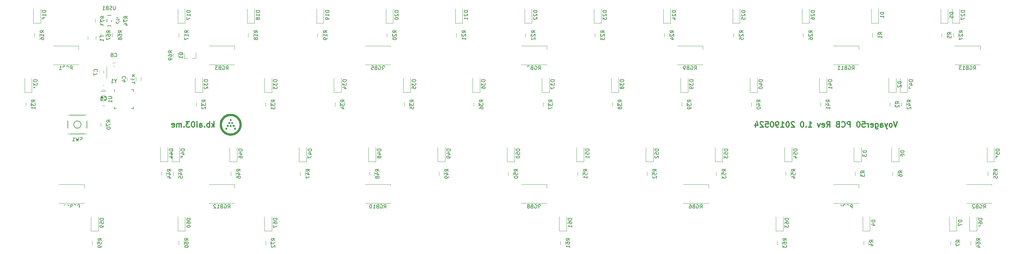
<source format=gbo>
G04 #@! TF.GenerationSoftware,KiCad,Pcbnew,(5.1.2)-1*
G04 #@! TF.CreationDate,2019-05-24T19:58:43-07:00*
G04 #@! TF.ProjectId,Voyager50,566f7961-6765-4723-9530-2e6b69636164,rev?*
G04 #@! TF.SameCoordinates,Original*
G04 #@! TF.FileFunction,Legend,Bot*
G04 #@! TF.FilePolarity,Positive*
%FSLAX46Y46*%
G04 Gerber Fmt 4.6, Leading zero omitted, Abs format (unit mm)*
G04 Created by KiCad (PCBNEW (5.1.2)-1) date 2019-05-24 19:58:43*
%MOMM*%
%LPD*%
G04 APERTURE LIST*
%ADD10C,0.300000*%
%ADD11C,0.010000*%
%ADD12C,0.120000*%
%ADD13C,0.150000*%
%ADD14C,4.387800*%
%ADD15C,3.448000*%
%ADD16C,2.650000*%
%ADD17C,2.101800*%
%ADD18C,2.305000*%
%ADD19R,2.305000X2.305000*%
%ADD20C,2.650000*%
%ADD21C,2.150000*%
%ADD22R,2.000000X1.400000*%
%ADD23R,0.650000X1.100000*%
%ADD24R,1.100000X0.650000*%
%ADD25R,2.125000X2.125000*%
%ADD26R,1.300000X0.900000*%
%ADD27R,2.200000X1.500000*%
%ADD28R,1.600000X1.300000*%
%ADD29R,1.200000X1.150000*%
%ADD30R,1.150000X1.200000*%
%ADD31R,2.430000X1.540000*%
%ADD32R,1.200000X1.300000*%
%ADD33R,1.100000X1.400000*%
%ADD34R,1.100000X1.000000*%
%ADD35O,1.400000X2.000000*%
%ADD36O,1.400000X2.500000*%
%ADD37C,1.050000*%
%ADD38R,0.700000X1.850000*%
%ADD39R,1.000000X1.850000*%
%ADD40R,1.800000X1.600000*%
G04 APERTURE END LIST*
D10*
X88300000Y-68941071D02*
X88300000Y-67441071D01*
X88157142Y-68369642D02*
X87728571Y-68941071D01*
X87728571Y-67941071D02*
X88300000Y-68512500D01*
X87085714Y-68941071D02*
X87085714Y-67441071D01*
X87085714Y-68012500D02*
X86942857Y-67941071D01*
X86657142Y-67941071D01*
X86514285Y-68012500D01*
X86442857Y-68083928D01*
X86371428Y-68226785D01*
X86371428Y-68655357D01*
X86442857Y-68798214D01*
X86514285Y-68869642D01*
X86657142Y-68941071D01*
X86942857Y-68941071D01*
X87085714Y-68869642D01*
X85728571Y-68798214D02*
X85657142Y-68869642D01*
X85728571Y-68941071D01*
X85800000Y-68869642D01*
X85728571Y-68798214D01*
X85728571Y-68941071D01*
X84371428Y-68941071D02*
X84371428Y-68155357D01*
X84442857Y-68012500D01*
X84585714Y-67941071D01*
X84871428Y-67941071D01*
X85014285Y-68012500D01*
X84371428Y-68869642D02*
X84514285Y-68941071D01*
X84871428Y-68941071D01*
X85014285Y-68869642D01*
X85085714Y-68726785D01*
X85085714Y-68583928D01*
X85014285Y-68441071D01*
X84871428Y-68369642D01*
X84514285Y-68369642D01*
X84371428Y-68298214D01*
X83657142Y-68941071D02*
X83657142Y-67941071D01*
X83657142Y-67441071D02*
X83728571Y-67512500D01*
X83657142Y-67583928D01*
X83585714Y-67512500D01*
X83657142Y-67441071D01*
X83657142Y-67583928D01*
X82657142Y-67441071D02*
X82514285Y-67441071D01*
X82371428Y-67512500D01*
X82300000Y-67583928D01*
X82228571Y-67726785D01*
X82157142Y-68012500D01*
X82157142Y-68369642D01*
X82228571Y-68655357D01*
X82300000Y-68798214D01*
X82371428Y-68869642D01*
X82514285Y-68941071D01*
X82657142Y-68941071D01*
X82800000Y-68869642D01*
X82871428Y-68798214D01*
X82942857Y-68655357D01*
X83014285Y-68369642D01*
X83014285Y-68012500D01*
X82942857Y-67726785D01*
X82871428Y-67583928D01*
X82800000Y-67512500D01*
X82657142Y-67441071D01*
X81657142Y-67441071D02*
X80728571Y-67441071D01*
X81228571Y-68012500D01*
X81014285Y-68012500D01*
X80871428Y-68083928D01*
X80800000Y-68155357D01*
X80728571Y-68298214D01*
X80728571Y-68655357D01*
X80800000Y-68798214D01*
X80871428Y-68869642D01*
X81014285Y-68941071D01*
X81442857Y-68941071D01*
X81585714Y-68869642D01*
X81657142Y-68798214D01*
X80085714Y-68798214D02*
X80014285Y-68869642D01*
X80085714Y-68941071D01*
X80157142Y-68869642D01*
X80085714Y-68798214D01*
X80085714Y-68941071D01*
X79371428Y-68941071D02*
X79371428Y-67941071D01*
X79371428Y-68083928D02*
X79300000Y-68012500D01*
X79157142Y-67941071D01*
X78942857Y-67941071D01*
X78800000Y-68012500D01*
X78728571Y-68155357D01*
X78728571Y-68941071D01*
X78728571Y-68155357D02*
X78657142Y-68012500D01*
X78514285Y-67941071D01*
X78300000Y-67941071D01*
X78157142Y-68012500D01*
X78085714Y-68155357D01*
X78085714Y-68941071D01*
X76800000Y-68869642D02*
X76942857Y-68941071D01*
X77228571Y-68941071D01*
X77371428Y-68869642D01*
X77442857Y-68726785D01*
X77442857Y-68155357D01*
X77371428Y-68012500D01*
X77228571Y-67941071D01*
X76942857Y-67941071D01*
X76800000Y-68012500D01*
X76728571Y-68155357D01*
X76728571Y-68298214D01*
X77442857Y-68441071D01*
X276024107Y-67441071D02*
X275524107Y-68941071D01*
X275024107Y-67441071D01*
X274309821Y-68941071D02*
X274452678Y-68869642D01*
X274524107Y-68798214D01*
X274595535Y-68655357D01*
X274595535Y-68226785D01*
X274524107Y-68083928D01*
X274452678Y-68012500D01*
X274309821Y-67941071D01*
X274095535Y-67941071D01*
X273952678Y-68012500D01*
X273881250Y-68083928D01*
X273809821Y-68226785D01*
X273809821Y-68655357D01*
X273881250Y-68798214D01*
X273952678Y-68869642D01*
X274095535Y-68941071D01*
X274309821Y-68941071D01*
X273309821Y-67941071D02*
X272952678Y-68941071D01*
X272595535Y-67941071D02*
X272952678Y-68941071D01*
X273095535Y-69298214D01*
X273166964Y-69369642D01*
X273309821Y-69441071D01*
X271381250Y-68941071D02*
X271381250Y-68155357D01*
X271452678Y-68012500D01*
X271595535Y-67941071D01*
X271881250Y-67941071D01*
X272024107Y-68012500D01*
X271381250Y-68869642D02*
X271524107Y-68941071D01*
X271881250Y-68941071D01*
X272024107Y-68869642D01*
X272095535Y-68726785D01*
X272095535Y-68583928D01*
X272024107Y-68441071D01*
X271881250Y-68369642D01*
X271524107Y-68369642D01*
X271381250Y-68298214D01*
X270024107Y-67941071D02*
X270024107Y-69155357D01*
X270095535Y-69298214D01*
X270166964Y-69369642D01*
X270309821Y-69441071D01*
X270524107Y-69441071D01*
X270666964Y-69369642D01*
X270024107Y-68869642D02*
X270166964Y-68941071D01*
X270452678Y-68941071D01*
X270595535Y-68869642D01*
X270666964Y-68798214D01*
X270738392Y-68655357D01*
X270738392Y-68226785D01*
X270666964Y-68083928D01*
X270595535Y-68012500D01*
X270452678Y-67941071D01*
X270166964Y-67941071D01*
X270024107Y-68012500D01*
X268738392Y-68869642D02*
X268881250Y-68941071D01*
X269166964Y-68941071D01*
X269309821Y-68869642D01*
X269381250Y-68726785D01*
X269381250Y-68155357D01*
X269309821Y-68012500D01*
X269166964Y-67941071D01*
X268881250Y-67941071D01*
X268738392Y-68012500D01*
X268666964Y-68155357D01*
X268666964Y-68298214D01*
X269381250Y-68441071D01*
X268024107Y-68941071D02*
X268024107Y-67941071D01*
X268024107Y-68226785D02*
X267952678Y-68083928D01*
X267881250Y-68012500D01*
X267738392Y-67941071D01*
X267595535Y-67941071D01*
X266381250Y-67441071D02*
X267095535Y-67441071D01*
X267166964Y-68155357D01*
X267095535Y-68083928D01*
X266952678Y-68012500D01*
X266595535Y-68012500D01*
X266452678Y-68083928D01*
X266381250Y-68155357D01*
X266309821Y-68298214D01*
X266309821Y-68655357D01*
X266381250Y-68798214D01*
X266452678Y-68869642D01*
X266595535Y-68941071D01*
X266952678Y-68941071D01*
X267095535Y-68869642D01*
X267166964Y-68798214D01*
X265381250Y-67441071D02*
X265238392Y-67441071D01*
X265095535Y-67512500D01*
X265024107Y-67583928D01*
X264952678Y-67726785D01*
X264881250Y-68012500D01*
X264881250Y-68369642D01*
X264952678Y-68655357D01*
X265024107Y-68798214D01*
X265095535Y-68869642D01*
X265238392Y-68941071D01*
X265381250Y-68941071D01*
X265524107Y-68869642D01*
X265595535Y-68798214D01*
X265666964Y-68655357D01*
X265738392Y-68369642D01*
X265738392Y-68012500D01*
X265666964Y-67726785D01*
X265595535Y-67583928D01*
X265524107Y-67512500D01*
X265381250Y-67441071D01*
X263095535Y-68941071D02*
X263095535Y-67441071D01*
X262524107Y-67441071D01*
X262381250Y-67512500D01*
X262309821Y-67583928D01*
X262238392Y-67726785D01*
X262238392Y-67941071D01*
X262309821Y-68083928D01*
X262381250Y-68155357D01*
X262524107Y-68226785D01*
X263095535Y-68226785D01*
X260738392Y-68798214D02*
X260809821Y-68869642D01*
X261024107Y-68941071D01*
X261166964Y-68941071D01*
X261381250Y-68869642D01*
X261524107Y-68726785D01*
X261595535Y-68583928D01*
X261666964Y-68298214D01*
X261666964Y-68083928D01*
X261595535Y-67798214D01*
X261524107Y-67655357D01*
X261381250Y-67512500D01*
X261166964Y-67441071D01*
X261024107Y-67441071D01*
X260809821Y-67512500D01*
X260738392Y-67583928D01*
X259595535Y-68155357D02*
X259381250Y-68226785D01*
X259309821Y-68298214D01*
X259238392Y-68441071D01*
X259238392Y-68655357D01*
X259309821Y-68798214D01*
X259381250Y-68869642D01*
X259524107Y-68941071D01*
X260095535Y-68941071D01*
X260095535Y-67441071D01*
X259595535Y-67441071D01*
X259452678Y-67512500D01*
X259381250Y-67583928D01*
X259309821Y-67726785D01*
X259309821Y-67869642D01*
X259381250Y-68012500D01*
X259452678Y-68083928D01*
X259595535Y-68155357D01*
X260095535Y-68155357D01*
X256595535Y-68941071D02*
X257095535Y-68226785D01*
X257452678Y-68941071D02*
X257452678Y-67441071D01*
X256881250Y-67441071D01*
X256738392Y-67512500D01*
X256666964Y-67583928D01*
X256595535Y-67726785D01*
X256595535Y-67941071D01*
X256666964Y-68083928D01*
X256738392Y-68155357D01*
X256881250Y-68226785D01*
X257452678Y-68226785D01*
X255381250Y-68869642D02*
X255524107Y-68941071D01*
X255809821Y-68941071D01*
X255952678Y-68869642D01*
X256024107Y-68726785D01*
X256024107Y-68155357D01*
X255952678Y-68012500D01*
X255809821Y-67941071D01*
X255524107Y-67941071D01*
X255381250Y-68012500D01*
X255309821Y-68155357D01*
X255309821Y-68298214D01*
X256024107Y-68441071D01*
X254809821Y-67941071D02*
X254452678Y-68941071D01*
X254095535Y-67941071D01*
X251595535Y-68941071D02*
X252452678Y-68941071D01*
X252024107Y-68941071D02*
X252024107Y-67441071D01*
X252166964Y-67655357D01*
X252309821Y-67798214D01*
X252452678Y-67869642D01*
X250952678Y-68798214D02*
X250881250Y-68869642D01*
X250952678Y-68941071D01*
X251024107Y-68869642D01*
X250952678Y-68798214D01*
X250952678Y-68941071D01*
X249952678Y-67441071D02*
X249809821Y-67441071D01*
X249666964Y-67512500D01*
X249595535Y-67583928D01*
X249524107Y-67726785D01*
X249452678Y-68012500D01*
X249452678Y-68369642D01*
X249524107Y-68655357D01*
X249595535Y-68798214D01*
X249666964Y-68869642D01*
X249809821Y-68941071D01*
X249952678Y-68941071D01*
X250095535Y-68869642D01*
X250166964Y-68798214D01*
X250238392Y-68655357D01*
X250309821Y-68369642D01*
X250309821Y-68012500D01*
X250238392Y-67726785D01*
X250166964Y-67583928D01*
X250095535Y-67512500D01*
X249952678Y-67441071D01*
X247738392Y-67583928D02*
X247666964Y-67512500D01*
X247524107Y-67441071D01*
X247166964Y-67441071D01*
X247024107Y-67512500D01*
X246952678Y-67583928D01*
X246881250Y-67726785D01*
X246881250Y-67869642D01*
X246952678Y-68083928D01*
X247809821Y-68941071D01*
X246881250Y-68941071D01*
X245952678Y-67441071D02*
X245809821Y-67441071D01*
X245666964Y-67512500D01*
X245595535Y-67583928D01*
X245524107Y-67726785D01*
X245452678Y-68012500D01*
X245452678Y-68369642D01*
X245524107Y-68655357D01*
X245595535Y-68798214D01*
X245666964Y-68869642D01*
X245809821Y-68941071D01*
X245952678Y-68941071D01*
X246095535Y-68869642D01*
X246166964Y-68798214D01*
X246238392Y-68655357D01*
X246309821Y-68369642D01*
X246309821Y-68012500D01*
X246238392Y-67726785D01*
X246166964Y-67583928D01*
X246095535Y-67512500D01*
X245952678Y-67441071D01*
X244024107Y-68941071D02*
X244881250Y-68941071D01*
X244452678Y-68941071D02*
X244452678Y-67441071D01*
X244595535Y-67655357D01*
X244738392Y-67798214D01*
X244881250Y-67869642D01*
X243309821Y-68941071D02*
X243024107Y-68941071D01*
X242881250Y-68869642D01*
X242809821Y-68798214D01*
X242666964Y-68583928D01*
X242595535Y-68298214D01*
X242595535Y-67726785D01*
X242666964Y-67583928D01*
X242738392Y-67512500D01*
X242881250Y-67441071D01*
X243166964Y-67441071D01*
X243309821Y-67512500D01*
X243381250Y-67583928D01*
X243452678Y-67726785D01*
X243452678Y-68083928D01*
X243381250Y-68226785D01*
X243309821Y-68298214D01*
X243166964Y-68369642D01*
X242881250Y-68369642D01*
X242738392Y-68298214D01*
X242666964Y-68226785D01*
X242595535Y-68083928D01*
X241666964Y-67441071D02*
X241524107Y-67441071D01*
X241381250Y-67512500D01*
X241309821Y-67583928D01*
X241238392Y-67726785D01*
X241166964Y-68012500D01*
X241166964Y-68369642D01*
X241238392Y-68655357D01*
X241309821Y-68798214D01*
X241381250Y-68869642D01*
X241524107Y-68941071D01*
X241666964Y-68941071D01*
X241809821Y-68869642D01*
X241881250Y-68798214D01*
X241952678Y-68655357D01*
X242024107Y-68369642D01*
X242024107Y-68012500D01*
X241952678Y-67726785D01*
X241881250Y-67583928D01*
X241809821Y-67512500D01*
X241666964Y-67441071D01*
X239809821Y-67441071D02*
X240524107Y-67441071D01*
X240595535Y-68155357D01*
X240524107Y-68083928D01*
X240381250Y-68012500D01*
X240024107Y-68012500D01*
X239881250Y-68083928D01*
X239809821Y-68155357D01*
X239738392Y-68298214D01*
X239738392Y-68655357D01*
X239809821Y-68798214D01*
X239881250Y-68869642D01*
X240024107Y-68941071D01*
X240381250Y-68941071D01*
X240524107Y-68869642D01*
X240595535Y-68798214D01*
X239166964Y-67583928D02*
X239095535Y-67512500D01*
X238952678Y-67441071D01*
X238595535Y-67441071D01*
X238452678Y-67512500D01*
X238381250Y-67583928D01*
X238309821Y-67726785D01*
X238309821Y-67869642D01*
X238381250Y-68083928D01*
X239238392Y-68941071D01*
X238309821Y-68941071D01*
X237024107Y-67941071D02*
X237024107Y-68941071D01*
X237381250Y-67369642D02*
X237738392Y-68441071D01*
X236809821Y-68441071D01*
D11*
G36*
X92678250Y-67183000D02*
G01*
X93083062Y-67183000D01*
X93083062Y-66778188D01*
X92678250Y-66778188D01*
X92678250Y-67183000D01*
X92678250Y-67183000D01*
G37*
X92678250Y-67183000D02*
X93083062Y-67183000D01*
X93083062Y-66778188D01*
X92678250Y-66778188D01*
X92678250Y-67183000D01*
G36*
X92273437Y-67968813D02*
G01*
X92678250Y-67968813D01*
X92678250Y-67587813D01*
X92273437Y-67587813D01*
X92273437Y-67968813D01*
X92273437Y-67968813D01*
G37*
X92273437Y-67968813D02*
X92678250Y-67968813D01*
X92678250Y-67587813D01*
X92273437Y-67587813D01*
X92273437Y-67968813D01*
G36*
X93083062Y-67968813D02*
G01*
X93464062Y-67968813D01*
X93464062Y-67587813D01*
X93083062Y-67587813D01*
X93083062Y-67968813D01*
X93083062Y-67968813D01*
G37*
X93083062Y-67968813D02*
X93464062Y-67968813D01*
X93464062Y-67587813D01*
X93083062Y-67587813D01*
X93083062Y-67968813D01*
G36*
X91892437Y-68778438D02*
G01*
X92273437Y-68778438D01*
X92273437Y-68373625D01*
X91892437Y-68373625D01*
X91892437Y-68778438D01*
X91892437Y-68778438D01*
G37*
X91892437Y-68778438D02*
X92273437Y-68778438D01*
X92273437Y-68373625D01*
X91892437Y-68373625D01*
X91892437Y-68778438D01*
G36*
X92678250Y-68778438D02*
G01*
X93083062Y-68778438D01*
X93083062Y-68373625D01*
X92678250Y-68373625D01*
X92678250Y-68778438D01*
X92678250Y-68778438D01*
G37*
X92678250Y-68778438D02*
X93083062Y-68778438D01*
X93083062Y-68373625D01*
X92678250Y-68373625D01*
X92678250Y-68778438D01*
G36*
X93464062Y-68778438D02*
G01*
X93868875Y-68778438D01*
X93868875Y-68373625D01*
X93464062Y-68373625D01*
X93464062Y-68778438D01*
X93464062Y-68778438D01*
G37*
X93464062Y-68778438D02*
X93868875Y-68778438D01*
X93868875Y-68373625D01*
X93464062Y-68373625D01*
X93464062Y-68778438D01*
G36*
X91487625Y-69564250D02*
G01*
X91892437Y-69564250D01*
X91892437Y-69159438D01*
X91487625Y-69159438D01*
X91487625Y-69564250D01*
X91487625Y-69564250D01*
G37*
X91487625Y-69564250D02*
X91892437Y-69564250D01*
X91892437Y-69159438D01*
X91487625Y-69159438D01*
X91487625Y-69564250D01*
G36*
X93868875Y-69564250D02*
G01*
X94273687Y-69564250D01*
X94273687Y-69159438D01*
X93868875Y-69159438D01*
X93868875Y-69564250D01*
X93868875Y-69564250D01*
G37*
X93868875Y-69564250D02*
X94273687Y-69564250D01*
X94273687Y-69159438D01*
X93868875Y-69159438D01*
X93868875Y-69564250D01*
G36*
X92864781Y-65290545D02*
G01*
X92740663Y-65291915D01*
X92628951Y-65296072D01*
X92526358Y-65303419D01*
X92429594Y-65314360D01*
X92335372Y-65329298D01*
X92240403Y-65348637D01*
X92141399Y-65372781D01*
X92096120Y-65384918D01*
X91887573Y-65450156D01*
X91685485Y-65529492D01*
X91490622Y-65622528D01*
X91303751Y-65728868D01*
X91125636Y-65848116D01*
X90973490Y-65966117D01*
X90815822Y-66106842D01*
X90668485Y-66258287D01*
X90532164Y-66419385D01*
X90407542Y-66589067D01*
X90295303Y-66766266D01*
X90196130Y-66949916D01*
X90110708Y-67138947D01*
X90039720Y-67332293D01*
X89990966Y-67500303D01*
X89957895Y-67640289D01*
X89932535Y-67772225D01*
X89914143Y-67901497D01*
X89901975Y-68033493D01*
X89895289Y-68173600D01*
X89894636Y-68199000D01*
X89897355Y-68417297D01*
X89915550Y-68632080D01*
X89949215Y-68843321D01*
X89998344Y-69050989D01*
X90062931Y-69255055D01*
X90127128Y-69418987D01*
X90155211Y-69484252D01*
X90179273Y-69538410D01*
X90201142Y-69585113D01*
X90222643Y-69628013D01*
X90245604Y-69670763D01*
X90271850Y-69717015D01*
X90300975Y-69766656D01*
X90420194Y-69952927D01*
X90550298Y-70127653D01*
X90691421Y-70290965D01*
X90843695Y-70442996D01*
X91007253Y-70583880D01*
X91182226Y-70713748D01*
X91364594Y-70830275D01*
X91417423Y-70861244D01*
X91463336Y-70887221D01*
X91505985Y-70910031D01*
X91549022Y-70931501D01*
X91596099Y-70953457D01*
X91650869Y-70977725D01*
X91712263Y-71004122D01*
X91808496Y-71043669D01*
X91897214Y-71076708D01*
X91984328Y-71105195D01*
X92075752Y-71131089D01*
X92158344Y-71151822D01*
X92322860Y-71187376D01*
X92479955Y-71213053D01*
X92634183Y-71229393D01*
X92790101Y-71236936D01*
X92880656Y-71237513D01*
X92931875Y-71236998D01*
X92979996Y-71236293D01*
X93021876Y-71235460D01*
X93054372Y-71234563D01*
X93074340Y-71233665D01*
X93075125Y-71233609D01*
X93291299Y-71209657D01*
X93504056Y-71170670D01*
X93712537Y-71116967D01*
X93915882Y-71048863D01*
X94113234Y-70966676D01*
X94303732Y-70870725D01*
X94486518Y-70761326D01*
X94637474Y-70656296D01*
X94810401Y-70517949D01*
X94971085Y-70369588D01*
X95119299Y-70211539D01*
X95254821Y-70044132D01*
X95377426Y-69867694D01*
X95486889Y-69682552D01*
X95582987Y-69489035D01*
X95665494Y-69287471D01*
X95734187Y-69078188D01*
X95746332Y-69035130D01*
X95772698Y-68933335D01*
X95794083Y-68837011D01*
X95810891Y-68742867D01*
X95823525Y-68647617D01*
X95832390Y-68547970D01*
X95837888Y-68440640D01*
X95840424Y-68322336D01*
X95840705Y-68266469D01*
X95840030Y-68211108D01*
X95307956Y-68211108D01*
X95307853Y-68291246D01*
X95306187Y-68370910D01*
X95302991Y-68446037D01*
X95298294Y-68512560D01*
X95294574Y-68548250D01*
X95262700Y-68745548D01*
X95216049Y-68937163D01*
X95154799Y-69122722D01*
X95079131Y-69301849D01*
X94989223Y-69474169D01*
X94885256Y-69639309D01*
X94767409Y-69796893D01*
X94635862Y-69946547D01*
X94613526Y-69969760D01*
X94479292Y-70096834D01*
X94333590Y-70214770D01*
X94179119Y-70321590D01*
X94018581Y-70415316D01*
X93972792Y-70439004D01*
X93898384Y-70475653D01*
X93833143Y-70505872D01*
X93772646Y-70531440D01*
X93712472Y-70554134D01*
X93648199Y-70575733D01*
X93583125Y-70595727D01*
X93393912Y-70645140D01*
X93208161Y-70679591D01*
X93024423Y-70699214D01*
X92841247Y-70704142D01*
X92657186Y-70694511D01*
X92590644Y-70687531D01*
X92403312Y-70658587D01*
X92223731Y-70616778D01*
X92049393Y-70561354D01*
X91877791Y-70491564D01*
X91780834Y-70445366D01*
X91610202Y-70351947D01*
X91450786Y-70248212D01*
X91301828Y-70133474D01*
X91162571Y-70007050D01*
X91032256Y-69868254D01*
X90910126Y-69716403D01*
X90801858Y-69560759D01*
X90776732Y-69519568D01*
X90747409Y-69467440D01*
X90715709Y-69407996D01*
X90683451Y-69344856D01*
X90652457Y-69281640D01*
X90624544Y-69221967D01*
X90601535Y-69169457D01*
X90588097Y-69135625D01*
X90525230Y-68944084D01*
X90477834Y-68751345D01*
X90445950Y-68557950D01*
X90429620Y-68364440D01*
X90428882Y-68171357D01*
X90443778Y-67979242D01*
X90474348Y-67788636D01*
X90484151Y-67742594D01*
X90517800Y-67606301D01*
X90556108Y-67480118D01*
X90601046Y-67358507D01*
X90654587Y-67235932D01*
X90692246Y-67158458D01*
X90785951Y-66989610D01*
X90892776Y-66829173D01*
X91011952Y-66677868D01*
X91142713Y-66536414D01*
X91284290Y-66405531D01*
X91435916Y-66285940D01*
X91596823Y-66178360D01*
X91766243Y-66083511D01*
X91910425Y-66015980D01*
X92082053Y-65949585D01*
X92254607Y-65897587D01*
X92430094Y-65859578D01*
X92610524Y-65835151D01*
X92797905Y-65823897D01*
X92860812Y-65823007D01*
X93058907Y-65829377D01*
X93250535Y-65850022D01*
X93436469Y-65885173D01*
X93617485Y-65935067D01*
X93794356Y-65999935D01*
X93967856Y-66080013D01*
X94138759Y-66175535D01*
X94239456Y-66239744D01*
X94378889Y-66341272D01*
X94513087Y-66455778D01*
X94640409Y-66581339D01*
X94759215Y-66716031D01*
X94867864Y-66857931D01*
X94964715Y-67005115D01*
X95048128Y-67155661D01*
X95082924Y-67228580D01*
X95144327Y-67373439D01*
X95194558Y-67512678D01*
X95234815Y-67650626D01*
X95266294Y-67791614D01*
X95290194Y-67939971D01*
X95298595Y-68008500D01*
X95303358Y-68065670D01*
X95306468Y-68134561D01*
X95307956Y-68211108D01*
X95840030Y-68211108D01*
X95838960Y-68123473D01*
X95833086Y-67992606D01*
X95822512Y-67870525D01*
X95806665Y-67753885D01*
X95784973Y-67639344D01*
X95756863Y-67523559D01*
X95721764Y-67403187D01*
X95679103Y-67274884D01*
X95663409Y-67230625D01*
X95585024Y-67035906D01*
X95492184Y-66847572D01*
X95385078Y-66665885D01*
X95263898Y-66491108D01*
X95128833Y-66323503D01*
X94980076Y-66163333D01*
X94817817Y-66010860D01*
X94710979Y-65920679D01*
X94625150Y-65855186D01*
X94527611Y-65787860D01*
X94422002Y-65720912D01*
X94311964Y-65656555D01*
X94201137Y-65597000D01*
X94093161Y-65544458D01*
X94087156Y-65541715D01*
X94017196Y-65511842D01*
X93936015Y-65480456D01*
X93847983Y-65449036D01*
X93757471Y-65419062D01*
X93668849Y-65392011D01*
X93586486Y-65369364D01*
X93554600Y-65361471D01*
X93461375Y-65340703D01*
X93372401Y-65324043D01*
X93284397Y-65311152D01*
X93194081Y-65301695D01*
X93098172Y-65295332D01*
X92993390Y-65291728D01*
X92876455Y-65290544D01*
X92864781Y-65290545D01*
X92864781Y-65290545D01*
G37*
X92864781Y-65290545D02*
X92740663Y-65291915D01*
X92628951Y-65296072D01*
X92526358Y-65303419D01*
X92429594Y-65314360D01*
X92335372Y-65329298D01*
X92240403Y-65348637D01*
X92141399Y-65372781D01*
X92096120Y-65384918D01*
X91887573Y-65450156D01*
X91685485Y-65529492D01*
X91490622Y-65622528D01*
X91303751Y-65728868D01*
X91125636Y-65848116D01*
X90973490Y-65966117D01*
X90815822Y-66106842D01*
X90668485Y-66258287D01*
X90532164Y-66419385D01*
X90407542Y-66589067D01*
X90295303Y-66766266D01*
X90196130Y-66949916D01*
X90110708Y-67138947D01*
X90039720Y-67332293D01*
X89990966Y-67500303D01*
X89957895Y-67640289D01*
X89932535Y-67772225D01*
X89914143Y-67901497D01*
X89901975Y-68033493D01*
X89895289Y-68173600D01*
X89894636Y-68199000D01*
X89897355Y-68417297D01*
X89915550Y-68632080D01*
X89949215Y-68843321D01*
X89998344Y-69050989D01*
X90062931Y-69255055D01*
X90127128Y-69418987D01*
X90155211Y-69484252D01*
X90179273Y-69538410D01*
X90201142Y-69585113D01*
X90222643Y-69628013D01*
X90245604Y-69670763D01*
X90271850Y-69717015D01*
X90300975Y-69766656D01*
X90420194Y-69952927D01*
X90550298Y-70127653D01*
X90691421Y-70290965D01*
X90843695Y-70442996D01*
X91007253Y-70583880D01*
X91182226Y-70713748D01*
X91364594Y-70830275D01*
X91417423Y-70861244D01*
X91463336Y-70887221D01*
X91505985Y-70910031D01*
X91549022Y-70931501D01*
X91596099Y-70953457D01*
X91650869Y-70977725D01*
X91712263Y-71004122D01*
X91808496Y-71043669D01*
X91897214Y-71076708D01*
X91984328Y-71105195D01*
X92075752Y-71131089D01*
X92158344Y-71151822D01*
X92322860Y-71187376D01*
X92479955Y-71213053D01*
X92634183Y-71229393D01*
X92790101Y-71236936D01*
X92880656Y-71237513D01*
X92931875Y-71236998D01*
X92979996Y-71236293D01*
X93021876Y-71235460D01*
X93054372Y-71234563D01*
X93074340Y-71233665D01*
X93075125Y-71233609D01*
X93291299Y-71209657D01*
X93504056Y-71170670D01*
X93712537Y-71116967D01*
X93915882Y-71048863D01*
X94113234Y-70966676D01*
X94303732Y-70870725D01*
X94486518Y-70761326D01*
X94637474Y-70656296D01*
X94810401Y-70517949D01*
X94971085Y-70369588D01*
X95119299Y-70211539D01*
X95254821Y-70044132D01*
X95377426Y-69867694D01*
X95486889Y-69682552D01*
X95582987Y-69489035D01*
X95665494Y-69287471D01*
X95734187Y-69078188D01*
X95746332Y-69035130D01*
X95772698Y-68933335D01*
X95794083Y-68837011D01*
X95810891Y-68742867D01*
X95823525Y-68647617D01*
X95832390Y-68547970D01*
X95837888Y-68440640D01*
X95840424Y-68322336D01*
X95840705Y-68266469D01*
X95840030Y-68211108D01*
X95307956Y-68211108D01*
X95307853Y-68291246D01*
X95306187Y-68370910D01*
X95302991Y-68446037D01*
X95298294Y-68512560D01*
X95294574Y-68548250D01*
X95262700Y-68745548D01*
X95216049Y-68937163D01*
X95154799Y-69122722D01*
X95079131Y-69301849D01*
X94989223Y-69474169D01*
X94885256Y-69639309D01*
X94767409Y-69796893D01*
X94635862Y-69946547D01*
X94613526Y-69969760D01*
X94479292Y-70096834D01*
X94333590Y-70214770D01*
X94179119Y-70321590D01*
X94018581Y-70415316D01*
X93972792Y-70439004D01*
X93898384Y-70475653D01*
X93833143Y-70505872D01*
X93772646Y-70531440D01*
X93712472Y-70554134D01*
X93648199Y-70575733D01*
X93583125Y-70595727D01*
X93393912Y-70645140D01*
X93208161Y-70679591D01*
X93024423Y-70699214D01*
X92841247Y-70704142D01*
X92657186Y-70694511D01*
X92590644Y-70687531D01*
X92403312Y-70658587D01*
X92223731Y-70616778D01*
X92049393Y-70561354D01*
X91877791Y-70491564D01*
X91780834Y-70445366D01*
X91610202Y-70351947D01*
X91450786Y-70248212D01*
X91301828Y-70133474D01*
X91162571Y-70007050D01*
X91032256Y-69868254D01*
X90910126Y-69716403D01*
X90801858Y-69560759D01*
X90776732Y-69519568D01*
X90747409Y-69467440D01*
X90715709Y-69407996D01*
X90683451Y-69344856D01*
X90652457Y-69281640D01*
X90624544Y-69221967D01*
X90601535Y-69169457D01*
X90588097Y-69135625D01*
X90525230Y-68944084D01*
X90477834Y-68751345D01*
X90445950Y-68557950D01*
X90429620Y-68364440D01*
X90428882Y-68171357D01*
X90443778Y-67979242D01*
X90474348Y-67788636D01*
X90484151Y-67742594D01*
X90517800Y-67606301D01*
X90556108Y-67480118D01*
X90601046Y-67358507D01*
X90654587Y-67235932D01*
X90692246Y-67158458D01*
X90785951Y-66989610D01*
X90892776Y-66829173D01*
X91011952Y-66677868D01*
X91142713Y-66536414D01*
X91284290Y-66405531D01*
X91435916Y-66285940D01*
X91596823Y-66178360D01*
X91766243Y-66083511D01*
X91910425Y-66015980D01*
X92082053Y-65949585D01*
X92254607Y-65897587D01*
X92430094Y-65859578D01*
X92610524Y-65835151D01*
X92797905Y-65823897D01*
X92860812Y-65823007D01*
X93058907Y-65829377D01*
X93250535Y-65850022D01*
X93436469Y-65885173D01*
X93617485Y-65935067D01*
X93794356Y-65999935D01*
X93967856Y-66080013D01*
X94138759Y-66175535D01*
X94239456Y-66239744D01*
X94378889Y-66341272D01*
X94513087Y-66455778D01*
X94640409Y-66581339D01*
X94759215Y-66716031D01*
X94867864Y-66857931D01*
X94964715Y-67005115D01*
X95048128Y-67155661D01*
X95082924Y-67228580D01*
X95144327Y-67373439D01*
X95194558Y-67512678D01*
X95234815Y-67650626D01*
X95266294Y-67791614D01*
X95290194Y-67939971D01*
X95298595Y-68008500D01*
X95303358Y-68065670D01*
X95306468Y-68134561D01*
X95307956Y-68211108D01*
X95840030Y-68211108D01*
X95838960Y-68123473D01*
X95833086Y-67992606D01*
X95822512Y-67870525D01*
X95806665Y-67753885D01*
X95784973Y-67639344D01*
X95756863Y-67523559D01*
X95721764Y-67403187D01*
X95679103Y-67274884D01*
X95663409Y-67230625D01*
X95585024Y-67035906D01*
X95492184Y-66847572D01*
X95385078Y-66665885D01*
X95263898Y-66491108D01*
X95128833Y-66323503D01*
X94980076Y-66163333D01*
X94817817Y-66010860D01*
X94710979Y-65920679D01*
X94625150Y-65855186D01*
X94527611Y-65787860D01*
X94422002Y-65720912D01*
X94311964Y-65656555D01*
X94201137Y-65597000D01*
X94093161Y-65544458D01*
X94087156Y-65541715D01*
X94017196Y-65511842D01*
X93936015Y-65480456D01*
X93847983Y-65449036D01*
X93757471Y-65419062D01*
X93668849Y-65392011D01*
X93586486Y-65369364D01*
X93554600Y-65361471D01*
X93461375Y-65340703D01*
X93372401Y-65324043D01*
X93284397Y-65311152D01*
X93194081Y-65301695D01*
X93098172Y-65295332D01*
X92993390Y-65291728D01*
X92876455Y-65290544D01*
X92864781Y-65290545D01*
D12*
X45712500Y-89912500D02*
X52712500Y-89912500D01*
X45712500Y-84712500D02*
X52712500Y-84712500D01*
X52712500Y-84712500D02*
X52712500Y-85712500D01*
X291775000Y-51812500D02*
X298775000Y-51812500D01*
X291775000Y-46612500D02*
X298775000Y-46612500D01*
X298775000Y-46612500D02*
X298775000Y-47612500D01*
D13*
X60938500Y-63934250D02*
X61463500Y-63934250D01*
X66188500Y-58684250D02*
X65663500Y-58684250D01*
X66188500Y-63934250D02*
X65663500Y-63934250D01*
X60938500Y-58684250D02*
X60938500Y-59209250D01*
X66188500Y-58684250D02*
X66188500Y-59209250D01*
X66188500Y-63934250D02*
X66188500Y-63409250D01*
X60938500Y-63934250D02*
X60938500Y-63409250D01*
D12*
X62026250Y-39187500D02*
X62026250Y-40187500D01*
X63386250Y-40187500D02*
X63386250Y-39187500D01*
X55676250Y-39187500D02*
X55676250Y-40187500D01*
X57036250Y-40187500D02*
X57036250Y-39187500D01*
X102507500Y-100306250D02*
X102507500Y-101306250D01*
X103867500Y-101306250D02*
X103867500Y-100306250D01*
X68212250Y-56253000D02*
X68212250Y-55253000D01*
X66852250Y-55253000D02*
X66852250Y-56253000D01*
X57263750Y-67762500D02*
X57263750Y-68762500D01*
X58623750Y-68762500D02*
X58623750Y-67762500D01*
X78467500Y-49712500D02*
X78467500Y-48712500D01*
X77107500Y-48712500D02*
X77107500Y-49712500D01*
X60438750Y-43156250D02*
X60438750Y-44156250D01*
X61798750Y-44156250D02*
X61798750Y-43156250D01*
X57263750Y-43156250D02*
X57263750Y-44156250D01*
X58623750Y-44156250D02*
X58623750Y-43156250D01*
X296182500Y-100306250D02*
X296182500Y-101306250D01*
X297542500Y-101306250D02*
X297542500Y-100306250D01*
X243001250Y-100306250D02*
X243001250Y-101306250D01*
X244361250Y-101306250D02*
X244361250Y-100306250D01*
X183470000Y-100306250D02*
X183470000Y-101306250D01*
X184830000Y-101306250D02*
X184830000Y-100306250D01*
X78695000Y-100306250D02*
X78695000Y-101306250D01*
X80055000Y-101306250D02*
X80055000Y-100306250D01*
X54882500Y-100306250D02*
X54882500Y-101306250D01*
X56242500Y-101306250D02*
X56242500Y-100306250D01*
X300945000Y-81256250D02*
X300945000Y-82256250D01*
X302305000Y-82256250D02*
X302305000Y-81256250D01*
X245382500Y-81256250D02*
X245382500Y-82256250D01*
X246742500Y-82256250D02*
X246742500Y-81256250D01*
X226332500Y-81256250D02*
X226332500Y-82256250D01*
X227692500Y-82256250D02*
X227692500Y-81256250D01*
X207282500Y-81256250D02*
X207282500Y-82256250D01*
X208642500Y-82256250D02*
X208642500Y-81256250D01*
X188232500Y-81256250D02*
X188232500Y-82256250D01*
X189592500Y-82256250D02*
X189592500Y-81256250D01*
X169182500Y-81256250D02*
X169182500Y-82256250D01*
X170542500Y-82256250D02*
X170542500Y-81256250D01*
X150132500Y-81256250D02*
X150132500Y-82256250D01*
X151492500Y-82256250D02*
X151492500Y-81256250D01*
X131082500Y-81256250D02*
X131082500Y-82256250D01*
X132442500Y-82256250D02*
X132442500Y-81256250D01*
X112032500Y-81256250D02*
X112032500Y-82256250D01*
X113392500Y-82256250D02*
X113392500Y-81256250D01*
X92982500Y-81256250D02*
X92982500Y-82256250D01*
X94342500Y-82256250D02*
X94342500Y-81256250D01*
X77107500Y-81256250D02*
X77107500Y-82256250D01*
X78467500Y-82256250D02*
X78467500Y-81256250D01*
X73932500Y-81256250D02*
X73932500Y-82256250D01*
X75292500Y-82256250D02*
X75292500Y-81256250D01*
X277132500Y-62206250D02*
X277132500Y-63206250D01*
X278492500Y-63206250D02*
X278492500Y-62206250D01*
X254907500Y-62206250D02*
X254907500Y-63206250D01*
X256267500Y-63206250D02*
X256267500Y-62206250D01*
X235857500Y-62206250D02*
X235857500Y-63206250D01*
X237217500Y-63206250D02*
X237217500Y-62206250D01*
X216807500Y-62206250D02*
X216807500Y-63206250D01*
X218167500Y-63206250D02*
X218167500Y-62206250D01*
X197757500Y-62206250D02*
X197757500Y-63206250D01*
X199117500Y-63206250D02*
X199117500Y-62206250D01*
X178707500Y-62206250D02*
X178707500Y-63206250D01*
X180067500Y-63206250D02*
X180067500Y-62206250D01*
X159657500Y-62206250D02*
X159657500Y-63206250D01*
X161017500Y-63206250D02*
X161017500Y-62206250D01*
X140607500Y-62206250D02*
X140607500Y-63206250D01*
X141967500Y-63206250D02*
X141967500Y-62206250D01*
X121557500Y-62206250D02*
X121557500Y-63206250D01*
X122917500Y-63206250D02*
X122917500Y-62206250D01*
X102507500Y-62206250D02*
X102507500Y-63206250D01*
X103867500Y-63206250D02*
X103867500Y-62206250D01*
X83457500Y-62206250D02*
X83457500Y-63206250D01*
X84817500Y-63206250D02*
X84817500Y-62206250D01*
X36626250Y-62206250D02*
X36626250Y-63206250D01*
X37986250Y-63206250D02*
X37986250Y-62206250D01*
X291420000Y-43156250D02*
X291420000Y-44156250D01*
X292780000Y-44156250D02*
X292780000Y-43156250D01*
X250145000Y-43156250D02*
X250145000Y-44156250D01*
X251505000Y-44156250D02*
X251505000Y-43156250D01*
X231095000Y-43156250D02*
X231095000Y-44156250D01*
X232455000Y-44156250D02*
X232455000Y-43156250D01*
X212045000Y-43156250D02*
X212045000Y-44156250D01*
X213405000Y-44156250D02*
X213405000Y-43156250D01*
X192995000Y-43156250D02*
X192995000Y-44156250D01*
X194355000Y-44156250D02*
X194355000Y-43156250D01*
X173945000Y-43156250D02*
X173945000Y-44156250D01*
X175305000Y-44156250D02*
X175305000Y-43156250D01*
X154895000Y-43156250D02*
X154895000Y-44156250D01*
X156255000Y-44156250D02*
X156255000Y-43156250D01*
X135845000Y-43156250D02*
X135845000Y-44156250D01*
X137205000Y-44156250D02*
X137205000Y-43156250D01*
X116795000Y-43156250D02*
X116795000Y-44156250D01*
X118155000Y-44156250D02*
X118155000Y-43156250D01*
X97745000Y-43156250D02*
X97745000Y-44156250D01*
X99105000Y-44156250D02*
X99105000Y-43156250D01*
X78695000Y-43156250D02*
X78695000Y-44156250D01*
X80055000Y-44156250D02*
X80055000Y-43156250D01*
X39007500Y-43156250D02*
X39007500Y-44156250D01*
X40367500Y-44156250D02*
X40367500Y-43156250D01*
X290626250Y-100306250D02*
X290626250Y-101306250D01*
X291986250Y-101306250D02*
X291986250Y-100306250D01*
X274751250Y-81256250D02*
X274751250Y-82256250D01*
X276111250Y-82256250D02*
X276111250Y-81256250D01*
X288245000Y-43156250D02*
X288245000Y-44156250D01*
X289605000Y-44156250D02*
X289605000Y-43156250D01*
X266813750Y-100306250D02*
X266813750Y-101306250D01*
X268173750Y-101306250D02*
X268173750Y-100306250D01*
X264432500Y-81256250D02*
X264432500Y-82256250D01*
X265792500Y-82256250D02*
X265792500Y-81256250D01*
X273957500Y-62206250D02*
X273957500Y-63206250D01*
X275317500Y-63206250D02*
X275317500Y-62206250D01*
X269195000Y-43156250D02*
X269195000Y-44156250D01*
X270555000Y-44156250D02*
X270555000Y-43156250D01*
D13*
X51800000Y-68262500D02*
G75*
G03X51800000Y-68262500I-1000000J0D01*
G01*
X53400000Y-70862500D02*
X53400000Y-65662500D01*
X48200000Y-70862500D02*
X53400000Y-70862500D01*
X48200000Y-65662500D02*
X48200000Y-70862500D01*
X53400000Y-65662500D02*
X48200000Y-65662500D01*
D12*
X292306250Y-97500000D02*
X290306250Y-97500000D01*
X290306250Y-97500000D02*
X290306250Y-93600000D01*
X292306250Y-97500000D02*
X292306250Y-93600000D01*
X276431250Y-78450000D02*
X274431250Y-78450000D01*
X274431250Y-78450000D02*
X274431250Y-74550000D01*
X276431250Y-78450000D02*
X276431250Y-74550000D01*
X289925000Y-40350000D02*
X287925000Y-40350000D01*
X287925000Y-40350000D02*
X287925000Y-36450000D01*
X289925000Y-40350000D02*
X289925000Y-36450000D01*
X268493750Y-97500000D02*
X266493750Y-97500000D01*
X266493750Y-97500000D02*
X266493750Y-93600000D01*
X268493750Y-97500000D02*
X268493750Y-93600000D01*
X266112500Y-78450000D02*
X264112500Y-78450000D01*
X264112500Y-78450000D02*
X264112500Y-74550000D01*
X266112500Y-78450000D02*
X266112500Y-74550000D01*
X275637500Y-59400000D02*
X273637500Y-59400000D01*
X273637500Y-59400000D02*
X273637500Y-55500000D01*
X275637500Y-59400000D02*
X275637500Y-55500000D01*
X270875000Y-40350000D02*
X268875000Y-40350000D01*
X268875000Y-40350000D02*
X268875000Y-36450000D01*
X270875000Y-40350000D02*
X270875000Y-36450000D01*
X58357250Y-57534250D02*
X57657250Y-57534250D01*
X57657250Y-58734250D02*
X58357250Y-58734250D01*
X57657250Y-60321750D02*
X58357250Y-60321750D01*
X58357250Y-59121750D02*
X57657250Y-59121750D01*
X65751000Y-56103000D02*
X65751000Y-55403000D01*
X64551000Y-55403000D02*
X64551000Y-56103000D01*
X58357250Y-61884000D02*
X57657250Y-61884000D01*
X57657250Y-63084000D02*
X58357250Y-63084000D01*
X57972250Y-54198000D02*
X57972250Y-53498000D01*
X56772250Y-53498000D02*
X56772250Y-54198000D01*
X61183000Y-50073000D02*
X60483000Y-50073000D01*
X60483000Y-51273000D02*
X61183000Y-51273000D01*
X40687500Y-40350000D02*
X40687500Y-36450000D01*
X38687500Y-40350000D02*
X38687500Y-36450000D01*
X40687500Y-40350000D02*
X38687500Y-40350000D01*
X80375000Y-40350000D02*
X78375000Y-40350000D01*
X78375000Y-40350000D02*
X78375000Y-36450000D01*
X80375000Y-40350000D02*
X80375000Y-36450000D01*
X99425000Y-40350000D02*
X99425000Y-36450000D01*
X97425000Y-40350000D02*
X97425000Y-36450000D01*
X99425000Y-40350000D02*
X97425000Y-40350000D01*
X118475000Y-40350000D02*
X118475000Y-36450000D01*
X116475000Y-40350000D02*
X116475000Y-36450000D01*
X118475000Y-40350000D02*
X116475000Y-40350000D01*
X137525000Y-40350000D02*
X137525000Y-36450000D01*
X135525000Y-40350000D02*
X135525000Y-36450000D01*
X137525000Y-40350000D02*
X135525000Y-40350000D01*
X156575000Y-40350000D02*
X154575000Y-40350000D01*
X154575000Y-40350000D02*
X154575000Y-36450000D01*
X156575000Y-40350000D02*
X156575000Y-36450000D01*
X175625000Y-40350000D02*
X175625000Y-36450000D01*
X173625000Y-40350000D02*
X173625000Y-36450000D01*
X175625000Y-40350000D02*
X173625000Y-40350000D01*
X194675000Y-40350000D02*
X194675000Y-36450000D01*
X192675000Y-40350000D02*
X192675000Y-36450000D01*
X194675000Y-40350000D02*
X192675000Y-40350000D01*
X213725000Y-40350000D02*
X211725000Y-40350000D01*
X211725000Y-40350000D02*
X211725000Y-36450000D01*
X213725000Y-40350000D02*
X213725000Y-36450000D01*
X232775000Y-40350000D02*
X230775000Y-40350000D01*
X230775000Y-40350000D02*
X230775000Y-36450000D01*
X232775000Y-40350000D02*
X232775000Y-36450000D01*
X251825000Y-40350000D02*
X249825000Y-40350000D01*
X249825000Y-40350000D02*
X249825000Y-36450000D01*
X251825000Y-40350000D02*
X251825000Y-36450000D01*
X293100000Y-40350000D02*
X293100000Y-36450000D01*
X291100000Y-40350000D02*
X291100000Y-36450000D01*
X293100000Y-40350000D02*
X291100000Y-40350000D01*
X38306250Y-59400000D02*
X36306250Y-59400000D01*
X36306250Y-59400000D02*
X36306250Y-55500000D01*
X38306250Y-59400000D02*
X38306250Y-55500000D01*
X85137500Y-59400000D02*
X83137500Y-59400000D01*
X83137500Y-59400000D02*
X83137500Y-55500000D01*
X85137500Y-59400000D02*
X85137500Y-55500000D01*
X104187500Y-59400000D02*
X104187500Y-55500000D01*
X102187500Y-59400000D02*
X102187500Y-55500000D01*
X104187500Y-59400000D02*
X102187500Y-59400000D01*
X123237500Y-59400000D02*
X123237500Y-55500000D01*
X121237500Y-59400000D02*
X121237500Y-55500000D01*
X123237500Y-59400000D02*
X121237500Y-59400000D01*
X142287500Y-59400000D02*
X140287500Y-59400000D01*
X140287500Y-59400000D02*
X140287500Y-55500000D01*
X142287500Y-59400000D02*
X142287500Y-55500000D01*
X161337500Y-59400000D02*
X159337500Y-59400000D01*
X159337500Y-59400000D02*
X159337500Y-55500000D01*
X161337500Y-59400000D02*
X161337500Y-55500000D01*
X180387500Y-59400000D02*
X178387500Y-59400000D01*
X178387500Y-59400000D02*
X178387500Y-55500000D01*
X180387500Y-59400000D02*
X180387500Y-55500000D01*
X199437500Y-59400000D02*
X199437500Y-55500000D01*
X197437500Y-59400000D02*
X197437500Y-55500000D01*
X199437500Y-59400000D02*
X197437500Y-59400000D01*
X218487500Y-59400000D02*
X216487500Y-59400000D01*
X216487500Y-59400000D02*
X216487500Y-55500000D01*
X218487500Y-59400000D02*
X218487500Y-55500000D01*
X237537500Y-59400000D02*
X235537500Y-59400000D01*
X235537500Y-59400000D02*
X235537500Y-55500000D01*
X237537500Y-59400000D02*
X237537500Y-55500000D01*
X256587500Y-59400000D02*
X254587500Y-59400000D01*
X254587500Y-59400000D02*
X254587500Y-55500000D01*
X256587500Y-59400000D02*
X256587500Y-55500000D01*
X278812500Y-59400000D02*
X276812500Y-59400000D01*
X276812500Y-59400000D02*
X276812500Y-55500000D01*
X278812500Y-59400000D02*
X278812500Y-55500000D01*
X75612500Y-78450000D02*
X75612500Y-74550000D01*
X73612500Y-78450000D02*
X73612500Y-74550000D01*
X75612500Y-78450000D02*
X73612500Y-78450000D01*
X78787500Y-78450000D02*
X78787500Y-74550000D01*
X76787500Y-78450000D02*
X76787500Y-74550000D01*
X78787500Y-78450000D02*
X76787500Y-78450000D01*
X94662500Y-78450000D02*
X92662500Y-78450000D01*
X92662500Y-78450000D02*
X92662500Y-74550000D01*
X94662500Y-78450000D02*
X94662500Y-74550000D01*
X113712500Y-78450000D02*
X113712500Y-74550000D01*
X111712500Y-78450000D02*
X111712500Y-74550000D01*
X113712500Y-78450000D02*
X111712500Y-78450000D01*
X132762500Y-78450000D02*
X130762500Y-78450000D01*
X130762500Y-78450000D02*
X130762500Y-74550000D01*
X132762500Y-78450000D02*
X132762500Y-74550000D01*
X151812500Y-78450000D02*
X151812500Y-74550000D01*
X149812500Y-78450000D02*
X149812500Y-74550000D01*
X151812500Y-78450000D02*
X149812500Y-78450000D01*
X170862500Y-78450000D02*
X168862500Y-78450000D01*
X168862500Y-78450000D02*
X168862500Y-74550000D01*
X170862500Y-78450000D02*
X170862500Y-74550000D01*
X189912500Y-78450000D02*
X189912500Y-74550000D01*
X187912500Y-78450000D02*
X187912500Y-74550000D01*
X189912500Y-78450000D02*
X187912500Y-78450000D01*
X208962500Y-78450000D02*
X208962500Y-74550000D01*
X206962500Y-78450000D02*
X206962500Y-74550000D01*
X208962500Y-78450000D02*
X206962500Y-78450000D01*
X228012500Y-78450000D02*
X228012500Y-74550000D01*
X226012500Y-78450000D02*
X226012500Y-74550000D01*
X228012500Y-78450000D02*
X226012500Y-78450000D01*
X247062500Y-78450000D02*
X247062500Y-74550000D01*
X245062500Y-78450000D02*
X245062500Y-74550000D01*
X247062500Y-78450000D02*
X245062500Y-78450000D01*
X302625000Y-78450000D02*
X302625000Y-74550000D01*
X300625000Y-78450000D02*
X300625000Y-74550000D01*
X302625000Y-78450000D02*
X300625000Y-78450000D01*
X56562500Y-97500000D02*
X54562500Y-97500000D01*
X54562500Y-97500000D02*
X54562500Y-93600000D01*
X56562500Y-97500000D02*
X56562500Y-93600000D01*
X80375000Y-97500000D02*
X80375000Y-93600000D01*
X78375000Y-97500000D02*
X78375000Y-93600000D01*
X80375000Y-97500000D02*
X78375000Y-97500000D01*
X185150000Y-97500000D02*
X185150000Y-93600000D01*
X183150000Y-97500000D02*
X183150000Y-93600000D01*
X185150000Y-97500000D02*
X183150000Y-97500000D01*
X244681250Y-97500000D02*
X244681250Y-93600000D01*
X242681250Y-97500000D02*
X242681250Y-93600000D01*
X244681250Y-97500000D02*
X242681250Y-97500000D01*
X297862500Y-97500000D02*
X295862500Y-97500000D01*
X295862500Y-97500000D02*
X295862500Y-93600000D01*
X297862500Y-97500000D02*
X297862500Y-93600000D01*
X104187500Y-97500000D02*
X102187500Y-97500000D01*
X102187500Y-97500000D02*
X102187500Y-93600000D01*
X104187500Y-97500000D02*
X104187500Y-93600000D01*
X55838750Y-45450000D02*
X55838750Y-43450000D01*
X53698750Y-43450000D02*
X53698750Y-45450000D01*
X83336250Y-49972500D02*
X83336250Y-48512500D01*
X80176250Y-49972500D02*
X80176250Y-47812500D01*
X80176250Y-49972500D02*
X81106250Y-49972500D01*
X83336250Y-49972500D02*
X82406250Y-49972500D01*
D13*
X58913000Y-38205750D02*
X58913000Y-41105750D01*
X58913000Y-38205750D02*
X60213000Y-38205750D01*
X60213000Y-38205750D02*
X60213000Y-41105750D01*
X60213000Y-41105750D02*
X58913000Y-41105750D01*
D12*
X58833000Y-52198000D02*
X62833000Y-52198000D01*
X58833000Y-55498000D02*
X58833000Y-52198000D01*
X51125000Y-46612500D02*
X51125000Y-47612500D01*
X44125000Y-46612500D02*
X51125000Y-46612500D01*
X44125000Y-51812500D02*
X51125000Y-51812500D01*
X301950000Y-84712500D02*
X301950000Y-85712500D01*
X294950000Y-84712500D02*
X301950000Y-84712500D01*
X294950000Y-89912500D02*
X301950000Y-89912500D01*
X93987500Y-46612500D02*
X93987500Y-47612500D01*
X86987500Y-46612500D02*
X93987500Y-46612500D01*
X86987500Y-51812500D02*
X93987500Y-51812500D01*
X258437500Y-89912500D02*
X265437500Y-89912500D01*
X258437500Y-84712500D02*
X265437500Y-84712500D01*
X265437500Y-84712500D02*
X265437500Y-85712500D01*
X136850000Y-46612500D02*
X136850000Y-47612500D01*
X129850000Y-46612500D02*
X136850000Y-46612500D01*
X129850000Y-51812500D02*
X136850000Y-51812500D01*
X217162500Y-89912500D02*
X224162500Y-89912500D01*
X217162500Y-84712500D02*
X224162500Y-84712500D01*
X224162500Y-84712500D02*
X224162500Y-85712500D01*
X172712500Y-51812500D02*
X179712500Y-51812500D01*
X172712500Y-46612500D02*
X179712500Y-46612500D01*
X179712500Y-46612500D02*
X179712500Y-47612500D01*
X172712500Y-89912500D02*
X179712500Y-89912500D01*
X172712500Y-84712500D02*
X179712500Y-84712500D01*
X179712500Y-84712500D02*
X179712500Y-85712500D01*
X222575000Y-46612500D02*
X222575000Y-47612500D01*
X215575000Y-46612500D02*
X222575000Y-46612500D01*
X215575000Y-51812500D02*
X222575000Y-51812500D01*
X136850000Y-84712500D02*
X136850000Y-85712500D01*
X129850000Y-84712500D02*
X136850000Y-84712500D01*
X129850000Y-89912500D02*
X136850000Y-89912500D01*
X258437500Y-51812500D02*
X265437500Y-51812500D01*
X258437500Y-46612500D02*
X265437500Y-46612500D01*
X265437500Y-46612500D02*
X265437500Y-47612500D01*
X86987500Y-89912500D02*
X93987500Y-89912500D01*
X86987500Y-84712500D02*
X93987500Y-84712500D01*
X93987500Y-84712500D02*
X93987500Y-85712500D01*
D13*
X50855357Y-91264880D02*
X51188690Y-90788690D01*
X51426785Y-91264880D02*
X51426785Y-90264880D01*
X51045833Y-90264880D01*
X50950595Y-90312500D01*
X50902976Y-90360119D01*
X50855357Y-90455357D01*
X50855357Y-90598214D01*
X50902976Y-90693452D01*
X50950595Y-90741071D01*
X51045833Y-90788690D01*
X51426785Y-90788690D01*
X49902976Y-90312500D02*
X49998214Y-90264880D01*
X50141071Y-90264880D01*
X50283928Y-90312500D01*
X50379166Y-90407738D01*
X50426785Y-90502976D01*
X50474404Y-90693452D01*
X50474404Y-90836309D01*
X50426785Y-91026785D01*
X50379166Y-91122023D01*
X50283928Y-91217261D01*
X50141071Y-91264880D01*
X50045833Y-91264880D01*
X49902976Y-91217261D01*
X49855357Y-91169642D01*
X49855357Y-90836309D01*
X50045833Y-90836309D01*
X49093452Y-90741071D02*
X48950595Y-90788690D01*
X48902976Y-90836309D01*
X48855357Y-90931547D01*
X48855357Y-91074404D01*
X48902976Y-91169642D01*
X48950595Y-91217261D01*
X49045833Y-91264880D01*
X49426785Y-91264880D01*
X49426785Y-90264880D01*
X49093452Y-90264880D01*
X48998214Y-90312500D01*
X48950595Y-90360119D01*
X48902976Y-90455357D01*
X48902976Y-90550595D01*
X48950595Y-90645833D01*
X48998214Y-90693452D01*
X49093452Y-90741071D01*
X49426785Y-90741071D01*
X47902976Y-91264880D02*
X48474404Y-91264880D01*
X48188690Y-91264880D02*
X48188690Y-90264880D01*
X48283928Y-90407738D01*
X48379166Y-90502976D01*
X48474404Y-90550595D01*
X47045833Y-90598214D02*
X47045833Y-91264880D01*
X47283928Y-90217261D02*
X47522023Y-90931547D01*
X46902976Y-90931547D01*
X296917857Y-53164880D02*
X297251190Y-52688690D01*
X297489285Y-53164880D02*
X297489285Y-52164880D01*
X297108333Y-52164880D01*
X297013095Y-52212500D01*
X296965476Y-52260119D01*
X296917857Y-52355357D01*
X296917857Y-52498214D01*
X296965476Y-52593452D01*
X297013095Y-52641071D01*
X297108333Y-52688690D01*
X297489285Y-52688690D01*
X295965476Y-52212500D02*
X296060714Y-52164880D01*
X296203571Y-52164880D01*
X296346428Y-52212500D01*
X296441666Y-52307738D01*
X296489285Y-52402976D01*
X296536904Y-52593452D01*
X296536904Y-52736309D01*
X296489285Y-52926785D01*
X296441666Y-53022023D01*
X296346428Y-53117261D01*
X296203571Y-53164880D01*
X296108333Y-53164880D01*
X295965476Y-53117261D01*
X295917857Y-53069642D01*
X295917857Y-52736309D01*
X296108333Y-52736309D01*
X295155952Y-52641071D02*
X295013095Y-52688690D01*
X294965476Y-52736309D01*
X294917857Y-52831547D01*
X294917857Y-52974404D01*
X294965476Y-53069642D01*
X295013095Y-53117261D01*
X295108333Y-53164880D01*
X295489285Y-53164880D01*
X295489285Y-52164880D01*
X295155952Y-52164880D01*
X295060714Y-52212500D01*
X295013095Y-52260119D01*
X294965476Y-52355357D01*
X294965476Y-52450595D01*
X295013095Y-52545833D01*
X295060714Y-52593452D01*
X295155952Y-52641071D01*
X295489285Y-52641071D01*
X293965476Y-53164880D02*
X294536904Y-53164880D01*
X294251190Y-53164880D02*
X294251190Y-52164880D01*
X294346428Y-52307738D01*
X294441666Y-52402976D01*
X294536904Y-52450595D01*
X293632142Y-52164880D02*
X293013095Y-52164880D01*
X293346428Y-52545833D01*
X293203571Y-52545833D01*
X293108333Y-52593452D01*
X293060714Y-52641071D01*
X293013095Y-52736309D01*
X293013095Y-52974404D01*
X293060714Y-53069642D01*
X293108333Y-53117261D01*
X293203571Y-53164880D01*
X293489285Y-53164880D01*
X293584523Y-53117261D01*
X293632142Y-53069642D01*
X59265880Y-60547345D02*
X60075404Y-60547345D01*
X60170642Y-60594964D01*
X60218261Y-60642583D01*
X60265880Y-60737821D01*
X60265880Y-60928297D01*
X60218261Y-61023535D01*
X60170642Y-61071154D01*
X60075404Y-61118773D01*
X59265880Y-61118773D01*
X60265880Y-62118773D02*
X60265880Y-61547345D01*
X60265880Y-61833059D02*
X59265880Y-61833059D01*
X59408738Y-61737821D01*
X59503976Y-61642583D01*
X59551595Y-61547345D01*
X64608630Y-39044642D02*
X64132440Y-38711309D01*
X64608630Y-38473214D02*
X63608630Y-38473214D01*
X63608630Y-38854166D01*
X63656250Y-38949404D01*
X63703869Y-38997023D01*
X63799107Y-39044642D01*
X63941964Y-39044642D01*
X64037202Y-38997023D01*
X64084821Y-38949404D01*
X64132440Y-38854166D01*
X64132440Y-38473214D01*
X63608630Y-39377976D02*
X63608630Y-40044642D01*
X64608630Y-39616071D01*
X63941964Y-40854166D02*
X64608630Y-40854166D01*
X63561011Y-40616071D02*
X64275297Y-40377976D01*
X64275297Y-40997023D01*
X58258630Y-39044642D02*
X57782440Y-38711309D01*
X58258630Y-38473214D02*
X57258630Y-38473214D01*
X57258630Y-38854166D01*
X57306250Y-38949404D01*
X57353869Y-38997023D01*
X57449107Y-39044642D01*
X57591964Y-39044642D01*
X57687202Y-38997023D01*
X57734821Y-38949404D01*
X57782440Y-38854166D01*
X57782440Y-38473214D01*
X57258630Y-39377976D02*
X57258630Y-40044642D01*
X58258630Y-39616071D01*
X57258630Y-40330357D02*
X57258630Y-40949404D01*
X57639583Y-40616071D01*
X57639583Y-40758928D01*
X57687202Y-40854166D01*
X57734821Y-40901785D01*
X57830059Y-40949404D01*
X58068154Y-40949404D01*
X58163392Y-40901785D01*
X58211011Y-40854166D01*
X58258630Y-40758928D01*
X58258630Y-40473214D01*
X58211011Y-40377976D01*
X58163392Y-40330357D01*
X105089880Y-100163392D02*
X104613690Y-99830059D01*
X105089880Y-99591964D02*
X104089880Y-99591964D01*
X104089880Y-99972916D01*
X104137500Y-100068154D01*
X104185119Y-100115773D01*
X104280357Y-100163392D01*
X104423214Y-100163392D01*
X104518452Y-100115773D01*
X104566071Y-100068154D01*
X104613690Y-99972916D01*
X104613690Y-99591964D01*
X104089880Y-100496726D02*
X104089880Y-101163392D01*
X105089880Y-100734821D01*
X104185119Y-101496726D02*
X104137500Y-101544345D01*
X104089880Y-101639583D01*
X104089880Y-101877678D01*
X104137500Y-101972916D01*
X104185119Y-102020535D01*
X104280357Y-102068154D01*
X104375595Y-102068154D01*
X104518452Y-102020535D01*
X105089880Y-101449107D01*
X105089880Y-102068154D01*
X66534630Y-55110142D02*
X66058440Y-54776809D01*
X66534630Y-54538714D02*
X65534630Y-54538714D01*
X65534630Y-54919666D01*
X65582250Y-55014904D01*
X65629869Y-55062523D01*
X65725107Y-55110142D01*
X65867964Y-55110142D01*
X65963202Y-55062523D01*
X66010821Y-55014904D01*
X66058440Y-54919666D01*
X66058440Y-54538714D01*
X65534630Y-55443476D02*
X65534630Y-56110142D01*
X66534630Y-55681571D01*
X66534630Y-57014904D02*
X66534630Y-56443476D01*
X66534630Y-56729190D02*
X65534630Y-56729190D01*
X65677488Y-56633952D01*
X65772726Y-56538714D01*
X65820345Y-56443476D01*
X59846130Y-67619642D02*
X59369940Y-67286309D01*
X59846130Y-67048214D02*
X58846130Y-67048214D01*
X58846130Y-67429166D01*
X58893750Y-67524404D01*
X58941369Y-67572023D01*
X59036607Y-67619642D01*
X59179464Y-67619642D01*
X59274702Y-67572023D01*
X59322321Y-67524404D01*
X59369940Y-67429166D01*
X59369940Y-67048214D01*
X58846130Y-67952976D02*
X58846130Y-68619642D01*
X59846130Y-68191071D01*
X58846130Y-69191071D02*
X58846130Y-69286309D01*
X58893750Y-69381547D01*
X58941369Y-69429166D01*
X59036607Y-69476785D01*
X59227083Y-69524404D01*
X59465178Y-69524404D01*
X59655654Y-69476785D01*
X59750892Y-69429166D01*
X59798511Y-69381547D01*
X59846130Y-69286309D01*
X59846130Y-69191071D01*
X59798511Y-69095833D01*
X59750892Y-69048214D01*
X59655654Y-69000595D01*
X59465178Y-68952976D01*
X59227083Y-68952976D01*
X59036607Y-69000595D01*
X58941369Y-69048214D01*
X58893750Y-69095833D01*
X58846130Y-69191071D01*
X76789880Y-48569642D02*
X76313690Y-48236309D01*
X76789880Y-47998214D02*
X75789880Y-47998214D01*
X75789880Y-48379166D01*
X75837500Y-48474404D01*
X75885119Y-48522023D01*
X75980357Y-48569642D01*
X76123214Y-48569642D01*
X76218452Y-48522023D01*
X76266071Y-48474404D01*
X76313690Y-48379166D01*
X76313690Y-47998214D01*
X75789880Y-49426785D02*
X75789880Y-49236309D01*
X75837500Y-49141071D01*
X75885119Y-49093452D01*
X76027976Y-48998214D01*
X76218452Y-48950595D01*
X76599404Y-48950595D01*
X76694642Y-48998214D01*
X76742261Y-49045833D01*
X76789880Y-49141071D01*
X76789880Y-49331547D01*
X76742261Y-49426785D01*
X76694642Y-49474404D01*
X76599404Y-49522023D01*
X76361309Y-49522023D01*
X76266071Y-49474404D01*
X76218452Y-49426785D01*
X76170833Y-49331547D01*
X76170833Y-49141071D01*
X76218452Y-49045833D01*
X76266071Y-48998214D01*
X76361309Y-48950595D01*
X76789880Y-49998214D02*
X76789880Y-50188690D01*
X76742261Y-50283928D01*
X76694642Y-50331547D01*
X76551785Y-50426785D01*
X76361309Y-50474404D01*
X75980357Y-50474404D01*
X75885119Y-50426785D01*
X75837500Y-50379166D01*
X75789880Y-50283928D01*
X75789880Y-50093452D01*
X75837500Y-49998214D01*
X75885119Y-49950595D01*
X75980357Y-49902976D01*
X76218452Y-49902976D01*
X76313690Y-49950595D01*
X76361309Y-49998214D01*
X76408928Y-50093452D01*
X76408928Y-50283928D01*
X76361309Y-50379166D01*
X76313690Y-50426785D01*
X76218452Y-50474404D01*
X63021130Y-43013392D02*
X62544940Y-42680059D01*
X63021130Y-42441964D02*
X62021130Y-42441964D01*
X62021130Y-42822916D01*
X62068750Y-42918154D01*
X62116369Y-42965773D01*
X62211607Y-43013392D01*
X62354464Y-43013392D01*
X62449702Y-42965773D01*
X62497321Y-42918154D01*
X62544940Y-42822916D01*
X62544940Y-42441964D01*
X62021130Y-43870535D02*
X62021130Y-43680059D01*
X62068750Y-43584821D01*
X62116369Y-43537202D01*
X62259226Y-43441964D01*
X62449702Y-43394345D01*
X62830654Y-43394345D01*
X62925892Y-43441964D01*
X62973511Y-43489583D01*
X63021130Y-43584821D01*
X63021130Y-43775297D01*
X62973511Y-43870535D01*
X62925892Y-43918154D01*
X62830654Y-43965773D01*
X62592559Y-43965773D01*
X62497321Y-43918154D01*
X62449702Y-43870535D01*
X62402083Y-43775297D01*
X62402083Y-43584821D01*
X62449702Y-43489583D01*
X62497321Y-43441964D01*
X62592559Y-43394345D01*
X62449702Y-44537202D02*
X62402083Y-44441964D01*
X62354464Y-44394345D01*
X62259226Y-44346726D01*
X62211607Y-44346726D01*
X62116369Y-44394345D01*
X62068750Y-44441964D01*
X62021130Y-44537202D01*
X62021130Y-44727678D01*
X62068750Y-44822916D01*
X62116369Y-44870535D01*
X62211607Y-44918154D01*
X62259226Y-44918154D01*
X62354464Y-44870535D01*
X62402083Y-44822916D01*
X62449702Y-44727678D01*
X62449702Y-44537202D01*
X62497321Y-44441964D01*
X62544940Y-44394345D01*
X62640178Y-44346726D01*
X62830654Y-44346726D01*
X62925892Y-44394345D01*
X62973511Y-44441964D01*
X63021130Y-44537202D01*
X63021130Y-44727678D01*
X62973511Y-44822916D01*
X62925892Y-44870535D01*
X62830654Y-44918154D01*
X62640178Y-44918154D01*
X62544940Y-44870535D01*
X62497321Y-44822916D01*
X62449702Y-44727678D01*
X59846130Y-43013392D02*
X59369940Y-42680059D01*
X59846130Y-42441964D02*
X58846130Y-42441964D01*
X58846130Y-42822916D01*
X58893750Y-42918154D01*
X58941369Y-42965773D01*
X59036607Y-43013392D01*
X59179464Y-43013392D01*
X59274702Y-42965773D01*
X59322321Y-42918154D01*
X59369940Y-42822916D01*
X59369940Y-42441964D01*
X58846130Y-43870535D02*
X58846130Y-43680059D01*
X58893750Y-43584821D01*
X58941369Y-43537202D01*
X59084226Y-43441964D01*
X59274702Y-43394345D01*
X59655654Y-43394345D01*
X59750892Y-43441964D01*
X59798511Y-43489583D01*
X59846130Y-43584821D01*
X59846130Y-43775297D01*
X59798511Y-43870535D01*
X59750892Y-43918154D01*
X59655654Y-43965773D01*
X59417559Y-43965773D01*
X59322321Y-43918154D01*
X59274702Y-43870535D01*
X59227083Y-43775297D01*
X59227083Y-43584821D01*
X59274702Y-43489583D01*
X59322321Y-43441964D01*
X59417559Y-43394345D01*
X58846130Y-44299107D02*
X58846130Y-44965773D01*
X59846130Y-44537202D01*
X298764880Y-100163392D02*
X298288690Y-99830059D01*
X298764880Y-99591964D02*
X297764880Y-99591964D01*
X297764880Y-99972916D01*
X297812500Y-100068154D01*
X297860119Y-100115773D01*
X297955357Y-100163392D01*
X298098214Y-100163392D01*
X298193452Y-100115773D01*
X298241071Y-100068154D01*
X298288690Y-99972916D01*
X298288690Y-99591964D01*
X297764880Y-101020535D02*
X297764880Y-100830059D01*
X297812500Y-100734821D01*
X297860119Y-100687202D01*
X298002976Y-100591964D01*
X298193452Y-100544345D01*
X298574404Y-100544345D01*
X298669642Y-100591964D01*
X298717261Y-100639583D01*
X298764880Y-100734821D01*
X298764880Y-100925297D01*
X298717261Y-101020535D01*
X298669642Y-101068154D01*
X298574404Y-101115773D01*
X298336309Y-101115773D01*
X298241071Y-101068154D01*
X298193452Y-101020535D01*
X298145833Y-100925297D01*
X298145833Y-100734821D01*
X298193452Y-100639583D01*
X298241071Y-100591964D01*
X298336309Y-100544345D01*
X298098214Y-101972916D02*
X298764880Y-101972916D01*
X297717261Y-101734821D02*
X298431547Y-101496726D01*
X298431547Y-102115773D01*
X245583630Y-100163392D02*
X245107440Y-99830059D01*
X245583630Y-99591964D02*
X244583630Y-99591964D01*
X244583630Y-99972916D01*
X244631250Y-100068154D01*
X244678869Y-100115773D01*
X244774107Y-100163392D01*
X244916964Y-100163392D01*
X245012202Y-100115773D01*
X245059821Y-100068154D01*
X245107440Y-99972916D01*
X245107440Y-99591964D01*
X244583630Y-101020535D02*
X244583630Y-100830059D01*
X244631250Y-100734821D01*
X244678869Y-100687202D01*
X244821726Y-100591964D01*
X245012202Y-100544345D01*
X245393154Y-100544345D01*
X245488392Y-100591964D01*
X245536011Y-100639583D01*
X245583630Y-100734821D01*
X245583630Y-100925297D01*
X245536011Y-101020535D01*
X245488392Y-101068154D01*
X245393154Y-101115773D01*
X245155059Y-101115773D01*
X245059821Y-101068154D01*
X245012202Y-101020535D01*
X244964583Y-100925297D01*
X244964583Y-100734821D01*
X245012202Y-100639583D01*
X245059821Y-100591964D01*
X245155059Y-100544345D01*
X244583630Y-101449107D02*
X244583630Y-102068154D01*
X244964583Y-101734821D01*
X244964583Y-101877678D01*
X245012202Y-101972916D01*
X245059821Y-102020535D01*
X245155059Y-102068154D01*
X245393154Y-102068154D01*
X245488392Y-102020535D01*
X245536011Y-101972916D01*
X245583630Y-101877678D01*
X245583630Y-101591964D01*
X245536011Y-101496726D01*
X245488392Y-101449107D01*
X186052380Y-100163392D02*
X185576190Y-99830059D01*
X186052380Y-99591964D02*
X185052380Y-99591964D01*
X185052380Y-99972916D01*
X185100000Y-100068154D01*
X185147619Y-100115773D01*
X185242857Y-100163392D01*
X185385714Y-100163392D01*
X185480952Y-100115773D01*
X185528571Y-100068154D01*
X185576190Y-99972916D01*
X185576190Y-99591964D01*
X185052380Y-101020535D02*
X185052380Y-100830059D01*
X185100000Y-100734821D01*
X185147619Y-100687202D01*
X185290476Y-100591964D01*
X185480952Y-100544345D01*
X185861904Y-100544345D01*
X185957142Y-100591964D01*
X186004761Y-100639583D01*
X186052380Y-100734821D01*
X186052380Y-100925297D01*
X186004761Y-101020535D01*
X185957142Y-101068154D01*
X185861904Y-101115773D01*
X185623809Y-101115773D01*
X185528571Y-101068154D01*
X185480952Y-101020535D01*
X185433333Y-100925297D01*
X185433333Y-100734821D01*
X185480952Y-100639583D01*
X185528571Y-100591964D01*
X185623809Y-100544345D01*
X186052380Y-102068154D02*
X186052380Y-101496726D01*
X186052380Y-101782440D02*
X185052380Y-101782440D01*
X185195238Y-101687202D01*
X185290476Y-101591964D01*
X185338095Y-101496726D01*
X81277380Y-100163392D02*
X80801190Y-99830059D01*
X81277380Y-99591964D02*
X80277380Y-99591964D01*
X80277380Y-99972916D01*
X80325000Y-100068154D01*
X80372619Y-100115773D01*
X80467857Y-100163392D01*
X80610714Y-100163392D01*
X80705952Y-100115773D01*
X80753571Y-100068154D01*
X80801190Y-99972916D01*
X80801190Y-99591964D01*
X80277380Y-101020535D02*
X80277380Y-100830059D01*
X80325000Y-100734821D01*
X80372619Y-100687202D01*
X80515476Y-100591964D01*
X80705952Y-100544345D01*
X81086904Y-100544345D01*
X81182142Y-100591964D01*
X81229761Y-100639583D01*
X81277380Y-100734821D01*
X81277380Y-100925297D01*
X81229761Y-101020535D01*
X81182142Y-101068154D01*
X81086904Y-101115773D01*
X80848809Y-101115773D01*
X80753571Y-101068154D01*
X80705952Y-101020535D01*
X80658333Y-100925297D01*
X80658333Y-100734821D01*
X80705952Y-100639583D01*
X80753571Y-100591964D01*
X80848809Y-100544345D01*
X80277380Y-101734821D02*
X80277380Y-101830059D01*
X80325000Y-101925297D01*
X80372619Y-101972916D01*
X80467857Y-102020535D01*
X80658333Y-102068154D01*
X80896428Y-102068154D01*
X81086904Y-102020535D01*
X81182142Y-101972916D01*
X81229761Y-101925297D01*
X81277380Y-101830059D01*
X81277380Y-101734821D01*
X81229761Y-101639583D01*
X81182142Y-101591964D01*
X81086904Y-101544345D01*
X80896428Y-101496726D01*
X80658333Y-101496726D01*
X80467857Y-101544345D01*
X80372619Y-101591964D01*
X80325000Y-101639583D01*
X80277380Y-101734821D01*
X57464880Y-100163392D02*
X56988690Y-99830059D01*
X57464880Y-99591964D02*
X56464880Y-99591964D01*
X56464880Y-99972916D01*
X56512500Y-100068154D01*
X56560119Y-100115773D01*
X56655357Y-100163392D01*
X56798214Y-100163392D01*
X56893452Y-100115773D01*
X56941071Y-100068154D01*
X56988690Y-99972916D01*
X56988690Y-99591964D01*
X56464880Y-101068154D02*
X56464880Y-100591964D01*
X56941071Y-100544345D01*
X56893452Y-100591964D01*
X56845833Y-100687202D01*
X56845833Y-100925297D01*
X56893452Y-101020535D01*
X56941071Y-101068154D01*
X57036309Y-101115773D01*
X57274404Y-101115773D01*
X57369642Y-101068154D01*
X57417261Y-101020535D01*
X57464880Y-100925297D01*
X57464880Y-100687202D01*
X57417261Y-100591964D01*
X57369642Y-100544345D01*
X57464880Y-101591964D02*
X57464880Y-101782440D01*
X57417261Y-101877678D01*
X57369642Y-101925297D01*
X57226785Y-102020535D01*
X57036309Y-102068154D01*
X56655357Y-102068154D01*
X56560119Y-102020535D01*
X56512500Y-101972916D01*
X56464880Y-101877678D01*
X56464880Y-101687202D01*
X56512500Y-101591964D01*
X56560119Y-101544345D01*
X56655357Y-101496726D01*
X56893452Y-101496726D01*
X56988690Y-101544345D01*
X57036309Y-101591964D01*
X57083928Y-101687202D01*
X57083928Y-101877678D01*
X57036309Y-101972916D01*
X56988690Y-102020535D01*
X56893452Y-102068154D01*
X303527380Y-81113392D02*
X303051190Y-80780059D01*
X303527380Y-80541964D02*
X302527380Y-80541964D01*
X302527380Y-80922916D01*
X302575000Y-81018154D01*
X302622619Y-81065773D01*
X302717857Y-81113392D01*
X302860714Y-81113392D01*
X302955952Y-81065773D01*
X303003571Y-81018154D01*
X303051190Y-80922916D01*
X303051190Y-80541964D01*
X302527380Y-82018154D02*
X302527380Y-81541964D01*
X303003571Y-81494345D01*
X302955952Y-81541964D01*
X302908333Y-81637202D01*
X302908333Y-81875297D01*
X302955952Y-81970535D01*
X303003571Y-82018154D01*
X303098809Y-82065773D01*
X303336904Y-82065773D01*
X303432142Y-82018154D01*
X303479761Y-81970535D01*
X303527380Y-81875297D01*
X303527380Y-81637202D01*
X303479761Y-81541964D01*
X303432142Y-81494345D01*
X302527380Y-82970535D02*
X302527380Y-82494345D01*
X303003571Y-82446726D01*
X302955952Y-82494345D01*
X302908333Y-82589583D01*
X302908333Y-82827678D01*
X302955952Y-82922916D01*
X303003571Y-82970535D01*
X303098809Y-83018154D01*
X303336904Y-83018154D01*
X303432142Y-82970535D01*
X303479761Y-82922916D01*
X303527380Y-82827678D01*
X303527380Y-82589583D01*
X303479761Y-82494345D01*
X303432142Y-82446726D01*
X247964880Y-81113392D02*
X247488690Y-80780059D01*
X247964880Y-80541964D02*
X246964880Y-80541964D01*
X246964880Y-80922916D01*
X247012500Y-81018154D01*
X247060119Y-81065773D01*
X247155357Y-81113392D01*
X247298214Y-81113392D01*
X247393452Y-81065773D01*
X247441071Y-81018154D01*
X247488690Y-80922916D01*
X247488690Y-80541964D01*
X246964880Y-82018154D02*
X246964880Y-81541964D01*
X247441071Y-81494345D01*
X247393452Y-81541964D01*
X247345833Y-81637202D01*
X247345833Y-81875297D01*
X247393452Y-81970535D01*
X247441071Y-82018154D01*
X247536309Y-82065773D01*
X247774404Y-82065773D01*
X247869642Y-82018154D01*
X247917261Y-81970535D01*
X247964880Y-81875297D01*
X247964880Y-81637202D01*
X247917261Y-81541964D01*
X247869642Y-81494345D01*
X247298214Y-82922916D02*
X247964880Y-82922916D01*
X246917261Y-82684821D02*
X247631547Y-82446726D01*
X247631547Y-83065773D01*
X228914880Y-81113392D02*
X228438690Y-80780059D01*
X228914880Y-80541964D02*
X227914880Y-80541964D01*
X227914880Y-80922916D01*
X227962500Y-81018154D01*
X228010119Y-81065773D01*
X228105357Y-81113392D01*
X228248214Y-81113392D01*
X228343452Y-81065773D01*
X228391071Y-81018154D01*
X228438690Y-80922916D01*
X228438690Y-80541964D01*
X227914880Y-82018154D02*
X227914880Y-81541964D01*
X228391071Y-81494345D01*
X228343452Y-81541964D01*
X228295833Y-81637202D01*
X228295833Y-81875297D01*
X228343452Y-81970535D01*
X228391071Y-82018154D01*
X228486309Y-82065773D01*
X228724404Y-82065773D01*
X228819642Y-82018154D01*
X228867261Y-81970535D01*
X228914880Y-81875297D01*
X228914880Y-81637202D01*
X228867261Y-81541964D01*
X228819642Y-81494345D01*
X227914880Y-82399107D02*
X227914880Y-83018154D01*
X228295833Y-82684821D01*
X228295833Y-82827678D01*
X228343452Y-82922916D01*
X228391071Y-82970535D01*
X228486309Y-83018154D01*
X228724404Y-83018154D01*
X228819642Y-82970535D01*
X228867261Y-82922916D01*
X228914880Y-82827678D01*
X228914880Y-82541964D01*
X228867261Y-82446726D01*
X228819642Y-82399107D01*
X209864880Y-81113392D02*
X209388690Y-80780059D01*
X209864880Y-80541964D02*
X208864880Y-80541964D01*
X208864880Y-80922916D01*
X208912500Y-81018154D01*
X208960119Y-81065773D01*
X209055357Y-81113392D01*
X209198214Y-81113392D01*
X209293452Y-81065773D01*
X209341071Y-81018154D01*
X209388690Y-80922916D01*
X209388690Y-80541964D01*
X208864880Y-82018154D02*
X208864880Y-81541964D01*
X209341071Y-81494345D01*
X209293452Y-81541964D01*
X209245833Y-81637202D01*
X209245833Y-81875297D01*
X209293452Y-81970535D01*
X209341071Y-82018154D01*
X209436309Y-82065773D01*
X209674404Y-82065773D01*
X209769642Y-82018154D01*
X209817261Y-81970535D01*
X209864880Y-81875297D01*
X209864880Y-81637202D01*
X209817261Y-81541964D01*
X209769642Y-81494345D01*
X208960119Y-82446726D02*
X208912500Y-82494345D01*
X208864880Y-82589583D01*
X208864880Y-82827678D01*
X208912500Y-82922916D01*
X208960119Y-82970535D01*
X209055357Y-83018154D01*
X209150595Y-83018154D01*
X209293452Y-82970535D01*
X209864880Y-82399107D01*
X209864880Y-83018154D01*
X190814880Y-81113392D02*
X190338690Y-80780059D01*
X190814880Y-80541964D02*
X189814880Y-80541964D01*
X189814880Y-80922916D01*
X189862500Y-81018154D01*
X189910119Y-81065773D01*
X190005357Y-81113392D01*
X190148214Y-81113392D01*
X190243452Y-81065773D01*
X190291071Y-81018154D01*
X190338690Y-80922916D01*
X190338690Y-80541964D01*
X189814880Y-82018154D02*
X189814880Y-81541964D01*
X190291071Y-81494345D01*
X190243452Y-81541964D01*
X190195833Y-81637202D01*
X190195833Y-81875297D01*
X190243452Y-81970535D01*
X190291071Y-82018154D01*
X190386309Y-82065773D01*
X190624404Y-82065773D01*
X190719642Y-82018154D01*
X190767261Y-81970535D01*
X190814880Y-81875297D01*
X190814880Y-81637202D01*
X190767261Y-81541964D01*
X190719642Y-81494345D01*
X190814880Y-83018154D02*
X190814880Y-82446726D01*
X190814880Y-82732440D02*
X189814880Y-82732440D01*
X189957738Y-82637202D01*
X190052976Y-82541964D01*
X190100595Y-82446726D01*
X171764880Y-81113392D02*
X171288690Y-80780059D01*
X171764880Y-80541964D02*
X170764880Y-80541964D01*
X170764880Y-80922916D01*
X170812500Y-81018154D01*
X170860119Y-81065773D01*
X170955357Y-81113392D01*
X171098214Y-81113392D01*
X171193452Y-81065773D01*
X171241071Y-81018154D01*
X171288690Y-80922916D01*
X171288690Y-80541964D01*
X170764880Y-82018154D02*
X170764880Y-81541964D01*
X171241071Y-81494345D01*
X171193452Y-81541964D01*
X171145833Y-81637202D01*
X171145833Y-81875297D01*
X171193452Y-81970535D01*
X171241071Y-82018154D01*
X171336309Y-82065773D01*
X171574404Y-82065773D01*
X171669642Y-82018154D01*
X171717261Y-81970535D01*
X171764880Y-81875297D01*
X171764880Y-81637202D01*
X171717261Y-81541964D01*
X171669642Y-81494345D01*
X170764880Y-82684821D02*
X170764880Y-82780059D01*
X170812500Y-82875297D01*
X170860119Y-82922916D01*
X170955357Y-82970535D01*
X171145833Y-83018154D01*
X171383928Y-83018154D01*
X171574404Y-82970535D01*
X171669642Y-82922916D01*
X171717261Y-82875297D01*
X171764880Y-82780059D01*
X171764880Y-82684821D01*
X171717261Y-82589583D01*
X171669642Y-82541964D01*
X171574404Y-82494345D01*
X171383928Y-82446726D01*
X171145833Y-82446726D01*
X170955357Y-82494345D01*
X170860119Y-82541964D01*
X170812500Y-82589583D01*
X170764880Y-82684821D01*
X152714880Y-81113392D02*
X152238690Y-80780059D01*
X152714880Y-80541964D02*
X151714880Y-80541964D01*
X151714880Y-80922916D01*
X151762500Y-81018154D01*
X151810119Y-81065773D01*
X151905357Y-81113392D01*
X152048214Y-81113392D01*
X152143452Y-81065773D01*
X152191071Y-81018154D01*
X152238690Y-80922916D01*
X152238690Y-80541964D01*
X152048214Y-81970535D02*
X152714880Y-81970535D01*
X151667261Y-81732440D02*
X152381547Y-81494345D01*
X152381547Y-82113392D01*
X152714880Y-82541964D02*
X152714880Y-82732440D01*
X152667261Y-82827678D01*
X152619642Y-82875297D01*
X152476785Y-82970535D01*
X152286309Y-83018154D01*
X151905357Y-83018154D01*
X151810119Y-82970535D01*
X151762500Y-82922916D01*
X151714880Y-82827678D01*
X151714880Y-82637202D01*
X151762500Y-82541964D01*
X151810119Y-82494345D01*
X151905357Y-82446726D01*
X152143452Y-82446726D01*
X152238690Y-82494345D01*
X152286309Y-82541964D01*
X152333928Y-82637202D01*
X152333928Y-82827678D01*
X152286309Y-82922916D01*
X152238690Y-82970535D01*
X152143452Y-83018154D01*
X133664880Y-81113392D02*
X133188690Y-80780059D01*
X133664880Y-80541964D02*
X132664880Y-80541964D01*
X132664880Y-80922916D01*
X132712500Y-81018154D01*
X132760119Y-81065773D01*
X132855357Y-81113392D01*
X132998214Y-81113392D01*
X133093452Y-81065773D01*
X133141071Y-81018154D01*
X133188690Y-80922916D01*
X133188690Y-80541964D01*
X132998214Y-81970535D02*
X133664880Y-81970535D01*
X132617261Y-81732440D02*
X133331547Y-81494345D01*
X133331547Y-82113392D01*
X133093452Y-82637202D02*
X133045833Y-82541964D01*
X132998214Y-82494345D01*
X132902976Y-82446726D01*
X132855357Y-82446726D01*
X132760119Y-82494345D01*
X132712500Y-82541964D01*
X132664880Y-82637202D01*
X132664880Y-82827678D01*
X132712500Y-82922916D01*
X132760119Y-82970535D01*
X132855357Y-83018154D01*
X132902976Y-83018154D01*
X132998214Y-82970535D01*
X133045833Y-82922916D01*
X133093452Y-82827678D01*
X133093452Y-82637202D01*
X133141071Y-82541964D01*
X133188690Y-82494345D01*
X133283928Y-82446726D01*
X133474404Y-82446726D01*
X133569642Y-82494345D01*
X133617261Y-82541964D01*
X133664880Y-82637202D01*
X133664880Y-82827678D01*
X133617261Y-82922916D01*
X133569642Y-82970535D01*
X133474404Y-83018154D01*
X133283928Y-83018154D01*
X133188690Y-82970535D01*
X133141071Y-82922916D01*
X133093452Y-82827678D01*
X114614880Y-81113392D02*
X114138690Y-80780059D01*
X114614880Y-80541964D02*
X113614880Y-80541964D01*
X113614880Y-80922916D01*
X113662500Y-81018154D01*
X113710119Y-81065773D01*
X113805357Y-81113392D01*
X113948214Y-81113392D01*
X114043452Y-81065773D01*
X114091071Y-81018154D01*
X114138690Y-80922916D01*
X114138690Y-80541964D01*
X113948214Y-81970535D02*
X114614880Y-81970535D01*
X113567261Y-81732440D02*
X114281547Y-81494345D01*
X114281547Y-82113392D01*
X113614880Y-82399107D02*
X113614880Y-83065773D01*
X114614880Y-82637202D01*
X95564880Y-81113392D02*
X95088690Y-80780059D01*
X95564880Y-80541964D02*
X94564880Y-80541964D01*
X94564880Y-80922916D01*
X94612500Y-81018154D01*
X94660119Y-81065773D01*
X94755357Y-81113392D01*
X94898214Y-81113392D01*
X94993452Y-81065773D01*
X95041071Y-81018154D01*
X95088690Y-80922916D01*
X95088690Y-80541964D01*
X94898214Y-81970535D02*
X95564880Y-81970535D01*
X94517261Y-81732440D02*
X95231547Y-81494345D01*
X95231547Y-82113392D01*
X94564880Y-82922916D02*
X94564880Y-82732440D01*
X94612500Y-82637202D01*
X94660119Y-82589583D01*
X94802976Y-82494345D01*
X94993452Y-82446726D01*
X95374404Y-82446726D01*
X95469642Y-82494345D01*
X95517261Y-82541964D01*
X95564880Y-82637202D01*
X95564880Y-82827678D01*
X95517261Y-82922916D01*
X95469642Y-82970535D01*
X95374404Y-83018154D01*
X95136309Y-83018154D01*
X95041071Y-82970535D01*
X94993452Y-82922916D01*
X94945833Y-82827678D01*
X94945833Y-82637202D01*
X94993452Y-82541964D01*
X95041071Y-82494345D01*
X95136309Y-82446726D01*
X79689880Y-81113392D02*
X79213690Y-80780059D01*
X79689880Y-80541964D02*
X78689880Y-80541964D01*
X78689880Y-80922916D01*
X78737500Y-81018154D01*
X78785119Y-81065773D01*
X78880357Y-81113392D01*
X79023214Y-81113392D01*
X79118452Y-81065773D01*
X79166071Y-81018154D01*
X79213690Y-80922916D01*
X79213690Y-80541964D01*
X79023214Y-81970535D02*
X79689880Y-81970535D01*
X78642261Y-81732440D02*
X79356547Y-81494345D01*
X79356547Y-82113392D01*
X78689880Y-82970535D02*
X78689880Y-82494345D01*
X79166071Y-82446726D01*
X79118452Y-82494345D01*
X79070833Y-82589583D01*
X79070833Y-82827678D01*
X79118452Y-82922916D01*
X79166071Y-82970535D01*
X79261309Y-83018154D01*
X79499404Y-83018154D01*
X79594642Y-82970535D01*
X79642261Y-82922916D01*
X79689880Y-82827678D01*
X79689880Y-82589583D01*
X79642261Y-82494345D01*
X79594642Y-82446726D01*
X76514880Y-81113392D02*
X76038690Y-80780059D01*
X76514880Y-80541964D02*
X75514880Y-80541964D01*
X75514880Y-80922916D01*
X75562500Y-81018154D01*
X75610119Y-81065773D01*
X75705357Y-81113392D01*
X75848214Y-81113392D01*
X75943452Y-81065773D01*
X75991071Y-81018154D01*
X76038690Y-80922916D01*
X76038690Y-80541964D01*
X75848214Y-81970535D02*
X76514880Y-81970535D01*
X75467261Y-81732440D02*
X76181547Y-81494345D01*
X76181547Y-82113392D01*
X75848214Y-82922916D02*
X76514880Y-82922916D01*
X75467261Y-82684821D02*
X76181547Y-82446726D01*
X76181547Y-83065773D01*
X279714880Y-62063392D02*
X279238690Y-61730059D01*
X279714880Y-61491964D02*
X278714880Y-61491964D01*
X278714880Y-61872916D01*
X278762500Y-61968154D01*
X278810119Y-62015773D01*
X278905357Y-62063392D01*
X279048214Y-62063392D01*
X279143452Y-62015773D01*
X279191071Y-61968154D01*
X279238690Y-61872916D01*
X279238690Y-61491964D01*
X279048214Y-62920535D02*
X279714880Y-62920535D01*
X278667261Y-62682440D02*
X279381547Y-62444345D01*
X279381547Y-63063392D01*
X278810119Y-63396726D02*
X278762500Y-63444345D01*
X278714880Y-63539583D01*
X278714880Y-63777678D01*
X278762500Y-63872916D01*
X278810119Y-63920535D01*
X278905357Y-63968154D01*
X279000595Y-63968154D01*
X279143452Y-63920535D01*
X279714880Y-63349107D01*
X279714880Y-63968154D01*
X257489880Y-62063392D02*
X257013690Y-61730059D01*
X257489880Y-61491964D02*
X256489880Y-61491964D01*
X256489880Y-61872916D01*
X256537500Y-61968154D01*
X256585119Y-62015773D01*
X256680357Y-62063392D01*
X256823214Y-62063392D01*
X256918452Y-62015773D01*
X256966071Y-61968154D01*
X257013690Y-61872916D01*
X257013690Y-61491964D01*
X256823214Y-62920535D02*
X257489880Y-62920535D01*
X256442261Y-62682440D02*
X257156547Y-62444345D01*
X257156547Y-63063392D01*
X257489880Y-63968154D02*
X257489880Y-63396726D01*
X257489880Y-63682440D02*
X256489880Y-63682440D01*
X256632738Y-63587202D01*
X256727976Y-63491964D01*
X256775595Y-63396726D01*
X238439880Y-62063392D02*
X237963690Y-61730059D01*
X238439880Y-61491964D02*
X237439880Y-61491964D01*
X237439880Y-61872916D01*
X237487500Y-61968154D01*
X237535119Y-62015773D01*
X237630357Y-62063392D01*
X237773214Y-62063392D01*
X237868452Y-62015773D01*
X237916071Y-61968154D01*
X237963690Y-61872916D01*
X237963690Y-61491964D01*
X237773214Y-62920535D02*
X238439880Y-62920535D01*
X237392261Y-62682440D02*
X238106547Y-62444345D01*
X238106547Y-63063392D01*
X237439880Y-63634821D02*
X237439880Y-63730059D01*
X237487500Y-63825297D01*
X237535119Y-63872916D01*
X237630357Y-63920535D01*
X237820833Y-63968154D01*
X238058928Y-63968154D01*
X238249404Y-63920535D01*
X238344642Y-63872916D01*
X238392261Y-63825297D01*
X238439880Y-63730059D01*
X238439880Y-63634821D01*
X238392261Y-63539583D01*
X238344642Y-63491964D01*
X238249404Y-63444345D01*
X238058928Y-63396726D01*
X237820833Y-63396726D01*
X237630357Y-63444345D01*
X237535119Y-63491964D01*
X237487500Y-63539583D01*
X237439880Y-63634821D01*
X219389880Y-62063392D02*
X218913690Y-61730059D01*
X219389880Y-61491964D02*
X218389880Y-61491964D01*
X218389880Y-61872916D01*
X218437500Y-61968154D01*
X218485119Y-62015773D01*
X218580357Y-62063392D01*
X218723214Y-62063392D01*
X218818452Y-62015773D01*
X218866071Y-61968154D01*
X218913690Y-61872916D01*
X218913690Y-61491964D01*
X218389880Y-62396726D02*
X218389880Y-63015773D01*
X218770833Y-62682440D01*
X218770833Y-62825297D01*
X218818452Y-62920535D01*
X218866071Y-62968154D01*
X218961309Y-63015773D01*
X219199404Y-63015773D01*
X219294642Y-62968154D01*
X219342261Y-62920535D01*
X219389880Y-62825297D01*
X219389880Y-62539583D01*
X219342261Y-62444345D01*
X219294642Y-62396726D01*
X219389880Y-63491964D02*
X219389880Y-63682440D01*
X219342261Y-63777678D01*
X219294642Y-63825297D01*
X219151785Y-63920535D01*
X218961309Y-63968154D01*
X218580357Y-63968154D01*
X218485119Y-63920535D01*
X218437500Y-63872916D01*
X218389880Y-63777678D01*
X218389880Y-63587202D01*
X218437500Y-63491964D01*
X218485119Y-63444345D01*
X218580357Y-63396726D01*
X218818452Y-63396726D01*
X218913690Y-63444345D01*
X218961309Y-63491964D01*
X219008928Y-63587202D01*
X219008928Y-63777678D01*
X218961309Y-63872916D01*
X218913690Y-63920535D01*
X218818452Y-63968154D01*
X200339880Y-62063392D02*
X199863690Y-61730059D01*
X200339880Y-61491964D02*
X199339880Y-61491964D01*
X199339880Y-61872916D01*
X199387500Y-61968154D01*
X199435119Y-62015773D01*
X199530357Y-62063392D01*
X199673214Y-62063392D01*
X199768452Y-62015773D01*
X199816071Y-61968154D01*
X199863690Y-61872916D01*
X199863690Y-61491964D01*
X199339880Y-62396726D02*
X199339880Y-63015773D01*
X199720833Y-62682440D01*
X199720833Y-62825297D01*
X199768452Y-62920535D01*
X199816071Y-62968154D01*
X199911309Y-63015773D01*
X200149404Y-63015773D01*
X200244642Y-62968154D01*
X200292261Y-62920535D01*
X200339880Y-62825297D01*
X200339880Y-62539583D01*
X200292261Y-62444345D01*
X200244642Y-62396726D01*
X199768452Y-63587202D02*
X199720833Y-63491964D01*
X199673214Y-63444345D01*
X199577976Y-63396726D01*
X199530357Y-63396726D01*
X199435119Y-63444345D01*
X199387500Y-63491964D01*
X199339880Y-63587202D01*
X199339880Y-63777678D01*
X199387500Y-63872916D01*
X199435119Y-63920535D01*
X199530357Y-63968154D01*
X199577976Y-63968154D01*
X199673214Y-63920535D01*
X199720833Y-63872916D01*
X199768452Y-63777678D01*
X199768452Y-63587202D01*
X199816071Y-63491964D01*
X199863690Y-63444345D01*
X199958928Y-63396726D01*
X200149404Y-63396726D01*
X200244642Y-63444345D01*
X200292261Y-63491964D01*
X200339880Y-63587202D01*
X200339880Y-63777678D01*
X200292261Y-63872916D01*
X200244642Y-63920535D01*
X200149404Y-63968154D01*
X199958928Y-63968154D01*
X199863690Y-63920535D01*
X199816071Y-63872916D01*
X199768452Y-63777678D01*
X181289880Y-62063392D02*
X180813690Y-61730059D01*
X181289880Y-61491964D02*
X180289880Y-61491964D01*
X180289880Y-61872916D01*
X180337500Y-61968154D01*
X180385119Y-62015773D01*
X180480357Y-62063392D01*
X180623214Y-62063392D01*
X180718452Y-62015773D01*
X180766071Y-61968154D01*
X180813690Y-61872916D01*
X180813690Y-61491964D01*
X180289880Y-62396726D02*
X180289880Y-63015773D01*
X180670833Y-62682440D01*
X180670833Y-62825297D01*
X180718452Y-62920535D01*
X180766071Y-62968154D01*
X180861309Y-63015773D01*
X181099404Y-63015773D01*
X181194642Y-62968154D01*
X181242261Y-62920535D01*
X181289880Y-62825297D01*
X181289880Y-62539583D01*
X181242261Y-62444345D01*
X181194642Y-62396726D01*
X180289880Y-63349107D02*
X180289880Y-64015773D01*
X181289880Y-63587202D01*
X162239880Y-62063392D02*
X161763690Y-61730059D01*
X162239880Y-61491964D02*
X161239880Y-61491964D01*
X161239880Y-61872916D01*
X161287500Y-61968154D01*
X161335119Y-62015773D01*
X161430357Y-62063392D01*
X161573214Y-62063392D01*
X161668452Y-62015773D01*
X161716071Y-61968154D01*
X161763690Y-61872916D01*
X161763690Y-61491964D01*
X161239880Y-62396726D02*
X161239880Y-63015773D01*
X161620833Y-62682440D01*
X161620833Y-62825297D01*
X161668452Y-62920535D01*
X161716071Y-62968154D01*
X161811309Y-63015773D01*
X162049404Y-63015773D01*
X162144642Y-62968154D01*
X162192261Y-62920535D01*
X162239880Y-62825297D01*
X162239880Y-62539583D01*
X162192261Y-62444345D01*
X162144642Y-62396726D01*
X161239880Y-63872916D02*
X161239880Y-63682440D01*
X161287500Y-63587202D01*
X161335119Y-63539583D01*
X161477976Y-63444345D01*
X161668452Y-63396726D01*
X162049404Y-63396726D01*
X162144642Y-63444345D01*
X162192261Y-63491964D01*
X162239880Y-63587202D01*
X162239880Y-63777678D01*
X162192261Y-63872916D01*
X162144642Y-63920535D01*
X162049404Y-63968154D01*
X161811309Y-63968154D01*
X161716071Y-63920535D01*
X161668452Y-63872916D01*
X161620833Y-63777678D01*
X161620833Y-63587202D01*
X161668452Y-63491964D01*
X161716071Y-63444345D01*
X161811309Y-63396726D01*
X143189880Y-62063392D02*
X142713690Y-61730059D01*
X143189880Y-61491964D02*
X142189880Y-61491964D01*
X142189880Y-61872916D01*
X142237500Y-61968154D01*
X142285119Y-62015773D01*
X142380357Y-62063392D01*
X142523214Y-62063392D01*
X142618452Y-62015773D01*
X142666071Y-61968154D01*
X142713690Y-61872916D01*
X142713690Y-61491964D01*
X142189880Y-62396726D02*
X142189880Y-63015773D01*
X142570833Y-62682440D01*
X142570833Y-62825297D01*
X142618452Y-62920535D01*
X142666071Y-62968154D01*
X142761309Y-63015773D01*
X142999404Y-63015773D01*
X143094642Y-62968154D01*
X143142261Y-62920535D01*
X143189880Y-62825297D01*
X143189880Y-62539583D01*
X143142261Y-62444345D01*
X143094642Y-62396726D01*
X142189880Y-63920535D02*
X142189880Y-63444345D01*
X142666071Y-63396726D01*
X142618452Y-63444345D01*
X142570833Y-63539583D01*
X142570833Y-63777678D01*
X142618452Y-63872916D01*
X142666071Y-63920535D01*
X142761309Y-63968154D01*
X142999404Y-63968154D01*
X143094642Y-63920535D01*
X143142261Y-63872916D01*
X143189880Y-63777678D01*
X143189880Y-63539583D01*
X143142261Y-63444345D01*
X143094642Y-63396726D01*
X124139880Y-62063392D02*
X123663690Y-61730059D01*
X124139880Y-61491964D02*
X123139880Y-61491964D01*
X123139880Y-61872916D01*
X123187500Y-61968154D01*
X123235119Y-62015773D01*
X123330357Y-62063392D01*
X123473214Y-62063392D01*
X123568452Y-62015773D01*
X123616071Y-61968154D01*
X123663690Y-61872916D01*
X123663690Y-61491964D01*
X123139880Y-62396726D02*
X123139880Y-63015773D01*
X123520833Y-62682440D01*
X123520833Y-62825297D01*
X123568452Y-62920535D01*
X123616071Y-62968154D01*
X123711309Y-63015773D01*
X123949404Y-63015773D01*
X124044642Y-62968154D01*
X124092261Y-62920535D01*
X124139880Y-62825297D01*
X124139880Y-62539583D01*
X124092261Y-62444345D01*
X124044642Y-62396726D01*
X123473214Y-63872916D02*
X124139880Y-63872916D01*
X123092261Y-63634821D02*
X123806547Y-63396726D01*
X123806547Y-64015773D01*
X105089880Y-62063392D02*
X104613690Y-61730059D01*
X105089880Y-61491964D02*
X104089880Y-61491964D01*
X104089880Y-61872916D01*
X104137500Y-61968154D01*
X104185119Y-62015773D01*
X104280357Y-62063392D01*
X104423214Y-62063392D01*
X104518452Y-62015773D01*
X104566071Y-61968154D01*
X104613690Y-61872916D01*
X104613690Y-61491964D01*
X104089880Y-62396726D02*
X104089880Y-63015773D01*
X104470833Y-62682440D01*
X104470833Y-62825297D01*
X104518452Y-62920535D01*
X104566071Y-62968154D01*
X104661309Y-63015773D01*
X104899404Y-63015773D01*
X104994642Y-62968154D01*
X105042261Y-62920535D01*
X105089880Y-62825297D01*
X105089880Y-62539583D01*
X105042261Y-62444345D01*
X104994642Y-62396726D01*
X104089880Y-63349107D02*
X104089880Y-63968154D01*
X104470833Y-63634821D01*
X104470833Y-63777678D01*
X104518452Y-63872916D01*
X104566071Y-63920535D01*
X104661309Y-63968154D01*
X104899404Y-63968154D01*
X104994642Y-63920535D01*
X105042261Y-63872916D01*
X105089880Y-63777678D01*
X105089880Y-63491964D01*
X105042261Y-63396726D01*
X104994642Y-63349107D01*
X86039880Y-62063392D02*
X85563690Y-61730059D01*
X86039880Y-61491964D02*
X85039880Y-61491964D01*
X85039880Y-61872916D01*
X85087500Y-61968154D01*
X85135119Y-62015773D01*
X85230357Y-62063392D01*
X85373214Y-62063392D01*
X85468452Y-62015773D01*
X85516071Y-61968154D01*
X85563690Y-61872916D01*
X85563690Y-61491964D01*
X85039880Y-62396726D02*
X85039880Y-63015773D01*
X85420833Y-62682440D01*
X85420833Y-62825297D01*
X85468452Y-62920535D01*
X85516071Y-62968154D01*
X85611309Y-63015773D01*
X85849404Y-63015773D01*
X85944642Y-62968154D01*
X85992261Y-62920535D01*
X86039880Y-62825297D01*
X86039880Y-62539583D01*
X85992261Y-62444345D01*
X85944642Y-62396726D01*
X85135119Y-63396726D02*
X85087500Y-63444345D01*
X85039880Y-63539583D01*
X85039880Y-63777678D01*
X85087500Y-63872916D01*
X85135119Y-63920535D01*
X85230357Y-63968154D01*
X85325595Y-63968154D01*
X85468452Y-63920535D01*
X86039880Y-63349107D01*
X86039880Y-63968154D01*
X39208630Y-62063392D02*
X38732440Y-61730059D01*
X39208630Y-61491964D02*
X38208630Y-61491964D01*
X38208630Y-61872916D01*
X38256250Y-61968154D01*
X38303869Y-62015773D01*
X38399107Y-62063392D01*
X38541964Y-62063392D01*
X38637202Y-62015773D01*
X38684821Y-61968154D01*
X38732440Y-61872916D01*
X38732440Y-61491964D01*
X38208630Y-62396726D02*
X38208630Y-63015773D01*
X38589583Y-62682440D01*
X38589583Y-62825297D01*
X38637202Y-62920535D01*
X38684821Y-62968154D01*
X38780059Y-63015773D01*
X39018154Y-63015773D01*
X39113392Y-62968154D01*
X39161011Y-62920535D01*
X39208630Y-62825297D01*
X39208630Y-62539583D01*
X39161011Y-62444345D01*
X39113392Y-62396726D01*
X39208630Y-63968154D02*
X39208630Y-63396726D01*
X39208630Y-63682440D02*
X38208630Y-63682440D01*
X38351488Y-63587202D01*
X38446726Y-63491964D01*
X38494345Y-63396726D01*
X294002380Y-43013392D02*
X293526190Y-42680059D01*
X294002380Y-42441964D02*
X293002380Y-42441964D01*
X293002380Y-42822916D01*
X293050000Y-42918154D01*
X293097619Y-42965773D01*
X293192857Y-43013392D01*
X293335714Y-43013392D01*
X293430952Y-42965773D01*
X293478571Y-42918154D01*
X293526190Y-42822916D01*
X293526190Y-42441964D01*
X293097619Y-43394345D02*
X293050000Y-43441964D01*
X293002380Y-43537202D01*
X293002380Y-43775297D01*
X293050000Y-43870535D01*
X293097619Y-43918154D01*
X293192857Y-43965773D01*
X293288095Y-43965773D01*
X293430952Y-43918154D01*
X294002380Y-43346726D01*
X294002380Y-43965773D01*
X293002380Y-44299107D02*
X293002380Y-44965773D01*
X294002380Y-44537202D01*
X252727380Y-43013392D02*
X252251190Y-42680059D01*
X252727380Y-42441964D02*
X251727380Y-42441964D01*
X251727380Y-42822916D01*
X251775000Y-42918154D01*
X251822619Y-42965773D01*
X251917857Y-43013392D01*
X252060714Y-43013392D01*
X252155952Y-42965773D01*
X252203571Y-42918154D01*
X252251190Y-42822916D01*
X252251190Y-42441964D01*
X251822619Y-43394345D02*
X251775000Y-43441964D01*
X251727380Y-43537202D01*
X251727380Y-43775297D01*
X251775000Y-43870535D01*
X251822619Y-43918154D01*
X251917857Y-43965773D01*
X252013095Y-43965773D01*
X252155952Y-43918154D01*
X252727380Y-43346726D01*
X252727380Y-43965773D01*
X251727380Y-44822916D02*
X251727380Y-44632440D01*
X251775000Y-44537202D01*
X251822619Y-44489583D01*
X251965476Y-44394345D01*
X252155952Y-44346726D01*
X252536904Y-44346726D01*
X252632142Y-44394345D01*
X252679761Y-44441964D01*
X252727380Y-44537202D01*
X252727380Y-44727678D01*
X252679761Y-44822916D01*
X252632142Y-44870535D01*
X252536904Y-44918154D01*
X252298809Y-44918154D01*
X252203571Y-44870535D01*
X252155952Y-44822916D01*
X252108333Y-44727678D01*
X252108333Y-44537202D01*
X252155952Y-44441964D01*
X252203571Y-44394345D01*
X252298809Y-44346726D01*
X233677380Y-43013392D02*
X233201190Y-42680059D01*
X233677380Y-42441964D02*
X232677380Y-42441964D01*
X232677380Y-42822916D01*
X232725000Y-42918154D01*
X232772619Y-42965773D01*
X232867857Y-43013392D01*
X233010714Y-43013392D01*
X233105952Y-42965773D01*
X233153571Y-42918154D01*
X233201190Y-42822916D01*
X233201190Y-42441964D01*
X232772619Y-43394345D02*
X232725000Y-43441964D01*
X232677380Y-43537202D01*
X232677380Y-43775297D01*
X232725000Y-43870535D01*
X232772619Y-43918154D01*
X232867857Y-43965773D01*
X232963095Y-43965773D01*
X233105952Y-43918154D01*
X233677380Y-43346726D01*
X233677380Y-43965773D01*
X232677380Y-44870535D02*
X232677380Y-44394345D01*
X233153571Y-44346726D01*
X233105952Y-44394345D01*
X233058333Y-44489583D01*
X233058333Y-44727678D01*
X233105952Y-44822916D01*
X233153571Y-44870535D01*
X233248809Y-44918154D01*
X233486904Y-44918154D01*
X233582142Y-44870535D01*
X233629761Y-44822916D01*
X233677380Y-44727678D01*
X233677380Y-44489583D01*
X233629761Y-44394345D01*
X233582142Y-44346726D01*
X214627380Y-43013392D02*
X214151190Y-42680059D01*
X214627380Y-42441964D02*
X213627380Y-42441964D01*
X213627380Y-42822916D01*
X213675000Y-42918154D01*
X213722619Y-42965773D01*
X213817857Y-43013392D01*
X213960714Y-43013392D01*
X214055952Y-42965773D01*
X214103571Y-42918154D01*
X214151190Y-42822916D01*
X214151190Y-42441964D01*
X213722619Y-43394345D02*
X213675000Y-43441964D01*
X213627380Y-43537202D01*
X213627380Y-43775297D01*
X213675000Y-43870535D01*
X213722619Y-43918154D01*
X213817857Y-43965773D01*
X213913095Y-43965773D01*
X214055952Y-43918154D01*
X214627380Y-43346726D01*
X214627380Y-43965773D01*
X213960714Y-44822916D02*
X214627380Y-44822916D01*
X213579761Y-44584821D02*
X214294047Y-44346726D01*
X214294047Y-44965773D01*
X195577380Y-43013392D02*
X195101190Y-42680059D01*
X195577380Y-42441964D02*
X194577380Y-42441964D01*
X194577380Y-42822916D01*
X194625000Y-42918154D01*
X194672619Y-42965773D01*
X194767857Y-43013392D01*
X194910714Y-43013392D01*
X195005952Y-42965773D01*
X195053571Y-42918154D01*
X195101190Y-42822916D01*
X195101190Y-42441964D01*
X194672619Y-43394345D02*
X194625000Y-43441964D01*
X194577380Y-43537202D01*
X194577380Y-43775297D01*
X194625000Y-43870535D01*
X194672619Y-43918154D01*
X194767857Y-43965773D01*
X194863095Y-43965773D01*
X195005952Y-43918154D01*
X195577380Y-43346726D01*
X195577380Y-43965773D01*
X194577380Y-44299107D02*
X194577380Y-44918154D01*
X194958333Y-44584821D01*
X194958333Y-44727678D01*
X195005952Y-44822916D01*
X195053571Y-44870535D01*
X195148809Y-44918154D01*
X195386904Y-44918154D01*
X195482142Y-44870535D01*
X195529761Y-44822916D01*
X195577380Y-44727678D01*
X195577380Y-44441964D01*
X195529761Y-44346726D01*
X195482142Y-44299107D01*
X176527380Y-43013392D02*
X176051190Y-42680059D01*
X176527380Y-42441964D02*
X175527380Y-42441964D01*
X175527380Y-42822916D01*
X175575000Y-42918154D01*
X175622619Y-42965773D01*
X175717857Y-43013392D01*
X175860714Y-43013392D01*
X175955952Y-42965773D01*
X176003571Y-42918154D01*
X176051190Y-42822916D01*
X176051190Y-42441964D01*
X175622619Y-43394345D02*
X175575000Y-43441964D01*
X175527380Y-43537202D01*
X175527380Y-43775297D01*
X175575000Y-43870535D01*
X175622619Y-43918154D01*
X175717857Y-43965773D01*
X175813095Y-43965773D01*
X175955952Y-43918154D01*
X176527380Y-43346726D01*
X176527380Y-43965773D01*
X175622619Y-44346726D02*
X175575000Y-44394345D01*
X175527380Y-44489583D01*
X175527380Y-44727678D01*
X175575000Y-44822916D01*
X175622619Y-44870535D01*
X175717857Y-44918154D01*
X175813095Y-44918154D01*
X175955952Y-44870535D01*
X176527380Y-44299107D01*
X176527380Y-44918154D01*
X157477380Y-43013392D02*
X157001190Y-42680059D01*
X157477380Y-42441964D02*
X156477380Y-42441964D01*
X156477380Y-42822916D01*
X156525000Y-42918154D01*
X156572619Y-42965773D01*
X156667857Y-43013392D01*
X156810714Y-43013392D01*
X156905952Y-42965773D01*
X156953571Y-42918154D01*
X157001190Y-42822916D01*
X157001190Y-42441964D01*
X156572619Y-43394345D02*
X156525000Y-43441964D01*
X156477380Y-43537202D01*
X156477380Y-43775297D01*
X156525000Y-43870535D01*
X156572619Y-43918154D01*
X156667857Y-43965773D01*
X156763095Y-43965773D01*
X156905952Y-43918154D01*
X157477380Y-43346726D01*
X157477380Y-43965773D01*
X157477380Y-44918154D02*
X157477380Y-44346726D01*
X157477380Y-44632440D02*
X156477380Y-44632440D01*
X156620238Y-44537202D01*
X156715476Y-44441964D01*
X156763095Y-44346726D01*
X138427380Y-43013392D02*
X137951190Y-42680059D01*
X138427380Y-42441964D02*
X137427380Y-42441964D01*
X137427380Y-42822916D01*
X137475000Y-42918154D01*
X137522619Y-42965773D01*
X137617857Y-43013392D01*
X137760714Y-43013392D01*
X137855952Y-42965773D01*
X137903571Y-42918154D01*
X137951190Y-42822916D01*
X137951190Y-42441964D01*
X137522619Y-43394345D02*
X137475000Y-43441964D01*
X137427380Y-43537202D01*
X137427380Y-43775297D01*
X137475000Y-43870535D01*
X137522619Y-43918154D01*
X137617857Y-43965773D01*
X137713095Y-43965773D01*
X137855952Y-43918154D01*
X138427380Y-43346726D01*
X138427380Y-43965773D01*
X137427380Y-44584821D02*
X137427380Y-44680059D01*
X137475000Y-44775297D01*
X137522619Y-44822916D01*
X137617857Y-44870535D01*
X137808333Y-44918154D01*
X138046428Y-44918154D01*
X138236904Y-44870535D01*
X138332142Y-44822916D01*
X138379761Y-44775297D01*
X138427380Y-44680059D01*
X138427380Y-44584821D01*
X138379761Y-44489583D01*
X138332142Y-44441964D01*
X138236904Y-44394345D01*
X138046428Y-44346726D01*
X137808333Y-44346726D01*
X137617857Y-44394345D01*
X137522619Y-44441964D01*
X137475000Y-44489583D01*
X137427380Y-44584821D01*
X119377380Y-43013392D02*
X118901190Y-42680059D01*
X119377380Y-42441964D02*
X118377380Y-42441964D01*
X118377380Y-42822916D01*
X118425000Y-42918154D01*
X118472619Y-42965773D01*
X118567857Y-43013392D01*
X118710714Y-43013392D01*
X118805952Y-42965773D01*
X118853571Y-42918154D01*
X118901190Y-42822916D01*
X118901190Y-42441964D01*
X119377380Y-43965773D02*
X119377380Y-43394345D01*
X119377380Y-43680059D02*
X118377380Y-43680059D01*
X118520238Y-43584821D01*
X118615476Y-43489583D01*
X118663095Y-43394345D01*
X119377380Y-44441964D02*
X119377380Y-44632440D01*
X119329761Y-44727678D01*
X119282142Y-44775297D01*
X119139285Y-44870535D01*
X118948809Y-44918154D01*
X118567857Y-44918154D01*
X118472619Y-44870535D01*
X118425000Y-44822916D01*
X118377380Y-44727678D01*
X118377380Y-44537202D01*
X118425000Y-44441964D01*
X118472619Y-44394345D01*
X118567857Y-44346726D01*
X118805952Y-44346726D01*
X118901190Y-44394345D01*
X118948809Y-44441964D01*
X118996428Y-44537202D01*
X118996428Y-44727678D01*
X118948809Y-44822916D01*
X118901190Y-44870535D01*
X118805952Y-44918154D01*
X100327380Y-43013392D02*
X99851190Y-42680059D01*
X100327380Y-42441964D02*
X99327380Y-42441964D01*
X99327380Y-42822916D01*
X99375000Y-42918154D01*
X99422619Y-42965773D01*
X99517857Y-43013392D01*
X99660714Y-43013392D01*
X99755952Y-42965773D01*
X99803571Y-42918154D01*
X99851190Y-42822916D01*
X99851190Y-42441964D01*
X100327380Y-43965773D02*
X100327380Y-43394345D01*
X100327380Y-43680059D02*
X99327380Y-43680059D01*
X99470238Y-43584821D01*
X99565476Y-43489583D01*
X99613095Y-43394345D01*
X99755952Y-44537202D02*
X99708333Y-44441964D01*
X99660714Y-44394345D01*
X99565476Y-44346726D01*
X99517857Y-44346726D01*
X99422619Y-44394345D01*
X99375000Y-44441964D01*
X99327380Y-44537202D01*
X99327380Y-44727678D01*
X99375000Y-44822916D01*
X99422619Y-44870535D01*
X99517857Y-44918154D01*
X99565476Y-44918154D01*
X99660714Y-44870535D01*
X99708333Y-44822916D01*
X99755952Y-44727678D01*
X99755952Y-44537202D01*
X99803571Y-44441964D01*
X99851190Y-44394345D01*
X99946428Y-44346726D01*
X100136904Y-44346726D01*
X100232142Y-44394345D01*
X100279761Y-44441964D01*
X100327380Y-44537202D01*
X100327380Y-44727678D01*
X100279761Y-44822916D01*
X100232142Y-44870535D01*
X100136904Y-44918154D01*
X99946428Y-44918154D01*
X99851190Y-44870535D01*
X99803571Y-44822916D01*
X99755952Y-44727678D01*
X81277380Y-43013392D02*
X80801190Y-42680059D01*
X81277380Y-42441964D02*
X80277380Y-42441964D01*
X80277380Y-42822916D01*
X80325000Y-42918154D01*
X80372619Y-42965773D01*
X80467857Y-43013392D01*
X80610714Y-43013392D01*
X80705952Y-42965773D01*
X80753571Y-42918154D01*
X80801190Y-42822916D01*
X80801190Y-42441964D01*
X81277380Y-43965773D02*
X81277380Y-43394345D01*
X81277380Y-43680059D02*
X80277380Y-43680059D01*
X80420238Y-43584821D01*
X80515476Y-43489583D01*
X80563095Y-43394345D01*
X80277380Y-44299107D02*
X80277380Y-44965773D01*
X81277380Y-44537202D01*
X41589880Y-43013392D02*
X41113690Y-42680059D01*
X41589880Y-42441964D02*
X40589880Y-42441964D01*
X40589880Y-42822916D01*
X40637500Y-42918154D01*
X40685119Y-42965773D01*
X40780357Y-43013392D01*
X40923214Y-43013392D01*
X41018452Y-42965773D01*
X41066071Y-42918154D01*
X41113690Y-42822916D01*
X41113690Y-42441964D01*
X41589880Y-43965773D02*
X41589880Y-43394345D01*
X41589880Y-43680059D02*
X40589880Y-43680059D01*
X40732738Y-43584821D01*
X40827976Y-43489583D01*
X40875595Y-43394345D01*
X40589880Y-44822916D02*
X40589880Y-44632440D01*
X40637500Y-44537202D01*
X40685119Y-44489583D01*
X40827976Y-44394345D01*
X41018452Y-44346726D01*
X41399404Y-44346726D01*
X41494642Y-44394345D01*
X41542261Y-44441964D01*
X41589880Y-44537202D01*
X41589880Y-44727678D01*
X41542261Y-44822916D01*
X41494642Y-44870535D01*
X41399404Y-44918154D01*
X41161309Y-44918154D01*
X41066071Y-44870535D01*
X41018452Y-44822916D01*
X40970833Y-44727678D01*
X40970833Y-44537202D01*
X41018452Y-44441964D01*
X41066071Y-44394345D01*
X41161309Y-44346726D01*
X293208630Y-100639583D02*
X292732440Y-100306250D01*
X293208630Y-100068154D02*
X292208630Y-100068154D01*
X292208630Y-100449107D01*
X292256250Y-100544345D01*
X292303869Y-100591964D01*
X292399107Y-100639583D01*
X292541964Y-100639583D01*
X292637202Y-100591964D01*
X292684821Y-100544345D01*
X292732440Y-100449107D01*
X292732440Y-100068154D01*
X292208630Y-100972916D02*
X292208630Y-101639583D01*
X293208630Y-101211011D01*
X277333630Y-81589583D02*
X276857440Y-81256250D01*
X277333630Y-81018154D02*
X276333630Y-81018154D01*
X276333630Y-81399107D01*
X276381250Y-81494345D01*
X276428869Y-81541964D01*
X276524107Y-81589583D01*
X276666964Y-81589583D01*
X276762202Y-81541964D01*
X276809821Y-81494345D01*
X276857440Y-81399107D01*
X276857440Y-81018154D01*
X276333630Y-82446726D02*
X276333630Y-82256250D01*
X276381250Y-82161011D01*
X276428869Y-82113392D01*
X276571726Y-82018154D01*
X276762202Y-81970535D01*
X277143154Y-81970535D01*
X277238392Y-82018154D01*
X277286011Y-82065773D01*
X277333630Y-82161011D01*
X277333630Y-82351488D01*
X277286011Y-82446726D01*
X277238392Y-82494345D01*
X277143154Y-82541964D01*
X276905059Y-82541964D01*
X276809821Y-82494345D01*
X276762202Y-82446726D01*
X276714583Y-82351488D01*
X276714583Y-82161011D01*
X276762202Y-82065773D01*
X276809821Y-82018154D01*
X276905059Y-81970535D01*
X290827380Y-43489583D02*
X290351190Y-43156250D01*
X290827380Y-42918154D02*
X289827380Y-42918154D01*
X289827380Y-43299107D01*
X289875000Y-43394345D01*
X289922619Y-43441964D01*
X290017857Y-43489583D01*
X290160714Y-43489583D01*
X290255952Y-43441964D01*
X290303571Y-43394345D01*
X290351190Y-43299107D01*
X290351190Y-42918154D01*
X289827380Y-44394345D02*
X289827380Y-43918154D01*
X290303571Y-43870535D01*
X290255952Y-43918154D01*
X290208333Y-44013392D01*
X290208333Y-44251488D01*
X290255952Y-44346726D01*
X290303571Y-44394345D01*
X290398809Y-44441964D01*
X290636904Y-44441964D01*
X290732142Y-44394345D01*
X290779761Y-44346726D01*
X290827380Y-44251488D01*
X290827380Y-44013392D01*
X290779761Y-43918154D01*
X290732142Y-43870535D01*
X269396130Y-100639583D02*
X268919940Y-100306250D01*
X269396130Y-100068154D02*
X268396130Y-100068154D01*
X268396130Y-100449107D01*
X268443750Y-100544345D01*
X268491369Y-100591964D01*
X268586607Y-100639583D01*
X268729464Y-100639583D01*
X268824702Y-100591964D01*
X268872321Y-100544345D01*
X268919940Y-100449107D01*
X268919940Y-100068154D01*
X268729464Y-101496726D02*
X269396130Y-101496726D01*
X268348511Y-101258630D02*
X269062797Y-101020535D01*
X269062797Y-101639583D01*
X267014880Y-81589583D02*
X266538690Y-81256250D01*
X267014880Y-81018154D02*
X266014880Y-81018154D01*
X266014880Y-81399107D01*
X266062500Y-81494345D01*
X266110119Y-81541964D01*
X266205357Y-81589583D01*
X266348214Y-81589583D01*
X266443452Y-81541964D01*
X266491071Y-81494345D01*
X266538690Y-81399107D01*
X266538690Y-81018154D01*
X266014880Y-81922916D02*
X266014880Y-82541964D01*
X266395833Y-82208630D01*
X266395833Y-82351488D01*
X266443452Y-82446726D01*
X266491071Y-82494345D01*
X266586309Y-82541964D01*
X266824404Y-82541964D01*
X266919642Y-82494345D01*
X266967261Y-82446726D01*
X267014880Y-82351488D01*
X267014880Y-82065773D01*
X266967261Y-81970535D01*
X266919642Y-81922916D01*
X276539880Y-62539583D02*
X276063690Y-62206250D01*
X276539880Y-61968154D02*
X275539880Y-61968154D01*
X275539880Y-62349107D01*
X275587500Y-62444345D01*
X275635119Y-62491964D01*
X275730357Y-62539583D01*
X275873214Y-62539583D01*
X275968452Y-62491964D01*
X276016071Y-62444345D01*
X276063690Y-62349107D01*
X276063690Y-61968154D01*
X275635119Y-62920535D02*
X275587500Y-62968154D01*
X275539880Y-63063392D01*
X275539880Y-63301488D01*
X275587500Y-63396726D01*
X275635119Y-63444345D01*
X275730357Y-63491964D01*
X275825595Y-63491964D01*
X275968452Y-63444345D01*
X276539880Y-62872916D01*
X276539880Y-63491964D01*
X271777380Y-43489583D02*
X271301190Y-43156250D01*
X271777380Y-42918154D02*
X270777380Y-42918154D01*
X270777380Y-43299107D01*
X270825000Y-43394345D01*
X270872619Y-43441964D01*
X270967857Y-43489583D01*
X271110714Y-43489583D01*
X271205952Y-43441964D01*
X271253571Y-43394345D01*
X271301190Y-43299107D01*
X271301190Y-42918154D01*
X271777380Y-44441964D02*
X271777380Y-43870535D01*
X271777380Y-44156250D02*
X270777380Y-44156250D01*
X270920238Y-44061011D01*
X271015476Y-43965773D01*
X271063095Y-43870535D01*
X52133333Y-72731261D02*
X51990476Y-72778880D01*
X51752380Y-72778880D01*
X51657142Y-72731261D01*
X51609523Y-72683642D01*
X51561904Y-72588404D01*
X51561904Y-72493166D01*
X51609523Y-72397928D01*
X51657142Y-72350309D01*
X51752380Y-72302690D01*
X51942857Y-72255071D01*
X52038095Y-72207452D01*
X52085714Y-72159833D01*
X52133333Y-72064595D01*
X52133333Y-71969357D01*
X52085714Y-71874119D01*
X52038095Y-71826500D01*
X51942857Y-71778880D01*
X51704761Y-71778880D01*
X51561904Y-71826500D01*
X51228571Y-71778880D02*
X50990476Y-72778880D01*
X50800000Y-72064595D01*
X50609523Y-72778880D01*
X50371428Y-71778880D01*
X49466666Y-72778880D02*
X50038095Y-72778880D01*
X49752380Y-72778880D02*
X49752380Y-71778880D01*
X49847619Y-71921738D01*
X49942857Y-72016976D01*
X50038095Y-72064595D01*
X293758630Y-94511904D02*
X292758630Y-94511904D01*
X292758630Y-94750000D01*
X292806250Y-94892857D01*
X292901488Y-94988095D01*
X292996726Y-95035714D01*
X293187202Y-95083333D01*
X293330059Y-95083333D01*
X293520535Y-95035714D01*
X293615773Y-94988095D01*
X293711011Y-94892857D01*
X293758630Y-94750000D01*
X293758630Y-94511904D01*
X292758630Y-95416666D02*
X292758630Y-96083333D01*
X293758630Y-95654761D01*
X277883630Y-75461904D02*
X276883630Y-75461904D01*
X276883630Y-75700000D01*
X276931250Y-75842857D01*
X277026488Y-75938095D01*
X277121726Y-75985714D01*
X277312202Y-76033333D01*
X277455059Y-76033333D01*
X277645535Y-75985714D01*
X277740773Y-75938095D01*
X277836011Y-75842857D01*
X277883630Y-75700000D01*
X277883630Y-75461904D01*
X276883630Y-76890476D02*
X276883630Y-76700000D01*
X276931250Y-76604761D01*
X276978869Y-76557142D01*
X277121726Y-76461904D01*
X277312202Y-76414285D01*
X277693154Y-76414285D01*
X277788392Y-76461904D01*
X277836011Y-76509523D01*
X277883630Y-76604761D01*
X277883630Y-76795238D01*
X277836011Y-76890476D01*
X277788392Y-76938095D01*
X277693154Y-76985714D01*
X277455059Y-76985714D01*
X277359821Y-76938095D01*
X277312202Y-76890476D01*
X277264583Y-76795238D01*
X277264583Y-76604761D01*
X277312202Y-76509523D01*
X277359821Y-76461904D01*
X277455059Y-76414285D01*
X291377380Y-37361904D02*
X290377380Y-37361904D01*
X290377380Y-37600000D01*
X290425000Y-37742857D01*
X290520238Y-37838095D01*
X290615476Y-37885714D01*
X290805952Y-37933333D01*
X290948809Y-37933333D01*
X291139285Y-37885714D01*
X291234523Y-37838095D01*
X291329761Y-37742857D01*
X291377380Y-37600000D01*
X291377380Y-37361904D01*
X290377380Y-38838095D02*
X290377380Y-38361904D01*
X290853571Y-38314285D01*
X290805952Y-38361904D01*
X290758333Y-38457142D01*
X290758333Y-38695238D01*
X290805952Y-38790476D01*
X290853571Y-38838095D01*
X290948809Y-38885714D01*
X291186904Y-38885714D01*
X291282142Y-38838095D01*
X291329761Y-38790476D01*
X291377380Y-38695238D01*
X291377380Y-38457142D01*
X291329761Y-38361904D01*
X291282142Y-38314285D01*
X269946130Y-94511904D02*
X268946130Y-94511904D01*
X268946130Y-94750000D01*
X268993750Y-94892857D01*
X269088988Y-94988095D01*
X269184226Y-95035714D01*
X269374702Y-95083333D01*
X269517559Y-95083333D01*
X269708035Y-95035714D01*
X269803273Y-94988095D01*
X269898511Y-94892857D01*
X269946130Y-94750000D01*
X269946130Y-94511904D01*
X269279464Y-95940476D02*
X269946130Y-95940476D01*
X268898511Y-95702380D02*
X269612797Y-95464285D01*
X269612797Y-96083333D01*
X267564880Y-75461904D02*
X266564880Y-75461904D01*
X266564880Y-75700000D01*
X266612500Y-75842857D01*
X266707738Y-75938095D01*
X266802976Y-75985714D01*
X266993452Y-76033333D01*
X267136309Y-76033333D01*
X267326785Y-75985714D01*
X267422023Y-75938095D01*
X267517261Y-75842857D01*
X267564880Y-75700000D01*
X267564880Y-75461904D01*
X266564880Y-76366666D02*
X266564880Y-76985714D01*
X266945833Y-76652380D01*
X266945833Y-76795238D01*
X266993452Y-76890476D01*
X267041071Y-76938095D01*
X267136309Y-76985714D01*
X267374404Y-76985714D01*
X267469642Y-76938095D01*
X267517261Y-76890476D01*
X267564880Y-76795238D01*
X267564880Y-76509523D01*
X267517261Y-76414285D01*
X267469642Y-76366666D01*
X277089880Y-56411904D02*
X276089880Y-56411904D01*
X276089880Y-56650000D01*
X276137500Y-56792857D01*
X276232738Y-56888095D01*
X276327976Y-56935714D01*
X276518452Y-56983333D01*
X276661309Y-56983333D01*
X276851785Y-56935714D01*
X276947023Y-56888095D01*
X277042261Y-56792857D01*
X277089880Y-56650000D01*
X277089880Y-56411904D01*
X276185119Y-57364285D02*
X276137500Y-57411904D01*
X276089880Y-57507142D01*
X276089880Y-57745238D01*
X276137500Y-57840476D01*
X276185119Y-57888095D01*
X276280357Y-57935714D01*
X276375595Y-57935714D01*
X276518452Y-57888095D01*
X277089880Y-57316666D01*
X277089880Y-57935714D01*
X272327380Y-37361904D02*
X271327380Y-37361904D01*
X271327380Y-37600000D01*
X271375000Y-37742857D01*
X271470238Y-37838095D01*
X271565476Y-37885714D01*
X271755952Y-37933333D01*
X271898809Y-37933333D01*
X272089285Y-37885714D01*
X272184523Y-37838095D01*
X272279761Y-37742857D01*
X272327380Y-37600000D01*
X272327380Y-37361904D01*
X272327380Y-38885714D02*
X272327380Y-38314285D01*
X272327380Y-38600000D02*
X271327380Y-38600000D01*
X271470238Y-38504761D01*
X271565476Y-38409523D01*
X271613095Y-38314285D01*
X58173916Y-59991392D02*
X58221535Y-60039011D01*
X58364392Y-60086630D01*
X58459630Y-60086630D01*
X58602488Y-60039011D01*
X58697726Y-59943773D01*
X58745345Y-59848535D01*
X58792964Y-59658059D01*
X58792964Y-59515202D01*
X58745345Y-59324726D01*
X58697726Y-59229488D01*
X58602488Y-59134250D01*
X58459630Y-59086630D01*
X58364392Y-59086630D01*
X58221535Y-59134250D01*
X58173916Y-59181869D01*
X57792964Y-59181869D02*
X57745345Y-59134250D01*
X57650107Y-59086630D01*
X57412011Y-59086630D01*
X57316773Y-59134250D01*
X57269154Y-59181869D01*
X57221535Y-59277107D01*
X57221535Y-59372345D01*
X57269154Y-59515202D01*
X57840583Y-60086630D01*
X57221535Y-60086630D01*
X58173916Y-61578892D02*
X58221535Y-61626511D01*
X58364392Y-61674130D01*
X58459630Y-61674130D01*
X58602488Y-61626511D01*
X58697726Y-61531273D01*
X58745345Y-61436035D01*
X58792964Y-61245559D01*
X58792964Y-61102702D01*
X58745345Y-60912226D01*
X58697726Y-60816988D01*
X58602488Y-60721750D01*
X58459630Y-60674130D01*
X58364392Y-60674130D01*
X58221535Y-60721750D01*
X58173916Y-60769369D01*
X57840583Y-60674130D02*
X57221535Y-60674130D01*
X57554869Y-61055083D01*
X57412011Y-61055083D01*
X57316773Y-61102702D01*
X57269154Y-61150321D01*
X57221535Y-61245559D01*
X57221535Y-61483654D01*
X57269154Y-61578892D01*
X57316773Y-61626511D01*
X57412011Y-61674130D01*
X57697726Y-61674130D01*
X57792964Y-61626511D01*
X57840583Y-61578892D01*
X64008142Y-55586333D02*
X64055761Y-55538714D01*
X64103380Y-55395857D01*
X64103380Y-55300619D01*
X64055761Y-55157761D01*
X63960523Y-55062523D01*
X63865285Y-55014904D01*
X63674809Y-54967285D01*
X63531952Y-54967285D01*
X63341476Y-55014904D01*
X63246238Y-55062523D01*
X63151000Y-55157761D01*
X63103380Y-55300619D01*
X63103380Y-55395857D01*
X63151000Y-55538714D01*
X63198619Y-55586333D01*
X63436714Y-56443476D02*
X64103380Y-56443476D01*
X63055761Y-56205380D02*
X63770047Y-55967285D01*
X63770047Y-56586333D01*
X58173916Y-61341142D02*
X58221535Y-61388761D01*
X58364392Y-61436380D01*
X58459630Y-61436380D01*
X58602488Y-61388761D01*
X58697726Y-61293523D01*
X58745345Y-61198285D01*
X58792964Y-61007809D01*
X58792964Y-60864952D01*
X58745345Y-60674476D01*
X58697726Y-60579238D01*
X58602488Y-60484000D01*
X58459630Y-60436380D01*
X58364392Y-60436380D01*
X58221535Y-60484000D01*
X58173916Y-60531619D01*
X57316773Y-60436380D02*
X57507250Y-60436380D01*
X57602488Y-60484000D01*
X57650107Y-60531619D01*
X57745345Y-60674476D01*
X57792964Y-60864952D01*
X57792964Y-61245904D01*
X57745345Y-61341142D01*
X57697726Y-61388761D01*
X57602488Y-61436380D01*
X57412011Y-61436380D01*
X57316773Y-61388761D01*
X57269154Y-61341142D01*
X57221535Y-61245904D01*
X57221535Y-61007809D01*
X57269154Y-60912571D01*
X57316773Y-60864952D01*
X57412011Y-60817333D01*
X57602488Y-60817333D01*
X57697726Y-60864952D01*
X57745345Y-60912571D01*
X57792964Y-61007809D01*
X56229392Y-53681333D02*
X56277011Y-53633714D01*
X56324630Y-53490857D01*
X56324630Y-53395619D01*
X56277011Y-53252761D01*
X56181773Y-53157523D01*
X56086535Y-53109904D01*
X55896059Y-53062285D01*
X55753202Y-53062285D01*
X55562726Y-53109904D01*
X55467488Y-53157523D01*
X55372250Y-53252761D01*
X55324630Y-53395619D01*
X55324630Y-53490857D01*
X55372250Y-53633714D01*
X55419869Y-53681333D01*
X55324630Y-54014666D02*
X55324630Y-54681333D01*
X56324630Y-54252761D01*
X60999666Y-49530142D02*
X61047285Y-49577761D01*
X61190142Y-49625380D01*
X61285380Y-49625380D01*
X61428238Y-49577761D01*
X61523476Y-49482523D01*
X61571095Y-49387285D01*
X61618714Y-49196809D01*
X61618714Y-49053952D01*
X61571095Y-48863476D01*
X61523476Y-48768238D01*
X61428238Y-48673000D01*
X61285380Y-48625380D01*
X61190142Y-48625380D01*
X61047285Y-48673000D01*
X60999666Y-48720619D01*
X60428238Y-49053952D02*
X60523476Y-49006333D01*
X60571095Y-48958714D01*
X60618714Y-48863476D01*
X60618714Y-48815857D01*
X60571095Y-48720619D01*
X60523476Y-48673000D01*
X60428238Y-48625380D01*
X60237761Y-48625380D01*
X60142523Y-48673000D01*
X60094904Y-48720619D01*
X60047285Y-48815857D01*
X60047285Y-48863476D01*
X60094904Y-48958714D01*
X60142523Y-49006333D01*
X60237761Y-49053952D01*
X60428238Y-49053952D01*
X60523476Y-49101571D01*
X60571095Y-49149190D01*
X60618714Y-49244428D01*
X60618714Y-49434904D01*
X60571095Y-49530142D01*
X60523476Y-49577761D01*
X60428238Y-49625380D01*
X60237761Y-49625380D01*
X60142523Y-49577761D01*
X60094904Y-49530142D01*
X60047285Y-49434904D01*
X60047285Y-49244428D01*
X60094904Y-49149190D01*
X60142523Y-49101571D01*
X60237761Y-49053952D01*
X42139880Y-36885714D02*
X41139880Y-36885714D01*
X41139880Y-37123809D01*
X41187500Y-37266666D01*
X41282738Y-37361904D01*
X41377976Y-37409523D01*
X41568452Y-37457142D01*
X41711309Y-37457142D01*
X41901785Y-37409523D01*
X41997023Y-37361904D01*
X42092261Y-37266666D01*
X42139880Y-37123809D01*
X42139880Y-36885714D01*
X42139880Y-38409523D02*
X42139880Y-37838095D01*
X42139880Y-38123809D02*
X41139880Y-38123809D01*
X41282738Y-38028571D01*
X41377976Y-37933333D01*
X41425595Y-37838095D01*
X41139880Y-39266666D02*
X41139880Y-39076190D01*
X41187500Y-38980952D01*
X41235119Y-38933333D01*
X41377976Y-38838095D01*
X41568452Y-38790476D01*
X41949404Y-38790476D01*
X42044642Y-38838095D01*
X42092261Y-38885714D01*
X42139880Y-38980952D01*
X42139880Y-39171428D01*
X42092261Y-39266666D01*
X42044642Y-39314285D01*
X41949404Y-39361904D01*
X41711309Y-39361904D01*
X41616071Y-39314285D01*
X41568452Y-39266666D01*
X41520833Y-39171428D01*
X41520833Y-38980952D01*
X41568452Y-38885714D01*
X41616071Y-38838095D01*
X41711309Y-38790476D01*
X81827380Y-36885714D02*
X80827380Y-36885714D01*
X80827380Y-37123809D01*
X80875000Y-37266666D01*
X80970238Y-37361904D01*
X81065476Y-37409523D01*
X81255952Y-37457142D01*
X81398809Y-37457142D01*
X81589285Y-37409523D01*
X81684523Y-37361904D01*
X81779761Y-37266666D01*
X81827380Y-37123809D01*
X81827380Y-36885714D01*
X81827380Y-38409523D02*
X81827380Y-37838095D01*
X81827380Y-38123809D02*
X80827380Y-38123809D01*
X80970238Y-38028571D01*
X81065476Y-37933333D01*
X81113095Y-37838095D01*
X80827380Y-38742857D02*
X80827380Y-39409523D01*
X81827380Y-38980952D01*
X100877380Y-36885714D02*
X99877380Y-36885714D01*
X99877380Y-37123809D01*
X99925000Y-37266666D01*
X100020238Y-37361904D01*
X100115476Y-37409523D01*
X100305952Y-37457142D01*
X100448809Y-37457142D01*
X100639285Y-37409523D01*
X100734523Y-37361904D01*
X100829761Y-37266666D01*
X100877380Y-37123809D01*
X100877380Y-36885714D01*
X100877380Y-38409523D02*
X100877380Y-37838095D01*
X100877380Y-38123809D02*
X99877380Y-38123809D01*
X100020238Y-38028571D01*
X100115476Y-37933333D01*
X100163095Y-37838095D01*
X100305952Y-38980952D02*
X100258333Y-38885714D01*
X100210714Y-38838095D01*
X100115476Y-38790476D01*
X100067857Y-38790476D01*
X99972619Y-38838095D01*
X99925000Y-38885714D01*
X99877380Y-38980952D01*
X99877380Y-39171428D01*
X99925000Y-39266666D01*
X99972619Y-39314285D01*
X100067857Y-39361904D01*
X100115476Y-39361904D01*
X100210714Y-39314285D01*
X100258333Y-39266666D01*
X100305952Y-39171428D01*
X100305952Y-38980952D01*
X100353571Y-38885714D01*
X100401190Y-38838095D01*
X100496428Y-38790476D01*
X100686904Y-38790476D01*
X100782142Y-38838095D01*
X100829761Y-38885714D01*
X100877380Y-38980952D01*
X100877380Y-39171428D01*
X100829761Y-39266666D01*
X100782142Y-39314285D01*
X100686904Y-39361904D01*
X100496428Y-39361904D01*
X100401190Y-39314285D01*
X100353571Y-39266666D01*
X100305952Y-39171428D01*
X119927380Y-36885714D02*
X118927380Y-36885714D01*
X118927380Y-37123809D01*
X118975000Y-37266666D01*
X119070238Y-37361904D01*
X119165476Y-37409523D01*
X119355952Y-37457142D01*
X119498809Y-37457142D01*
X119689285Y-37409523D01*
X119784523Y-37361904D01*
X119879761Y-37266666D01*
X119927380Y-37123809D01*
X119927380Y-36885714D01*
X119927380Y-38409523D02*
X119927380Y-37838095D01*
X119927380Y-38123809D02*
X118927380Y-38123809D01*
X119070238Y-38028571D01*
X119165476Y-37933333D01*
X119213095Y-37838095D01*
X119927380Y-38885714D02*
X119927380Y-39076190D01*
X119879761Y-39171428D01*
X119832142Y-39219047D01*
X119689285Y-39314285D01*
X119498809Y-39361904D01*
X119117857Y-39361904D01*
X119022619Y-39314285D01*
X118975000Y-39266666D01*
X118927380Y-39171428D01*
X118927380Y-38980952D01*
X118975000Y-38885714D01*
X119022619Y-38838095D01*
X119117857Y-38790476D01*
X119355952Y-38790476D01*
X119451190Y-38838095D01*
X119498809Y-38885714D01*
X119546428Y-38980952D01*
X119546428Y-39171428D01*
X119498809Y-39266666D01*
X119451190Y-39314285D01*
X119355952Y-39361904D01*
X138977380Y-36885714D02*
X137977380Y-36885714D01*
X137977380Y-37123809D01*
X138025000Y-37266666D01*
X138120238Y-37361904D01*
X138215476Y-37409523D01*
X138405952Y-37457142D01*
X138548809Y-37457142D01*
X138739285Y-37409523D01*
X138834523Y-37361904D01*
X138929761Y-37266666D01*
X138977380Y-37123809D01*
X138977380Y-36885714D01*
X138072619Y-37838095D02*
X138025000Y-37885714D01*
X137977380Y-37980952D01*
X137977380Y-38219047D01*
X138025000Y-38314285D01*
X138072619Y-38361904D01*
X138167857Y-38409523D01*
X138263095Y-38409523D01*
X138405952Y-38361904D01*
X138977380Y-37790476D01*
X138977380Y-38409523D01*
X137977380Y-39028571D02*
X137977380Y-39123809D01*
X138025000Y-39219047D01*
X138072619Y-39266666D01*
X138167857Y-39314285D01*
X138358333Y-39361904D01*
X138596428Y-39361904D01*
X138786904Y-39314285D01*
X138882142Y-39266666D01*
X138929761Y-39219047D01*
X138977380Y-39123809D01*
X138977380Y-39028571D01*
X138929761Y-38933333D01*
X138882142Y-38885714D01*
X138786904Y-38838095D01*
X138596428Y-38790476D01*
X138358333Y-38790476D01*
X138167857Y-38838095D01*
X138072619Y-38885714D01*
X138025000Y-38933333D01*
X137977380Y-39028571D01*
X158027380Y-36885714D02*
X157027380Y-36885714D01*
X157027380Y-37123809D01*
X157075000Y-37266666D01*
X157170238Y-37361904D01*
X157265476Y-37409523D01*
X157455952Y-37457142D01*
X157598809Y-37457142D01*
X157789285Y-37409523D01*
X157884523Y-37361904D01*
X157979761Y-37266666D01*
X158027380Y-37123809D01*
X158027380Y-36885714D01*
X157122619Y-37838095D02*
X157075000Y-37885714D01*
X157027380Y-37980952D01*
X157027380Y-38219047D01*
X157075000Y-38314285D01*
X157122619Y-38361904D01*
X157217857Y-38409523D01*
X157313095Y-38409523D01*
X157455952Y-38361904D01*
X158027380Y-37790476D01*
X158027380Y-38409523D01*
X158027380Y-39361904D02*
X158027380Y-38790476D01*
X158027380Y-39076190D02*
X157027380Y-39076190D01*
X157170238Y-38980952D01*
X157265476Y-38885714D01*
X157313095Y-38790476D01*
X177077380Y-36885714D02*
X176077380Y-36885714D01*
X176077380Y-37123809D01*
X176125000Y-37266666D01*
X176220238Y-37361904D01*
X176315476Y-37409523D01*
X176505952Y-37457142D01*
X176648809Y-37457142D01*
X176839285Y-37409523D01*
X176934523Y-37361904D01*
X177029761Y-37266666D01*
X177077380Y-37123809D01*
X177077380Y-36885714D01*
X176172619Y-37838095D02*
X176125000Y-37885714D01*
X176077380Y-37980952D01*
X176077380Y-38219047D01*
X176125000Y-38314285D01*
X176172619Y-38361904D01*
X176267857Y-38409523D01*
X176363095Y-38409523D01*
X176505952Y-38361904D01*
X177077380Y-37790476D01*
X177077380Y-38409523D01*
X176172619Y-38790476D02*
X176125000Y-38838095D01*
X176077380Y-38933333D01*
X176077380Y-39171428D01*
X176125000Y-39266666D01*
X176172619Y-39314285D01*
X176267857Y-39361904D01*
X176363095Y-39361904D01*
X176505952Y-39314285D01*
X177077380Y-38742857D01*
X177077380Y-39361904D01*
X196127380Y-36885714D02*
X195127380Y-36885714D01*
X195127380Y-37123809D01*
X195175000Y-37266666D01*
X195270238Y-37361904D01*
X195365476Y-37409523D01*
X195555952Y-37457142D01*
X195698809Y-37457142D01*
X195889285Y-37409523D01*
X195984523Y-37361904D01*
X196079761Y-37266666D01*
X196127380Y-37123809D01*
X196127380Y-36885714D01*
X195222619Y-37838095D02*
X195175000Y-37885714D01*
X195127380Y-37980952D01*
X195127380Y-38219047D01*
X195175000Y-38314285D01*
X195222619Y-38361904D01*
X195317857Y-38409523D01*
X195413095Y-38409523D01*
X195555952Y-38361904D01*
X196127380Y-37790476D01*
X196127380Y-38409523D01*
X195127380Y-38742857D02*
X195127380Y-39361904D01*
X195508333Y-39028571D01*
X195508333Y-39171428D01*
X195555952Y-39266666D01*
X195603571Y-39314285D01*
X195698809Y-39361904D01*
X195936904Y-39361904D01*
X196032142Y-39314285D01*
X196079761Y-39266666D01*
X196127380Y-39171428D01*
X196127380Y-38885714D01*
X196079761Y-38790476D01*
X196032142Y-38742857D01*
X215177380Y-36885714D02*
X214177380Y-36885714D01*
X214177380Y-37123809D01*
X214225000Y-37266666D01*
X214320238Y-37361904D01*
X214415476Y-37409523D01*
X214605952Y-37457142D01*
X214748809Y-37457142D01*
X214939285Y-37409523D01*
X215034523Y-37361904D01*
X215129761Y-37266666D01*
X215177380Y-37123809D01*
X215177380Y-36885714D01*
X214272619Y-37838095D02*
X214225000Y-37885714D01*
X214177380Y-37980952D01*
X214177380Y-38219047D01*
X214225000Y-38314285D01*
X214272619Y-38361904D01*
X214367857Y-38409523D01*
X214463095Y-38409523D01*
X214605952Y-38361904D01*
X215177380Y-37790476D01*
X215177380Y-38409523D01*
X214510714Y-39266666D02*
X215177380Y-39266666D01*
X214129761Y-39028571D02*
X214844047Y-38790476D01*
X214844047Y-39409523D01*
X234227380Y-36885714D02*
X233227380Y-36885714D01*
X233227380Y-37123809D01*
X233275000Y-37266666D01*
X233370238Y-37361904D01*
X233465476Y-37409523D01*
X233655952Y-37457142D01*
X233798809Y-37457142D01*
X233989285Y-37409523D01*
X234084523Y-37361904D01*
X234179761Y-37266666D01*
X234227380Y-37123809D01*
X234227380Y-36885714D01*
X233322619Y-37838095D02*
X233275000Y-37885714D01*
X233227380Y-37980952D01*
X233227380Y-38219047D01*
X233275000Y-38314285D01*
X233322619Y-38361904D01*
X233417857Y-38409523D01*
X233513095Y-38409523D01*
X233655952Y-38361904D01*
X234227380Y-37790476D01*
X234227380Y-38409523D01*
X233227380Y-39314285D02*
X233227380Y-38838095D01*
X233703571Y-38790476D01*
X233655952Y-38838095D01*
X233608333Y-38933333D01*
X233608333Y-39171428D01*
X233655952Y-39266666D01*
X233703571Y-39314285D01*
X233798809Y-39361904D01*
X234036904Y-39361904D01*
X234132142Y-39314285D01*
X234179761Y-39266666D01*
X234227380Y-39171428D01*
X234227380Y-38933333D01*
X234179761Y-38838095D01*
X234132142Y-38790476D01*
X253277380Y-36885714D02*
X252277380Y-36885714D01*
X252277380Y-37123809D01*
X252325000Y-37266666D01*
X252420238Y-37361904D01*
X252515476Y-37409523D01*
X252705952Y-37457142D01*
X252848809Y-37457142D01*
X253039285Y-37409523D01*
X253134523Y-37361904D01*
X253229761Y-37266666D01*
X253277380Y-37123809D01*
X253277380Y-36885714D01*
X252372619Y-37838095D02*
X252325000Y-37885714D01*
X252277380Y-37980952D01*
X252277380Y-38219047D01*
X252325000Y-38314285D01*
X252372619Y-38361904D01*
X252467857Y-38409523D01*
X252563095Y-38409523D01*
X252705952Y-38361904D01*
X253277380Y-37790476D01*
X253277380Y-38409523D01*
X252277380Y-39266666D02*
X252277380Y-39076190D01*
X252325000Y-38980952D01*
X252372619Y-38933333D01*
X252515476Y-38838095D01*
X252705952Y-38790476D01*
X253086904Y-38790476D01*
X253182142Y-38838095D01*
X253229761Y-38885714D01*
X253277380Y-38980952D01*
X253277380Y-39171428D01*
X253229761Y-39266666D01*
X253182142Y-39314285D01*
X253086904Y-39361904D01*
X252848809Y-39361904D01*
X252753571Y-39314285D01*
X252705952Y-39266666D01*
X252658333Y-39171428D01*
X252658333Y-38980952D01*
X252705952Y-38885714D01*
X252753571Y-38838095D01*
X252848809Y-38790476D01*
X294552380Y-36885714D02*
X293552380Y-36885714D01*
X293552380Y-37123809D01*
X293600000Y-37266666D01*
X293695238Y-37361904D01*
X293790476Y-37409523D01*
X293980952Y-37457142D01*
X294123809Y-37457142D01*
X294314285Y-37409523D01*
X294409523Y-37361904D01*
X294504761Y-37266666D01*
X294552380Y-37123809D01*
X294552380Y-36885714D01*
X293647619Y-37838095D02*
X293600000Y-37885714D01*
X293552380Y-37980952D01*
X293552380Y-38219047D01*
X293600000Y-38314285D01*
X293647619Y-38361904D01*
X293742857Y-38409523D01*
X293838095Y-38409523D01*
X293980952Y-38361904D01*
X294552380Y-37790476D01*
X294552380Y-38409523D01*
X293552380Y-38742857D02*
X293552380Y-39409523D01*
X294552380Y-38980952D01*
X39758630Y-55935714D02*
X38758630Y-55935714D01*
X38758630Y-56173809D01*
X38806250Y-56316666D01*
X38901488Y-56411904D01*
X38996726Y-56459523D01*
X39187202Y-56507142D01*
X39330059Y-56507142D01*
X39520535Y-56459523D01*
X39615773Y-56411904D01*
X39711011Y-56316666D01*
X39758630Y-56173809D01*
X39758630Y-55935714D01*
X38758630Y-56840476D02*
X38758630Y-57459523D01*
X39139583Y-57126190D01*
X39139583Y-57269047D01*
X39187202Y-57364285D01*
X39234821Y-57411904D01*
X39330059Y-57459523D01*
X39568154Y-57459523D01*
X39663392Y-57411904D01*
X39711011Y-57364285D01*
X39758630Y-57269047D01*
X39758630Y-56983333D01*
X39711011Y-56888095D01*
X39663392Y-56840476D01*
X39758630Y-58411904D02*
X39758630Y-57840476D01*
X39758630Y-58126190D02*
X38758630Y-58126190D01*
X38901488Y-58030952D01*
X38996726Y-57935714D01*
X39044345Y-57840476D01*
X86589880Y-55935714D02*
X85589880Y-55935714D01*
X85589880Y-56173809D01*
X85637500Y-56316666D01*
X85732738Y-56411904D01*
X85827976Y-56459523D01*
X86018452Y-56507142D01*
X86161309Y-56507142D01*
X86351785Y-56459523D01*
X86447023Y-56411904D01*
X86542261Y-56316666D01*
X86589880Y-56173809D01*
X86589880Y-55935714D01*
X85589880Y-56840476D02*
X85589880Y-57459523D01*
X85970833Y-57126190D01*
X85970833Y-57269047D01*
X86018452Y-57364285D01*
X86066071Y-57411904D01*
X86161309Y-57459523D01*
X86399404Y-57459523D01*
X86494642Y-57411904D01*
X86542261Y-57364285D01*
X86589880Y-57269047D01*
X86589880Y-56983333D01*
X86542261Y-56888095D01*
X86494642Y-56840476D01*
X85685119Y-57840476D02*
X85637500Y-57888095D01*
X85589880Y-57983333D01*
X85589880Y-58221428D01*
X85637500Y-58316666D01*
X85685119Y-58364285D01*
X85780357Y-58411904D01*
X85875595Y-58411904D01*
X86018452Y-58364285D01*
X86589880Y-57792857D01*
X86589880Y-58411904D01*
X105639880Y-55935714D02*
X104639880Y-55935714D01*
X104639880Y-56173809D01*
X104687500Y-56316666D01*
X104782738Y-56411904D01*
X104877976Y-56459523D01*
X105068452Y-56507142D01*
X105211309Y-56507142D01*
X105401785Y-56459523D01*
X105497023Y-56411904D01*
X105592261Y-56316666D01*
X105639880Y-56173809D01*
X105639880Y-55935714D01*
X104639880Y-56840476D02*
X104639880Y-57459523D01*
X105020833Y-57126190D01*
X105020833Y-57269047D01*
X105068452Y-57364285D01*
X105116071Y-57411904D01*
X105211309Y-57459523D01*
X105449404Y-57459523D01*
X105544642Y-57411904D01*
X105592261Y-57364285D01*
X105639880Y-57269047D01*
X105639880Y-56983333D01*
X105592261Y-56888095D01*
X105544642Y-56840476D01*
X104639880Y-57792857D02*
X104639880Y-58411904D01*
X105020833Y-58078571D01*
X105020833Y-58221428D01*
X105068452Y-58316666D01*
X105116071Y-58364285D01*
X105211309Y-58411904D01*
X105449404Y-58411904D01*
X105544642Y-58364285D01*
X105592261Y-58316666D01*
X105639880Y-58221428D01*
X105639880Y-57935714D01*
X105592261Y-57840476D01*
X105544642Y-57792857D01*
X124689880Y-55935714D02*
X123689880Y-55935714D01*
X123689880Y-56173809D01*
X123737500Y-56316666D01*
X123832738Y-56411904D01*
X123927976Y-56459523D01*
X124118452Y-56507142D01*
X124261309Y-56507142D01*
X124451785Y-56459523D01*
X124547023Y-56411904D01*
X124642261Y-56316666D01*
X124689880Y-56173809D01*
X124689880Y-55935714D01*
X123689880Y-56840476D02*
X123689880Y-57459523D01*
X124070833Y-57126190D01*
X124070833Y-57269047D01*
X124118452Y-57364285D01*
X124166071Y-57411904D01*
X124261309Y-57459523D01*
X124499404Y-57459523D01*
X124594642Y-57411904D01*
X124642261Y-57364285D01*
X124689880Y-57269047D01*
X124689880Y-56983333D01*
X124642261Y-56888095D01*
X124594642Y-56840476D01*
X124023214Y-58316666D02*
X124689880Y-58316666D01*
X123642261Y-58078571D02*
X124356547Y-57840476D01*
X124356547Y-58459523D01*
X143739880Y-55935714D02*
X142739880Y-55935714D01*
X142739880Y-56173809D01*
X142787500Y-56316666D01*
X142882738Y-56411904D01*
X142977976Y-56459523D01*
X143168452Y-56507142D01*
X143311309Y-56507142D01*
X143501785Y-56459523D01*
X143597023Y-56411904D01*
X143692261Y-56316666D01*
X143739880Y-56173809D01*
X143739880Y-55935714D01*
X142739880Y-56840476D02*
X142739880Y-57459523D01*
X143120833Y-57126190D01*
X143120833Y-57269047D01*
X143168452Y-57364285D01*
X143216071Y-57411904D01*
X143311309Y-57459523D01*
X143549404Y-57459523D01*
X143644642Y-57411904D01*
X143692261Y-57364285D01*
X143739880Y-57269047D01*
X143739880Y-56983333D01*
X143692261Y-56888095D01*
X143644642Y-56840476D01*
X142739880Y-58364285D02*
X142739880Y-57888095D01*
X143216071Y-57840476D01*
X143168452Y-57888095D01*
X143120833Y-57983333D01*
X143120833Y-58221428D01*
X143168452Y-58316666D01*
X143216071Y-58364285D01*
X143311309Y-58411904D01*
X143549404Y-58411904D01*
X143644642Y-58364285D01*
X143692261Y-58316666D01*
X143739880Y-58221428D01*
X143739880Y-57983333D01*
X143692261Y-57888095D01*
X143644642Y-57840476D01*
X162789880Y-55935714D02*
X161789880Y-55935714D01*
X161789880Y-56173809D01*
X161837500Y-56316666D01*
X161932738Y-56411904D01*
X162027976Y-56459523D01*
X162218452Y-56507142D01*
X162361309Y-56507142D01*
X162551785Y-56459523D01*
X162647023Y-56411904D01*
X162742261Y-56316666D01*
X162789880Y-56173809D01*
X162789880Y-55935714D01*
X161789880Y-56840476D02*
X161789880Y-57459523D01*
X162170833Y-57126190D01*
X162170833Y-57269047D01*
X162218452Y-57364285D01*
X162266071Y-57411904D01*
X162361309Y-57459523D01*
X162599404Y-57459523D01*
X162694642Y-57411904D01*
X162742261Y-57364285D01*
X162789880Y-57269047D01*
X162789880Y-56983333D01*
X162742261Y-56888095D01*
X162694642Y-56840476D01*
X161789880Y-58316666D02*
X161789880Y-58126190D01*
X161837500Y-58030952D01*
X161885119Y-57983333D01*
X162027976Y-57888095D01*
X162218452Y-57840476D01*
X162599404Y-57840476D01*
X162694642Y-57888095D01*
X162742261Y-57935714D01*
X162789880Y-58030952D01*
X162789880Y-58221428D01*
X162742261Y-58316666D01*
X162694642Y-58364285D01*
X162599404Y-58411904D01*
X162361309Y-58411904D01*
X162266071Y-58364285D01*
X162218452Y-58316666D01*
X162170833Y-58221428D01*
X162170833Y-58030952D01*
X162218452Y-57935714D01*
X162266071Y-57888095D01*
X162361309Y-57840476D01*
X181839880Y-55935714D02*
X180839880Y-55935714D01*
X180839880Y-56173809D01*
X180887500Y-56316666D01*
X180982738Y-56411904D01*
X181077976Y-56459523D01*
X181268452Y-56507142D01*
X181411309Y-56507142D01*
X181601785Y-56459523D01*
X181697023Y-56411904D01*
X181792261Y-56316666D01*
X181839880Y-56173809D01*
X181839880Y-55935714D01*
X180839880Y-56840476D02*
X180839880Y-57459523D01*
X181220833Y-57126190D01*
X181220833Y-57269047D01*
X181268452Y-57364285D01*
X181316071Y-57411904D01*
X181411309Y-57459523D01*
X181649404Y-57459523D01*
X181744642Y-57411904D01*
X181792261Y-57364285D01*
X181839880Y-57269047D01*
X181839880Y-56983333D01*
X181792261Y-56888095D01*
X181744642Y-56840476D01*
X180839880Y-57792857D02*
X180839880Y-58459523D01*
X181839880Y-58030952D01*
X200889880Y-55935714D02*
X199889880Y-55935714D01*
X199889880Y-56173809D01*
X199937500Y-56316666D01*
X200032738Y-56411904D01*
X200127976Y-56459523D01*
X200318452Y-56507142D01*
X200461309Y-56507142D01*
X200651785Y-56459523D01*
X200747023Y-56411904D01*
X200842261Y-56316666D01*
X200889880Y-56173809D01*
X200889880Y-55935714D01*
X199889880Y-56840476D02*
X199889880Y-57459523D01*
X200270833Y-57126190D01*
X200270833Y-57269047D01*
X200318452Y-57364285D01*
X200366071Y-57411904D01*
X200461309Y-57459523D01*
X200699404Y-57459523D01*
X200794642Y-57411904D01*
X200842261Y-57364285D01*
X200889880Y-57269047D01*
X200889880Y-56983333D01*
X200842261Y-56888095D01*
X200794642Y-56840476D01*
X200318452Y-58030952D02*
X200270833Y-57935714D01*
X200223214Y-57888095D01*
X200127976Y-57840476D01*
X200080357Y-57840476D01*
X199985119Y-57888095D01*
X199937500Y-57935714D01*
X199889880Y-58030952D01*
X199889880Y-58221428D01*
X199937500Y-58316666D01*
X199985119Y-58364285D01*
X200080357Y-58411904D01*
X200127976Y-58411904D01*
X200223214Y-58364285D01*
X200270833Y-58316666D01*
X200318452Y-58221428D01*
X200318452Y-58030952D01*
X200366071Y-57935714D01*
X200413690Y-57888095D01*
X200508928Y-57840476D01*
X200699404Y-57840476D01*
X200794642Y-57888095D01*
X200842261Y-57935714D01*
X200889880Y-58030952D01*
X200889880Y-58221428D01*
X200842261Y-58316666D01*
X200794642Y-58364285D01*
X200699404Y-58411904D01*
X200508928Y-58411904D01*
X200413690Y-58364285D01*
X200366071Y-58316666D01*
X200318452Y-58221428D01*
X219939880Y-55935714D02*
X218939880Y-55935714D01*
X218939880Y-56173809D01*
X218987500Y-56316666D01*
X219082738Y-56411904D01*
X219177976Y-56459523D01*
X219368452Y-56507142D01*
X219511309Y-56507142D01*
X219701785Y-56459523D01*
X219797023Y-56411904D01*
X219892261Y-56316666D01*
X219939880Y-56173809D01*
X219939880Y-55935714D01*
X218939880Y-56840476D02*
X218939880Y-57459523D01*
X219320833Y-57126190D01*
X219320833Y-57269047D01*
X219368452Y-57364285D01*
X219416071Y-57411904D01*
X219511309Y-57459523D01*
X219749404Y-57459523D01*
X219844642Y-57411904D01*
X219892261Y-57364285D01*
X219939880Y-57269047D01*
X219939880Y-56983333D01*
X219892261Y-56888095D01*
X219844642Y-56840476D01*
X219939880Y-57935714D02*
X219939880Y-58126190D01*
X219892261Y-58221428D01*
X219844642Y-58269047D01*
X219701785Y-58364285D01*
X219511309Y-58411904D01*
X219130357Y-58411904D01*
X219035119Y-58364285D01*
X218987500Y-58316666D01*
X218939880Y-58221428D01*
X218939880Y-58030952D01*
X218987500Y-57935714D01*
X219035119Y-57888095D01*
X219130357Y-57840476D01*
X219368452Y-57840476D01*
X219463690Y-57888095D01*
X219511309Y-57935714D01*
X219558928Y-58030952D01*
X219558928Y-58221428D01*
X219511309Y-58316666D01*
X219463690Y-58364285D01*
X219368452Y-58411904D01*
X238989880Y-55935714D02*
X237989880Y-55935714D01*
X237989880Y-56173809D01*
X238037500Y-56316666D01*
X238132738Y-56411904D01*
X238227976Y-56459523D01*
X238418452Y-56507142D01*
X238561309Y-56507142D01*
X238751785Y-56459523D01*
X238847023Y-56411904D01*
X238942261Y-56316666D01*
X238989880Y-56173809D01*
X238989880Y-55935714D01*
X238323214Y-57364285D02*
X238989880Y-57364285D01*
X237942261Y-57126190D02*
X238656547Y-56888095D01*
X238656547Y-57507142D01*
X237989880Y-58078571D02*
X237989880Y-58173809D01*
X238037500Y-58269047D01*
X238085119Y-58316666D01*
X238180357Y-58364285D01*
X238370833Y-58411904D01*
X238608928Y-58411904D01*
X238799404Y-58364285D01*
X238894642Y-58316666D01*
X238942261Y-58269047D01*
X238989880Y-58173809D01*
X238989880Y-58078571D01*
X238942261Y-57983333D01*
X238894642Y-57935714D01*
X238799404Y-57888095D01*
X238608928Y-57840476D01*
X238370833Y-57840476D01*
X238180357Y-57888095D01*
X238085119Y-57935714D01*
X238037500Y-57983333D01*
X237989880Y-58078571D01*
X258039880Y-55935714D02*
X257039880Y-55935714D01*
X257039880Y-56173809D01*
X257087500Y-56316666D01*
X257182738Y-56411904D01*
X257277976Y-56459523D01*
X257468452Y-56507142D01*
X257611309Y-56507142D01*
X257801785Y-56459523D01*
X257897023Y-56411904D01*
X257992261Y-56316666D01*
X258039880Y-56173809D01*
X258039880Y-55935714D01*
X257373214Y-57364285D02*
X258039880Y-57364285D01*
X256992261Y-57126190D02*
X257706547Y-56888095D01*
X257706547Y-57507142D01*
X258039880Y-58411904D02*
X258039880Y-57840476D01*
X258039880Y-58126190D02*
X257039880Y-58126190D01*
X257182738Y-58030952D01*
X257277976Y-57935714D01*
X257325595Y-57840476D01*
X280264880Y-55935714D02*
X279264880Y-55935714D01*
X279264880Y-56173809D01*
X279312500Y-56316666D01*
X279407738Y-56411904D01*
X279502976Y-56459523D01*
X279693452Y-56507142D01*
X279836309Y-56507142D01*
X280026785Y-56459523D01*
X280122023Y-56411904D01*
X280217261Y-56316666D01*
X280264880Y-56173809D01*
X280264880Y-55935714D01*
X279598214Y-57364285D02*
X280264880Y-57364285D01*
X279217261Y-57126190D02*
X279931547Y-56888095D01*
X279931547Y-57507142D01*
X279360119Y-57840476D02*
X279312500Y-57888095D01*
X279264880Y-57983333D01*
X279264880Y-58221428D01*
X279312500Y-58316666D01*
X279360119Y-58364285D01*
X279455357Y-58411904D01*
X279550595Y-58411904D01*
X279693452Y-58364285D01*
X280264880Y-57792857D01*
X280264880Y-58411904D01*
X77064880Y-74985714D02*
X76064880Y-74985714D01*
X76064880Y-75223809D01*
X76112500Y-75366666D01*
X76207738Y-75461904D01*
X76302976Y-75509523D01*
X76493452Y-75557142D01*
X76636309Y-75557142D01*
X76826785Y-75509523D01*
X76922023Y-75461904D01*
X77017261Y-75366666D01*
X77064880Y-75223809D01*
X77064880Y-74985714D01*
X76398214Y-76414285D02*
X77064880Y-76414285D01*
X76017261Y-76176190D02*
X76731547Y-75938095D01*
X76731547Y-76557142D01*
X76398214Y-77366666D02*
X77064880Y-77366666D01*
X76017261Y-77128571D02*
X76731547Y-76890476D01*
X76731547Y-77509523D01*
X80239880Y-74985714D02*
X79239880Y-74985714D01*
X79239880Y-75223809D01*
X79287500Y-75366666D01*
X79382738Y-75461904D01*
X79477976Y-75509523D01*
X79668452Y-75557142D01*
X79811309Y-75557142D01*
X80001785Y-75509523D01*
X80097023Y-75461904D01*
X80192261Y-75366666D01*
X80239880Y-75223809D01*
X80239880Y-74985714D01*
X79573214Y-76414285D02*
X80239880Y-76414285D01*
X79192261Y-76176190D02*
X79906547Y-75938095D01*
X79906547Y-76557142D01*
X79239880Y-77414285D02*
X79239880Y-76938095D01*
X79716071Y-76890476D01*
X79668452Y-76938095D01*
X79620833Y-77033333D01*
X79620833Y-77271428D01*
X79668452Y-77366666D01*
X79716071Y-77414285D01*
X79811309Y-77461904D01*
X80049404Y-77461904D01*
X80144642Y-77414285D01*
X80192261Y-77366666D01*
X80239880Y-77271428D01*
X80239880Y-77033333D01*
X80192261Y-76938095D01*
X80144642Y-76890476D01*
X96114880Y-74985714D02*
X95114880Y-74985714D01*
X95114880Y-75223809D01*
X95162500Y-75366666D01*
X95257738Y-75461904D01*
X95352976Y-75509523D01*
X95543452Y-75557142D01*
X95686309Y-75557142D01*
X95876785Y-75509523D01*
X95972023Y-75461904D01*
X96067261Y-75366666D01*
X96114880Y-75223809D01*
X96114880Y-74985714D01*
X95448214Y-76414285D02*
X96114880Y-76414285D01*
X95067261Y-76176190D02*
X95781547Y-75938095D01*
X95781547Y-76557142D01*
X95114880Y-77366666D02*
X95114880Y-77176190D01*
X95162500Y-77080952D01*
X95210119Y-77033333D01*
X95352976Y-76938095D01*
X95543452Y-76890476D01*
X95924404Y-76890476D01*
X96019642Y-76938095D01*
X96067261Y-76985714D01*
X96114880Y-77080952D01*
X96114880Y-77271428D01*
X96067261Y-77366666D01*
X96019642Y-77414285D01*
X95924404Y-77461904D01*
X95686309Y-77461904D01*
X95591071Y-77414285D01*
X95543452Y-77366666D01*
X95495833Y-77271428D01*
X95495833Y-77080952D01*
X95543452Y-76985714D01*
X95591071Y-76938095D01*
X95686309Y-76890476D01*
X115164880Y-74985714D02*
X114164880Y-74985714D01*
X114164880Y-75223809D01*
X114212500Y-75366666D01*
X114307738Y-75461904D01*
X114402976Y-75509523D01*
X114593452Y-75557142D01*
X114736309Y-75557142D01*
X114926785Y-75509523D01*
X115022023Y-75461904D01*
X115117261Y-75366666D01*
X115164880Y-75223809D01*
X115164880Y-74985714D01*
X114498214Y-76414285D02*
X115164880Y-76414285D01*
X114117261Y-76176190D02*
X114831547Y-75938095D01*
X114831547Y-76557142D01*
X114164880Y-76842857D02*
X114164880Y-77509523D01*
X115164880Y-77080952D01*
X134214880Y-74985714D02*
X133214880Y-74985714D01*
X133214880Y-75223809D01*
X133262500Y-75366666D01*
X133357738Y-75461904D01*
X133452976Y-75509523D01*
X133643452Y-75557142D01*
X133786309Y-75557142D01*
X133976785Y-75509523D01*
X134072023Y-75461904D01*
X134167261Y-75366666D01*
X134214880Y-75223809D01*
X134214880Y-74985714D01*
X133548214Y-76414285D02*
X134214880Y-76414285D01*
X133167261Y-76176190D02*
X133881547Y-75938095D01*
X133881547Y-76557142D01*
X133643452Y-77080952D02*
X133595833Y-76985714D01*
X133548214Y-76938095D01*
X133452976Y-76890476D01*
X133405357Y-76890476D01*
X133310119Y-76938095D01*
X133262500Y-76985714D01*
X133214880Y-77080952D01*
X133214880Y-77271428D01*
X133262500Y-77366666D01*
X133310119Y-77414285D01*
X133405357Y-77461904D01*
X133452976Y-77461904D01*
X133548214Y-77414285D01*
X133595833Y-77366666D01*
X133643452Y-77271428D01*
X133643452Y-77080952D01*
X133691071Y-76985714D01*
X133738690Y-76938095D01*
X133833928Y-76890476D01*
X134024404Y-76890476D01*
X134119642Y-76938095D01*
X134167261Y-76985714D01*
X134214880Y-77080952D01*
X134214880Y-77271428D01*
X134167261Y-77366666D01*
X134119642Y-77414285D01*
X134024404Y-77461904D01*
X133833928Y-77461904D01*
X133738690Y-77414285D01*
X133691071Y-77366666D01*
X133643452Y-77271428D01*
X153264880Y-74985714D02*
X152264880Y-74985714D01*
X152264880Y-75223809D01*
X152312500Y-75366666D01*
X152407738Y-75461904D01*
X152502976Y-75509523D01*
X152693452Y-75557142D01*
X152836309Y-75557142D01*
X153026785Y-75509523D01*
X153122023Y-75461904D01*
X153217261Y-75366666D01*
X153264880Y-75223809D01*
X153264880Y-74985714D01*
X152598214Y-76414285D02*
X153264880Y-76414285D01*
X152217261Y-76176190D02*
X152931547Y-75938095D01*
X152931547Y-76557142D01*
X153264880Y-76985714D02*
X153264880Y-77176190D01*
X153217261Y-77271428D01*
X153169642Y-77319047D01*
X153026785Y-77414285D01*
X152836309Y-77461904D01*
X152455357Y-77461904D01*
X152360119Y-77414285D01*
X152312500Y-77366666D01*
X152264880Y-77271428D01*
X152264880Y-77080952D01*
X152312500Y-76985714D01*
X152360119Y-76938095D01*
X152455357Y-76890476D01*
X152693452Y-76890476D01*
X152788690Y-76938095D01*
X152836309Y-76985714D01*
X152883928Y-77080952D01*
X152883928Y-77271428D01*
X152836309Y-77366666D01*
X152788690Y-77414285D01*
X152693452Y-77461904D01*
X172314880Y-74985714D02*
X171314880Y-74985714D01*
X171314880Y-75223809D01*
X171362500Y-75366666D01*
X171457738Y-75461904D01*
X171552976Y-75509523D01*
X171743452Y-75557142D01*
X171886309Y-75557142D01*
X172076785Y-75509523D01*
X172172023Y-75461904D01*
X172267261Y-75366666D01*
X172314880Y-75223809D01*
X172314880Y-74985714D01*
X171314880Y-76461904D02*
X171314880Y-75985714D01*
X171791071Y-75938095D01*
X171743452Y-75985714D01*
X171695833Y-76080952D01*
X171695833Y-76319047D01*
X171743452Y-76414285D01*
X171791071Y-76461904D01*
X171886309Y-76509523D01*
X172124404Y-76509523D01*
X172219642Y-76461904D01*
X172267261Y-76414285D01*
X172314880Y-76319047D01*
X172314880Y-76080952D01*
X172267261Y-75985714D01*
X172219642Y-75938095D01*
X171314880Y-77128571D02*
X171314880Y-77223809D01*
X171362500Y-77319047D01*
X171410119Y-77366666D01*
X171505357Y-77414285D01*
X171695833Y-77461904D01*
X171933928Y-77461904D01*
X172124404Y-77414285D01*
X172219642Y-77366666D01*
X172267261Y-77319047D01*
X172314880Y-77223809D01*
X172314880Y-77128571D01*
X172267261Y-77033333D01*
X172219642Y-76985714D01*
X172124404Y-76938095D01*
X171933928Y-76890476D01*
X171695833Y-76890476D01*
X171505357Y-76938095D01*
X171410119Y-76985714D01*
X171362500Y-77033333D01*
X171314880Y-77128571D01*
X191364880Y-74985714D02*
X190364880Y-74985714D01*
X190364880Y-75223809D01*
X190412500Y-75366666D01*
X190507738Y-75461904D01*
X190602976Y-75509523D01*
X190793452Y-75557142D01*
X190936309Y-75557142D01*
X191126785Y-75509523D01*
X191222023Y-75461904D01*
X191317261Y-75366666D01*
X191364880Y-75223809D01*
X191364880Y-74985714D01*
X190364880Y-76461904D02*
X190364880Y-75985714D01*
X190841071Y-75938095D01*
X190793452Y-75985714D01*
X190745833Y-76080952D01*
X190745833Y-76319047D01*
X190793452Y-76414285D01*
X190841071Y-76461904D01*
X190936309Y-76509523D01*
X191174404Y-76509523D01*
X191269642Y-76461904D01*
X191317261Y-76414285D01*
X191364880Y-76319047D01*
X191364880Y-76080952D01*
X191317261Y-75985714D01*
X191269642Y-75938095D01*
X191364880Y-77461904D02*
X191364880Y-76890476D01*
X191364880Y-77176190D02*
X190364880Y-77176190D01*
X190507738Y-77080952D01*
X190602976Y-76985714D01*
X190650595Y-76890476D01*
X210414880Y-74985714D02*
X209414880Y-74985714D01*
X209414880Y-75223809D01*
X209462500Y-75366666D01*
X209557738Y-75461904D01*
X209652976Y-75509523D01*
X209843452Y-75557142D01*
X209986309Y-75557142D01*
X210176785Y-75509523D01*
X210272023Y-75461904D01*
X210367261Y-75366666D01*
X210414880Y-75223809D01*
X210414880Y-74985714D01*
X209414880Y-76461904D02*
X209414880Y-75985714D01*
X209891071Y-75938095D01*
X209843452Y-75985714D01*
X209795833Y-76080952D01*
X209795833Y-76319047D01*
X209843452Y-76414285D01*
X209891071Y-76461904D01*
X209986309Y-76509523D01*
X210224404Y-76509523D01*
X210319642Y-76461904D01*
X210367261Y-76414285D01*
X210414880Y-76319047D01*
X210414880Y-76080952D01*
X210367261Y-75985714D01*
X210319642Y-75938095D01*
X209510119Y-76890476D02*
X209462500Y-76938095D01*
X209414880Y-77033333D01*
X209414880Y-77271428D01*
X209462500Y-77366666D01*
X209510119Y-77414285D01*
X209605357Y-77461904D01*
X209700595Y-77461904D01*
X209843452Y-77414285D01*
X210414880Y-76842857D01*
X210414880Y-77461904D01*
X229464880Y-74985714D02*
X228464880Y-74985714D01*
X228464880Y-75223809D01*
X228512500Y-75366666D01*
X228607738Y-75461904D01*
X228702976Y-75509523D01*
X228893452Y-75557142D01*
X229036309Y-75557142D01*
X229226785Y-75509523D01*
X229322023Y-75461904D01*
X229417261Y-75366666D01*
X229464880Y-75223809D01*
X229464880Y-74985714D01*
X228464880Y-76461904D02*
X228464880Y-75985714D01*
X228941071Y-75938095D01*
X228893452Y-75985714D01*
X228845833Y-76080952D01*
X228845833Y-76319047D01*
X228893452Y-76414285D01*
X228941071Y-76461904D01*
X229036309Y-76509523D01*
X229274404Y-76509523D01*
X229369642Y-76461904D01*
X229417261Y-76414285D01*
X229464880Y-76319047D01*
X229464880Y-76080952D01*
X229417261Y-75985714D01*
X229369642Y-75938095D01*
X228464880Y-76842857D02*
X228464880Y-77461904D01*
X228845833Y-77128571D01*
X228845833Y-77271428D01*
X228893452Y-77366666D01*
X228941071Y-77414285D01*
X229036309Y-77461904D01*
X229274404Y-77461904D01*
X229369642Y-77414285D01*
X229417261Y-77366666D01*
X229464880Y-77271428D01*
X229464880Y-76985714D01*
X229417261Y-76890476D01*
X229369642Y-76842857D01*
X248514880Y-74985714D02*
X247514880Y-74985714D01*
X247514880Y-75223809D01*
X247562500Y-75366666D01*
X247657738Y-75461904D01*
X247752976Y-75509523D01*
X247943452Y-75557142D01*
X248086309Y-75557142D01*
X248276785Y-75509523D01*
X248372023Y-75461904D01*
X248467261Y-75366666D01*
X248514880Y-75223809D01*
X248514880Y-74985714D01*
X247514880Y-76461904D02*
X247514880Y-75985714D01*
X247991071Y-75938095D01*
X247943452Y-75985714D01*
X247895833Y-76080952D01*
X247895833Y-76319047D01*
X247943452Y-76414285D01*
X247991071Y-76461904D01*
X248086309Y-76509523D01*
X248324404Y-76509523D01*
X248419642Y-76461904D01*
X248467261Y-76414285D01*
X248514880Y-76319047D01*
X248514880Y-76080952D01*
X248467261Y-75985714D01*
X248419642Y-75938095D01*
X247848214Y-77366666D02*
X248514880Y-77366666D01*
X247467261Y-77128571D02*
X248181547Y-76890476D01*
X248181547Y-77509523D01*
X304077380Y-74985714D02*
X303077380Y-74985714D01*
X303077380Y-75223809D01*
X303125000Y-75366666D01*
X303220238Y-75461904D01*
X303315476Y-75509523D01*
X303505952Y-75557142D01*
X303648809Y-75557142D01*
X303839285Y-75509523D01*
X303934523Y-75461904D01*
X304029761Y-75366666D01*
X304077380Y-75223809D01*
X304077380Y-74985714D01*
X303077380Y-76461904D02*
X303077380Y-75985714D01*
X303553571Y-75938095D01*
X303505952Y-75985714D01*
X303458333Y-76080952D01*
X303458333Y-76319047D01*
X303505952Y-76414285D01*
X303553571Y-76461904D01*
X303648809Y-76509523D01*
X303886904Y-76509523D01*
X303982142Y-76461904D01*
X304029761Y-76414285D01*
X304077380Y-76319047D01*
X304077380Y-76080952D01*
X304029761Y-75985714D01*
X303982142Y-75938095D01*
X303077380Y-77414285D02*
X303077380Y-76938095D01*
X303553571Y-76890476D01*
X303505952Y-76938095D01*
X303458333Y-77033333D01*
X303458333Y-77271428D01*
X303505952Y-77366666D01*
X303553571Y-77414285D01*
X303648809Y-77461904D01*
X303886904Y-77461904D01*
X303982142Y-77414285D01*
X304029761Y-77366666D01*
X304077380Y-77271428D01*
X304077380Y-77033333D01*
X304029761Y-76938095D01*
X303982142Y-76890476D01*
X58014880Y-94035714D02*
X57014880Y-94035714D01*
X57014880Y-94273809D01*
X57062500Y-94416666D01*
X57157738Y-94511904D01*
X57252976Y-94559523D01*
X57443452Y-94607142D01*
X57586309Y-94607142D01*
X57776785Y-94559523D01*
X57872023Y-94511904D01*
X57967261Y-94416666D01*
X58014880Y-94273809D01*
X58014880Y-94035714D01*
X57014880Y-95511904D02*
X57014880Y-95035714D01*
X57491071Y-94988095D01*
X57443452Y-95035714D01*
X57395833Y-95130952D01*
X57395833Y-95369047D01*
X57443452Y-95464285D01*
X57491071Y-95511904D01*
X57586309Y-95559523D01*
X57824404Y-95559523D01*
X57919642Y-95511904D01*
X57967261Y-95464285D01*
X58014880Y-95369047D01*
X58014880Y-95130952D01*
X57967261Y-95035714D01*
X57919642Y-94988095D01*
X58014880Y-96035714D02*
X58014880Y-96226190D01*
X57967261Y-96321428D01*
X57919642Y-96369047D01*
X57776785Y-96464285D01*
X57586309Y-96511904D01*
X57205357Y-96511904D01*
X57110119Y-96464285D01*
X57062500Y-96416666D01*
X57014880Y-96321428D01*
X57014880Y-96130952D01*
X57062500Y-96035714D01*
X57110119Y-95988095D01*
X57205357Y-95940476D01*
X57443452Y-95940476D01*
X57538690Y-95988095D01*
X57586309Y-96035714D01*
X57633928Y-96130952D01*
X57633928Y-96321428D01*
X57586309Y-96416666D01*
X57538690Y-96464285D01*
X57443452Y-96511904D01*
X81827380Y-94035714D02*
X80827380Y-94035714D01*
X80827380Y-94273809D01*
X80875000Y-94416666D01*
X80970238Y-94511904D01*
X81065476Y-94559523D01*
X81255952Y-94607142D01*
X81398809Y-94607142D01*
X81589285Y-94559523D01*
X81684523Y-94511904D01*
X81779761Y-94416666D01*
X81827380Y-94273809D01*
X81827380Y-94035714D01*
X80827380Y-95464285D02*
X80827380Y-95273809D01*
X80875000Y-95178571D01*
X80922619Y-95130952D01*
X81065476Y-95035714D01*
X81255952Y-94988095D01*
X81636904Y-94988095D01*
X81732142Y-95035714D01*
X81779761Y-95083333D01*
X81827380Y-95178571D01*
X81827380Y-95369047D01*
X81779761Y-95464285D01*
X81732142Y-95511904D01*
X81636904Y-95559523D01*
X81398809Y-95559523D01*
X81303571Y-95511904D01*
X81255952Y-95464285D01*
X81208333Y-95369047D01*
X81208333Y-95178571D01*
X81255952Y-95083333D01*
X81303571Y-95035714D01*
X81398809Y-94988095D01*
X80827380Y-96178571D02*
X80827380Y-96273809D01*
X80875000Y-96369047D01*
X80922619Y-96416666D01*
X81017857Y-96464285D01*
X81208333Y-96511904D01*
X81446428Y-96511904D01*
X81636904Y-96464285D01*
X81732142Y-96416666D01*
X81779761Y-96369047D01*
X81827380Y-96273809D01*
X81827380Y-96178571D01*
X81779761Y-96083333D01*
X81732142Y-96035714D01*
X81636904Y-95988095D01*
X81446428Y-95940476D01*
X81208333Y-95940476D01*
X81017857Y-95988095D01*
X80922619Y-96035714D01*
X80875000Y-96083333D01*
X80827380Y-96178571D01*
X186602380Y-94035714D02*
X185602380Y-94035714D01*
X185602380Y-94273809D01*
X185650000Y-94416666D01*
X185745238Y-94511904D01*
X185840476Y-94559523D01*
X186030952Y-94607142D01*
X186173809Y-94607142D01*
X186364285Y-94559523D01*
X186459523Y-94511904D01*
X186554761Y-94416666D01*
X186602380Y-94273809D01*
X186602380Y-94035714D01*
X185602380Y-95464285D02*
X185602380Y-95273809D01*
X185650000Y-95178571D01*
X185697619Y-95130952D01*
X185840476Y-95035714D01*
X186030952Y-94988095D01*
X186411904Y-94988095D01*
X186507142Y-95035714D01*
X186554761Y-95083333D01*
X186602380Y-95178571D01*
X186602380Y-95369047D01*
X186554761Y-95464285D01*
X186507142Y-95511904D01*
X186411904Y-95559523D01*
X186173809Y-95559523D01*
X186078571Y-95511904D01*
X186030952Y-95464285D01*
X185983333Y-95369047D01*
X185983333Y-95178571D01*
X186030952Y-95083333D01*
X186078571Y-95035714D01*
X186173809Y-94988095D01*
X186602380Y-96511904D02*
X186602380Y-95940476D01*
X186602380Y-96226190D02*
X185602380Y-96226190D01*
X185745238Y-96130952D01*
X185840476Y-96035714D01*
X185888095Y-95940476D01*
X246133630Y-94035714D02*
X245133630Y-94035714D01*
X245133630Y-94273809D01*
X245181250Y-94416666D01*
X245276488Y-94511904D01*
X245371726Y-94559523D01*
X245562202Y-94607142D01*
X245705059Y-94607142D01*
X245895535Y-94559523D01*
X245990773Y-94511904D01*
X246086011Y-94416666D01*
X246133630Y-94273809D01*
X246133630Y-94035714D01*
X245133630Y-95464285D02*
X245133630Y-95273809D01*
X245181250Y-95178571D01*
X245228869Y-95130952D01*
X245371726Y-95035714D01*
X245562202Y-94988095D01*
X245943154Y-94988095D01*
X246038392Y-95035714D01*
X246086011Y-95083333D01*
X246133630Y-95178571D01*
X246133630Y-95369047D01*
X246086011Y-95464285D01*
X246038392Y-95511904D01*
X245943154Y-95559523D01*
X245705059Y-95559523D01*
X245609821Y-95511904D01*
X245562202Y-95464285D01*
X245514583Y-95369047D01*
X245514583Y-95178571D01*
X245562202Y-95083333D01*
X245609821Y-95035714D01*
X245705059Y-94988095D01*
X245133630Y-95892857D02*
X245133630Y-96511904D01*
X245514583Y-96178571D01*
X245514583Y-96321428D01*
X245562202Y-96416666D01*
X245609821Y-96464285D01*
X245705059Y-96511904D01*
X245943154Y-96511904D01*
X246038392Y-96464285D01*
X246086011Y-96416666D01*
X246133630Y-96321428D01*
X246133630Y-96035714D01*
X246086011Y-95940476D01*
X246038392Y-95892857D01*
X299314880Y-94035714D02*
X298314880Y-94035714D01*
X298314880Y-94273809D01*
X298362500Y-94416666D01*
X298457738Y-94511904D01*
X298552976Y-94559523D01*
X298743452Y-94607142D01*
X298886309Y-94607142D01*
X299076785Y-94559523D01*
X299172023Y-94511904D01*
X299267261Y-94416666D01*
X299314880Y-94273809D01*
X299314880Y-94035714D01*
X298314880Y-95464285D02*
X298314880Y-95273809D01*
X298362500Y-95178571D01*
X298410119Y-95130952D01*
X298552976Y-95035714D01*
X298743452Y-94988095D01*
X299124404Y-94988095D01*
X299219642Y-95035714D01*
X299267261Y-95083333D01*
X299314880Y-95178571D01*
X299314880Y-95369047D01*
X299267261Y-95464285D01*
X299219642Y-95511904D01*
X299124404Y-95559523D01*
X298886309Y-95559523D01*
X298791071Y-95511904D01*
X298743452Y-95464285D01*
X298695833Y-95369047D01*
X298695833Y-95178571D01*
X298743452Y-95083333D01*
X298791071Y-95035714D01*
X298886309Y-94988095D01*
X298648214Y-96416666D02*
X299314880Y-96416666D01*
X298267261Y-96178571D02*
X298981547Y-95940476D01*
X298981547Y-96559523D01*
X105639880Y-94035714D02*
X104639880Y-94035714D01*
X104639880Y-94273809D01*
X104687500Y-94416666D01*
X104782738Y-94511904D01*
X104877976Y-94559523D01*
X105068452Y-94607142D01*
X105211309Y-94607142D01*
X105401785Y-94559523D01*
X105497023Y-94511904D01*
X105592261Y-94416666D01*
X105639880Y-94273809D01*
X105639880Y-94035714D01*
X104639880Y-95464285D02*
X104639880Y-95273809D01*
X104687500Y-95178571D01*
X104735119Y-95130952D01*
X104877976Y-95035714D01*
X105068452Y-94988095D01*
X105449404Y-94988095D01*
X105544642Y-95035714D01*
X105592261Y-95083333D01*
X105639880Y-95178571D01*
X105639880Y-95369047D01*
X105592261Y-95464285D01*
X105544642Y-95511904D01*
X105449404Y-95559523D01*
X105211309Y-95559523D01*
X105116071Y-95511904D01*
X105068452Y-95464285D01*
X105020833Y-95369047D01*
X105020833Y-95178571D01*
X105068452Y-95083333D01*
X105116071Y-95035714D01*
X105211309Y-94988095D01*
X104639880Y-95892857D02*
X104639880Y-96559523D01*
X105639880Y-96130952D01*
X57447321Y-44216666D02*
X57447321Y-43883333D01*
X57971130Y-43883333D02*
X56971130Y-43883333D01*
X56971130Y-44359523D01*
X57971130Y-45264285D02*
X57971130Y-44692857D01*
X57971130Y-44978571D02*
X56971130Y-44978571D01*
X57113988Y-44883333D01*
X57209226Y-44788095D01*
X57256845Y-44692857D01*
X79803869Y-49117261D02*
X79756250Y-49022023D01*
X79661011Y-48926785D01*
X79518154Y-48783928D01*
X79470535Y-48688690D01*
X79470535Y-48593452D01*
X79708630Y-48641071D02*
X79661011Y-48545833D01*
X79565773Y-48450595D01*
X79375297Y-48402976D01*
X79041964Y-48402976D01*
X78851488Y-48450595D01*
X78756250Y-48545833D01*
X78708630Y-48641071D01*
X78708630Y-48831547D01*
X78756250Y-48926785D01*
X78851488Y-49022023D01*
X79041964Y-49069642D01*
X79375297Y-49069642D01*
X79565773Y-49022023D01*
X79661011Y-48926785D01*
X79708630Y-48831547D01*
X79708630Y-48641071D01*
X79708630Y-50022023D02*
X79708630Y-49450595D01*
X79708630Y-49736309D02*
X78708630Y-49736309D01*
X78851488Y-49641071D01*
X78946726Y-49545833D01*
X78994345Y-49450595D01*
X61465380Y-38893845D02*
X62274904Y-38893845D01*
X62370142Y-38941464D01*
X62417761Y-38989083D01*
X62465380Y-39084321D01*
X62465380Y-39274797D01*
X62417761Y-39370035D01*
X62370142Y-39417654D01*
X62274904Y-39465273D01*
X61465380Y-39465273D01*
X61560619Y-39893845D02*
X61513000Y-39941464D01*
X61465380Y-40036702D01*
X61465380Y-40274797D01*
X61513000Y-40370035D01*
X61560619Y-40417654D01*
X61655857Y-40465273D01*
X61751095Y-40465273D01*
X61893952Y-40417654D01*
X62465380Y-39846226D01*
X62465380Y-40465273D01*
X61269345Y-35689880D02*
X61269345Y-36499404D01*
X61221726Y-36594642D01*
X61174107Y-36642261D01*
X61078869Y-36689880D01*
X60888392Y-36689880D01*
X60793154Y-36642261D01*
X60745535Y-36594642D01*
X60697916Y-36499404D01*
X60697916Y-35689880D01*
X60269345Y-36642261D02*
X60126488Y-36689880D01*
X59888392Y-36689880D01*
X59793154Y-36642261D01*
X59745535Y-36594642D01*
X59697916Y-36499404D01*
X59697916Y-36404166D01*
X59745535Y-36308928D01*
X59793154Y-36261309D01*
X59888392Y-36213690D01*
X60078869Y-36166071D01*
X60174107Y-36118452D01*
X60221726Y-36070833D01*
X60269345Y-35975595D01*
X60269345Y-35880357D01*
X60221726Y-35785119D01*
X60174107Y-35737500D01*
X60078869Y-35689880D01*
X59840773Y-35689880D01*
X59697916Y-35737500D01*
X58936011Y-36166071D02*
X58793154Y-36213690D01*
X58745535Y-36261309D01*
X58697916Y-36356547D01*
X58697916Y-36499404D01*
X58745535Y-36594642D01*
X58793154Y-36642261D01*
X58888392Y-36689880D01*
X59269345Y-36689880D01*
X59269345Y-35689880D01*
X58936011Y-35689880D01*
X58840773Y-35737500D01*
X58793154Y-35785119D01*
X58745535Y-35880357D01*
X58745535Y-35975595D01*
X58793154Y-36070833D01*
X58840773Y-36118452D01*
X58936011Y-36166071D01*
X59269345Y-36166071D01*
X57745535Y-36689880D02*
X58316964Y-36689880D01*
X58031250Y-36689880D02*
X58031250Y-35689880D01*
X58126488Y-35832738D01*
X58221726Y-35927976D01*
X58316964Y-35975595D01*
X61309190Y-56274190D02*
X61309190Y-56750380D01*
X61642523Y-55750380D02*
X61309190Y-56274190D01*
X60975857Y-55750380D01*
X60118714Y-56750380D02*
X60690142Y-56750380D01*
X60404428Y-56750380D02*
X60404428Y-55750380D01*
X60499666Y-55893238D01*
X60594904Y-55988476D01*
X60690142Y-56036095D01*
X48791666Y-53164880D02*
X49125000Y-52688690D01*
X49363095Y-53164880D02*
X49363095Y-52164880D01*
X48982142Y-52164880D01*
X48886904Y-52212500D01*
X48839285Y-52260119D01*
X48791666Y-52355357D01*
X48791666Y-52498214D01*
X48839285Y-52593452D01*
X48886904Y-52641071D01*
X48982142Y-52688690D01*
X49363095Y-52688690D01*
X47839285Y-52212500D02*
X47934523Y-52164880D01*
X48077380Y-52164880D01*
X48220238Y-52212500D01*
X48315476Y-52307738D01*
X48363095Y-52402976D01*
X48410714Y-52593452D01*
X48410714Y-52736309D01*
X48363095Y-52926785D01*
X48315476Y-53022023D01*
X48220238Y-53117261D01*
X48077380Y-53164880D01*
X47982142Y-53164880D01*
X47839285Y-53117261D01*
X47791666Y-53069642D01*
X47791666Y-52736309D01*
X47982142Y-52736309D01*
X47029761Y-52641071D02*
X46886904Y-52688690D01*
X46839285Y-52736309D01*
X46791666Y-52831547D01*
X46791666Y-52974404D01*
X46839285Y-53069642D01*
X46886904Y-53117261D01*
X46982142Y-53164880D01*
X47363095Y-53164880D01*
X47363095Y-52164880D01*
X47029761Y-52164880D01*
X46934523Y-52212500D01*
X46886904Y-52260119D01*
X46839285Y-52355357D01*
X46839285Y-52450595D01*
X46886904Y-52545833D01*
X46934523Y-52593452D01*
X47029761Y-52641071D01*
X47363095Y-52641071D01*
X45839285Y-53164880D02*
X46410714Y-53164880D01*
X46125000Y-53164880D02*
X46125000Y-52164880D01*
X46220238Y-52307738D01*
X46315476Y-52402976D01*
X46410714Y-52450595D01*
X299616666Y-91264880D02*
X299950000Y-90788690D01*
X300188095Y-91264880D02*
X300188095Y-90264880D01*
X299807142Y-90264880D01*
X299711904Y-90312500D01*
X299664285Y-90360119D01*
X299616666Y-90455357D01*
X299616666Y-90598214D01*
X299664285Y-90693452D01*
X299711904Y-90741071D01*
X299807142Y-90788690D01*
X300188095Y-90788690D01*
X298664285Y-90312500D02*
X298759523Y-90264880D01*
X298902380Y-90264880D01*
X299045238Y-90312500D01*
X299140476Y-90407738D01*
X299188095Y-90502976D01*
X299235714Y-90693452D01*
X299235714Y-90836309D01*
X299188095Y-91026785D01*
X299140476Y-91122023D01*
X299045238Y-91217261D01*
X298902380Y-91264880D01*
X298807142Y-91264880D01*
X298664285Y-91217261D01*
X298616666Y-91169642D01*
X298616666Y-90836309D01*
X298807142Y-90836309D01*
X297854761Y-90741071D02*
X297711904Y-90788690D01*
X297664285Y-90836309D01*
X297616666Y-90931547D01*
X297616666Y-91074404D01*
X297664285Y-91169642D01*
X297711904Y-91217261D01*
X297807142Y-91264880D01*
X298188095Y-91264880D01*
X298188095Y-90264880D01*
X297854761Y-90264880D01*
X297759523Y-90312500D01*
X297711904Y-90360119D01*
X297664285Y-90455357D01*
X297664285Y-90550595D01*
X297711904Y-90645833D01*
X297759523Y-90693452D01*
X297854761Y-90741071D01*
X298188095Y-90741071D01*
X297235714Y-90360119D02*
X297188095Y-90312500D01*
X297092857Y-90264880D01*
X296854761Y-90264880D01*
X296759523Y-90312500D01*
X296711904Y-90360119D01*
X296664285Y-90455357D01*
X296664285Y-90550595D01*
X296711904Y-90693452D01*
X297283333Y-91264880D01*
X296664285Y-91264880D01*
X91654166Y-53164880D02*
X91987500Y-52688690D01*
X92225595Y-53164880D02*
X92225595Y-52164880D01*
X91844642Y-52164880D01*
X91749404Y-52212500D01*
X91701785Y-52260119D01*
X91654166Y-52355357D01*
X91654166Y-52498214D01*
X91701785Y-52593452D01*
X91749404Y-52641071D01*
X91844642Y-52688690D01*
X92225595Y-52688690D01*
X90701785Y-52212500D02*
X90797023Y-52164880D01*
X90939880Y-52164880D01*
X91082738Y-52212500D01*
X91177976Y-52307738D01*
X91225595Y-52402976D01*
X91273214Y-52593452D01*
X91273214Y-52736309D01*
X91225595Y-52926785D01*
X91177976Y-53022023D01*
X91082738Y-53117261D01*
X90939880Y-53164880D01*
X90844642Y-53164880D01*
X90701785Y-53117261D01*
X90654166Y-53069642D01*
X90654166Y-52736309D01*
X90844642Y-52736309D01*
X89892261Y-52641071D02*
X89749404Y-52688690D01*
X89701785Y-52736309D01*
X89654166Y-52831547D01*
X89654166Y-52974404D01*
X89701785Y-53069642D01*
X89749404Y-53117261D01*
X89844642Y-53164880D01*
X90225595Y-53164880D01*
X90225595Y-52164880D01*
X89892261Y-52164880D01*
X89797023Y-52212500D01*
X89749404Y-52260119D01*
X89701785Y-52355357D01*
X89701785Y-52450595D01*
X89749404Y-52545833D01*
X89797023Y-52593452D01*
X89892261Y-52641071D01*
X90225595Y-52641071D01*
X89320833Y-52164880D02*
X88701785Y-52164880D01*
X89035119Y-52545833D01*
X88892261Y-52545833D01*
X88797023Y-52593452D01*
X88749404Y-52641071D01*
X88701785Y-52736309D01*
X88701785Y-52974404D01*
X88749404Y-53069642D01*
X88797023Y-53117261D01*
X88892261Y-53164880D01*
X89177976Y-53164880D01*
X89273214Y-53117261D01*
X89320833Y-53069642D01*
X263104166Y-91264880D02*
X263437500Y-90788690D01*
X263675595Y-91264880D02*
X263675595Y-90264880D01*
X263294642Y-90264880D01*
X263199404Y-90312500D01*
X263151785Y-90360119D01*
X263104166Y-90455357D01*
X263104166Y-90598214D01*
X263151785Y-90693452D01*
X263199404Y-90741071D01*
X263294642Y-90788690D01*
X263675595Y-90788690D01*
X262151785Y-90312500D02*
X262247023Y-90264880D01*
X262389880Y-90264880D01*
X262532738Y-90312500D01*
X262627976Y-90407738D01*
X262675595Y-90502976D01*
X262723214Y-90693452D01*
X262723214Y-90836309D01*
X262675595Y-91026785D01*
X262627976Y-91122023D01*
X262532738Y-91217261D01*
X262389880Y-91264880D01*
X262294642Y-91264880D01*
X262151785Y-91217261D01*
X262104166Y-91169642D01*
X262104166Y-90836309D01*
X262294642Y-90836309D01*
X261342261Y-90741071D02*
X261199404Y-90788690D01*
X261151785Y-90836309D01*
X261104166Y-90931547D01*
X261104166Y-91074404D01*
X261151785Y-91169642D01*
X261199404Y-91217261D01*
X261294642Y-91264880D01*
X261675595Y-91264880D01*
X261675595Y-90264880D01*
X261342261Y-90264880D01*
X261247023Y-90312500D01*
X261199404Y-90360119D01*
X261151785Y-90455357D01*
X261151785Y-90550595D01*
X261199404Y-90645833D01*
X261247023Y-90693452D01*
X261342261Y-90741071D01*
X261675595Y-90741071D01*
X260247023Y-90598214D02*
X260247023Y-91264880D01*
X260485119Y-90217261D02*
X260723214Y-90931547D01*
X260104166Y-90931547D01*
X134516666Y-53164880D02*
X134850000Y-52688690D01*
X135088095Y-53164880D02*
X135088095Y-52164880D01*
X134707142Y-52164880D01*
X134611904Y-52212500D01*
X134564285Y-52260119D01*
X134516666Y-52355357D01*
X134516666Y-52498214D01*
X134564285Y-52593452D01*
X134611904Y-52641071D01*
X134707142Y-52688690D01*
X135088095Y-52688690D01*
X133564285Y-52212500D02*
X133659523Y-52164880D01*
X133802380Y-52164880D01*
X133945238Y-52212500D01*
X134040476Y-52307738D01*
X134088095Y-52402976D01*
X134135714Y-52593452D01*
X134135714Y-52736309D01*
X134088095Y-52926785D01*
X134040476Y-53022023D01*
X133945238Y-53117261D01*
X133802380Y-53164880D01*
X133707142Y-53164880D01*
X133564285Y-53117261D01*
X133516666Y-53069642D01*
X133516666Y-52736309D01*
X133707142Y-52736309D01*
X132754761Y-52641071D02*
X132611904Y-52688690D01*
X132564285Y-52736309D01*
X132516666Y-52831547D01*
X132516666Y-52974404D01*
X132564285Y-53069642D01*
X132611904Y-53117261D01*
X132707142Y-53164880D01*
X133088095Y-53164880D01*
X133088095Y-52164880D01*
X132754761Y-52164880D01*
X132659523Y-52212500D01*
X132611904Y-52260119D01*
X132564285Y-52355357D01*
X132564285Y-52450595D01*
X132611904Y-52545833D01*
X132659523Y-52593452D01*
X132754761Y-52641071D01*
X133088095Y-52641071D01*
X131611904Y-52164880D02*
X132088095Y-52164880D01*
X132135714Y-52641071D01*
X132088095Y-52593452D01*
X131992857Y-52545833D01*
X131754761Y-52545833D01*
X131659523Y-52593452D01*
X131611904Y-52641071D01*
X131564285Y-52736309D01*
X131564285Y-52974404D01*
X131611904Y-53069642D01*
X131659523Y-53117261D01*
X131754761Y-53164880D01*
X131992857Y-53164880D01*
X132088095Y-53117261D01*
X132135714Y-53069642D01*
X221829166Y-91264880D02*
X222162500Y-90788690D01*
X222400595Y-91264880D02*
X222400595Y-90264880D01*
X222019642Y-90264880D01*
X221924404Y-90312500D01*
X221876785Y-90360119D01*
X221829166Y-90455357D01*
X221829166Y-90598214D01*
X221876785Y-90693452D01*
X221924404Y-90741071D01*
X222019642Y-90788690D01*
X222400595Y-90788690D01*
X220876785Y-90312500D02*
X220972023Y-90264880D01*
X221114880Y-90264880D01*
X221257738Y-90312500D01*
X221352976Y-90407738D01*
X221400595Y-90502976D01*
X221448214Y-90693452D01*
X221448214Y-90836309D01*
X221400595Y-91026785D01*
X221352976Y-91122023D01*
X221257738Y-91217261D01*
X221114880Y-91264880D01*
X221019642Y-91264880D01*
X220876785Y-91217261D01*
X220829166Y-91169642D01*
X220829166Y-90836309D01*
X221019642Y-90836309D01*
X220067261Y-90741071D02*
X219924404Y-90788690D01*
X219876785Y-90836309D01*
X219829166Y-90931547D01*
X219829166Y-91074404D01*
X219876785Y-91169642D01*
X219924404Y-91217261D01*
X220019642Y-91264880D01*
X220400595Y-91264880D01*
X220400595Y-90264880D01*
X220067261Y-90264880D01*
X219972023Y-90312500D01*
X219924404Y-90360119D01*
X219876785Y-90455357D01*
X219876785Y-90550595D01*
X219924404Y-90645833D01*
X219972023Y-90693452D01*
X220067261Y-90741071D01*
X220400595Y-90741071D01*
X218972023Y-90264880D02*
X219162500Y-90264880D01*
X219257738Y-90312500D01*
X219305357Y-90360119D01*
X219400595Y-90502976D01*
X219448214Y-90693452D01*
X219448214Y-91074404D01*
X219400595Y-91169642D01*
X219352976Y-91217261D01*
X219257738Y-91264880D01*
X219067261Y-91264880D01*
X218972023Y-91217261D01*
X218924404Y-91169642D01*
X218876785Y-91074404D01*
X218876785Y-90836309D01*
X218924404Y-90741071D01*
X218972023Y-90693452D01*
X219067261Y-90645833D01*
X219257738Y-90645833D01*
X219352976Y-90693452D01*
X219400595Y-90741071D01*
X219448214Y-90836309D01*
X177379166Y-53164880D02*
X177712500Y-52688690D01*
X177950595Y-53164880D02*
X177950595Y-52164880D01*
X177569642Y-52164880D01*
X177474404Y-52212500D01*
X177426785Y-52260119D01*
X177379166Y-52355357D01*
X177379166Y-52498214D01*
X177426785Y-52593452D01*
X177474404Y-52641071D01*
X177569642Y-52688690D01*
X177950595Y-52688690D01*
X176426785Y-52212500D02*
X176522023Y-52164880D01*
X176664880Y-52164880D01*
X176807738Y-52212500D01*
X176902976Y-52307738D01*
X176950595Y-52402976D01*
X176998214Y-52593452D01*
X176998214Y-52736309D01*
X176950595Y-52926785D01*
X176902976Y-53022023D01*
X176807738Y-53117261D01*
X176664880Y-53164880D01*
X176569642Y-53164880D01*
X176426785Y-53117261D01*
X176379166Y-53069642D01*
X176379166Y-52736309D01*
X176569642Y-52736309D01*
X175617261Y-52641071D02*
X175474404Y-52688690D01*
X175426785Y-52736309D01*
X175379166Y-52831547D01*
X175379166Y-52974404D01*
X175426785Y-53069642D01*
X175474404Y-53117261D01*
X175569642Y-53164880D01*
X175950595Y-53164880D01*
X175950595Y-52164880D01*
X175617261Y-52164880D01*
X175522023Y-52212500D01*
X175474404Y-52260119D01*
X175426785Y-52355357D01*
X175426785Y-52450595D01*
X175474404Y-52545833D01*
X175522023Y-52593452D01*
X175617261Y-52641071D01*
X175950595Y-52641071D01*
X175045833Y-52164880D02*
X174379166Y-52164880D01*
X174807738Y-53164880D01*
X177379166Y-91264880D02*
X177712500Y-90788690D01*
X177950595Y-91264880D02*
X177950595Y-90264880D01*
X177569642Y-90264880D01*
X177474404Y-90312500D01*
X177426785Y-90360119D01*
X177379166Y-90455357D01*
X177379166Y-90598214D01*
X177426785Y-90693452D01*
X177474404Y-90741071D01*
X177569642Y-90788690D01*
X177950595Y-90788690D01*
X176426785Y-90312500D02*
X176522023Y-90264880D01*
X176664880Y-90264880D01*
X176807738Y-90312500D01*
X176902976Y-90407738D01*
X176950595Y-90502976D01*
X176998214Y-90693452D01*
X176998214Y-90836309D01*
X176950595Y-91026785D01*
X176902976Y-91122023D01*
X176807738Y-91217261D01*
X176664880Y-91264880D01*
X176569642Y-91264880D01*
X176426785Y-91217261D01*
X176379166Y-91169642D01*
X176379166Y-90836309D01*
X176569642Y-90836309D01*
X175617261Y-90741071D02*
X175474404Y-90788690D01*
X175426785Y-90836309D01*
X175379166Y-90931547D01*
X175379166Y-91074404D01*
X175426785Y-91169642D01*
X175474404Y-91217261D01*
X175569642Y-91264880D01*
X175950595Y-91264880D01*
X175950595Y-90264880D01*
X175617261Y-90264880D01*
X175522023Y-90312500D01*
X175474404Y-90360119D01*
X175426785Y-90455357D01*
X175426785Y-90550595D01*
X175474404Y-90645833D01*
X175522023Y-90693452D01*
X175617261Y-90741071D01*
X175950595Y-90741071D01*
X174807738Y-90693452D02*
X174902976Y-90645833D01*
X174950595Y-90598214D01*
X174998214Y-90502976D01*
X174998214Y-90455357D01*
X174950595Y-90360119D01*
X174902976Y-90312500D01*
X174807738Y-90264880D01*
X174617261Y-90264880D01*
X174522023Y-90312500D01*
X174474404Y-90360119D01*
X174426785Y-90455357D01*
X174426785Y-90502976D01*
X174474404Y-90598214D01*
X174522023Y-90645833D01*
X174617261Y-90693452D01*
X174807738Y-90693452D01*
X174902976Y-90741071D01*
X174950595Y-90788690D01*
X174998214Y-90883928D01*
X174998214Y-91074404D01*
X174950595Y-91169642D01*
X174902976Y-91217261D01*
X174807738Y-91264880D01*
X174617261Y-91264880D01*
X174522023Y-91217261D01*
X174474404Y-91169642D01*
X174426785Y-91074404D01*
X174426785Y-90883928D01*
X174474404Y-90788690D01*
X174522023Y-90741071D01*
X174617261Y-90693452D01*
X220241666Y-53164880D02*
X220575000Y-52688690D01*
X220813095Y-53164880D02*
X220813095Y-52164880D01*
X220432142Y-52164880D01*
X220336904Y-52212500D01*
X220289285Y-52260119D01*
X220241666Y-52355357D01*
X220241666Y-52498214D01*
X220289285Y-52593452D01*
X220336904Y-52641071D01*
X220432142Y-52688690D01*
X220813095Y-52688690D01*
X219289285Y-52212500D02*
X219384523Y-52164880D01*
X219527380Y-52164880D01*
X219670238Y-52212500D01*
X219765476Y-52307738D01*
X219813095Y-52402976D01*
X219860714Y-52593452D01*
X219860714Y-52736309D01*
X219813095Y-52926785D01*
X219765476Y-53022023D01*
X219670238Y-53117261D01*
X219527380Y-53164880D01*
X219432142Y-53164880D01*
X219289285Y-53117261D01*
X219241666Y-53069642D01*
X219241666Y-52736309D01*
X219432142Y-52736309D01*
X218479761Y-52641071D02*
X218336904Y-52688690D01*
X218289285Y-52736309D01*
X218241666Y-52831547D01*
X218241666Y-52974404D01*
X218289285Y-53069642D01*
X218336904Y-53117261D01*
X218432142Y-53164880D01*
X218813095Y-53164880D01*
X218813095Y-52164880D01*
X218479761Y-52164880D01*
X218384523Y-52212500D01*
X218336904Y-52260119D01*
X218289285Y-52355357D01*
X218289285Y-52450595D01*
X218336904Y-52545833D01*
X218384523Y-52593452D01*
X218479761Y-52641071D01*
X218813095Y-52641071D01*
X217765476Y-53164880D02*
X217575000Y-53164880D01*
X217479761Y-53117261D01*
X217432142Y-53069642D01*
X217336904Y-52926785D01*
X217289285Y-52736309D01*
X217289285Y-52355357D01*
X217336904Y-52260119D01*
X217384523Y-52212500D01*
X217479761Y-52164880D01*
X217670238Y-52164880D01*
X217765476Y-52212500D01*
X217813095Y-52260119D01*
X217860714Y-52355357D01*
X217860714Y-52593452D01*
X217813095Y-52688690D01*
X217765476Y-52736309D01*
X217670238Y-52783928D01*
X217479761Y-52783928D01*
X217384523Y-52736309D01*
X217336904Y-52688690D01*
X217289285Y-52593452D01*
X134992857Y-91264880D02*
X135326190Y-90788690D01*
X135564285Y-91264880D02*
X135564285Y-90264880D01*
X135183333Y-90264880D01*
X135088095Y-90312500D01*
X135040476Y-90360119D01*
X134992857Y-90455357D01*
X134992857Y-90598214D01*
X135040476Y-90693452D01*
X135088095Y-90741071D01*
X135183333Y-90788690D01*
X135564285Y-90788690D01*
X134040476Y-90312500D02*
X134135714Y-90264880D01*
X134278571Y-90264880D01*
X134421428Y-90312500D01*
X134516666Y-90407738D01*
X134564285Y-90502976D01*
X134611904Y-90693452D01*
X134611904Y-90836309D01*
X134564285Y-91026785D01*
X134516666Y-91122023D01*
X134421428Y-91217261D01*
X134278571Y-91264880D01*
X134183333Y-91264880D01*
X134040476Y-91217261D01*
X133992857Y-91169642D01*
X133992857Y-90836309D01*
X134183333Y-90836309D01*
X133230952Y-90741071D02*
X133088095Y-90788690D01*
X133040476Y-90836309D01*
X132992857Y-90931547D01*
X132992857Y-91074404D01*
X133040476Y-91169642D01*
X133088095Y-91217261D01*
X133183333Y-91264880D01*
X133564285Y-91264880D01*
X133564285Y-90264880D01*
X133230952Y-90264880D01*
X133135714Y-90312500D01*
X133088095Y-90360119D01*
X133040476Y-90455357D01*
X133040476Y-90550595D01*
X133088095Y-90645833D01*
X133135714Y-90693452D01*
X133230952Y-90741071D01*
X133564285Y-90741071D01*
X132040476Y-91264880D02*
X132611904Y-91264880D01*
X132326190Y-91264880D02*
X132326190Y-90264880D01*
X132421428Y-90407738D01*
X132516666Y-90502976D01*
X132611904Y-90550595D01*
X131421428Y-90264880D02*
X131326190Y-90264880D01*
X131230952Y-90312500D01*
X131183333Y-90360119D01*
X131135714Y-90455357D01*
X131088095Y-90645833D01*
X131088095Y-90883928D01*
X131135714Y-91074404D01*
X131183333Y-91169642D01*
X131230952Y-91217261D01*
X131326190Y-91264880D01*
X131421428Y-91264880D01*
X131516666Y-91217261D01*
X131564285Y-91169642D01*
X131611904Y-91074404D01*
X131659523Y-90883928D01*
X131659523Y-90645833D01*
X131611904Y-90455357D01*
X131564285Y-90360119D01*
X131516666Y-90312500D01*
X131421428Y-90264880D01*
X263580357Y-53164880D02*
X263913690Y-52688690D01*
X264151785Y-53164880D02*
X264151785Y-52164880D01*
X263770833Y-52164880D01*
X263675595Y-52212500D01*
X263627976Y-52260119D01*
X263580357Y-52355357D01*
X263580357Y-52498214D01*
X263627976Y-52593452D01*
X263675595Y-52641071D01*
X263770833Y-52688690D01*
X264151785Y-52688690D01*
X262627976Y-52212500D02*
X262723214Y-52164880D01*
X262866071Y-52164880D01*
X263008928Y-52212500D01*
X263104166Y-52307738D01*
X263151785Y-52402976D01*
X263199404Y-52593452D01*
X263199404Y-52736309D01*
X263151785Y-52926785D01*
X263104166Y-53022023D01*
X263008928Y-53117261D01*
X262866071Y-53164880D01*
X262770833Y-53164880D01*
X262627976Y-53117261D01*
X262580357Y-53069642D01*
X262580357Y-52736309D01*
X262770833Y-52736309D01*
X261818452Y-52641071D02*
X261675595Y-52688690D01*
X261627976Y-52736309D01*
X261580357Y-52831547D01*
X261580357Y-52974404D01*
X261627976Y-53069642D01*
X261675595Y-53117261D01*
X261770833Y-53164880D01*
X262151785Y-53164880D01*
X262151785Y-52164880D01*
X261818452Y-52164880D01*
X261723214Y-52212500D01*
X261675595Y-52260119D01*
X261627976Y-52355357D01*
X261627976Y-52450595D01*
X261675595Y-52545833D01*
X261723214Y-52593452D01*
X261818452Y-52641071D01*
X262151785Y-52641071D01*
X260627976Y-53164880D02*
X261199404Y-53164880D01*
X260913690Y-53164880D02*
X260913690Y-52164880D01*
X261008928Y-52307738D01*
X261104166Y-52402976D01*
X261199404Y-52450595D01*
X259675595Y-53164880D02*
X260247023Y-53164880D01*
X259961309Y-53164880D02*
X259961309Y-52164880D01*
X260056547Y-52307738D01*
X260151785Y-52402976D01*
X260247023Y-52450595D01*
X92130357Y-91264880D02*
X92463690Y-90788690D01*
X92701785Y-91264880D02*
X92701785Y-90264880D01*
X92320833Y-90264880D01*
X92225595Y-90312500D01*
X92177976Y-90360119D01*
X92130357Y-90455357D01*
X92130357Y-90598214D01*
X92177976Y-90693452D01*
X92225595Y-90741071D01*
X92320833Y-90788690D01*
X92701785Y-90788690D01*
X91177976Y-90312500D02*
X91273214Y-90264880D01*
X91416071Y-90264880D01*
X91558928Y-90312500D01*
X91654166Y-90407738D01*
X91701785Y-90502976D01*
X91749404Y-90693452D01*
X91749404Y-90836309D01*
X91701785Y-91026785D01*
X91654166Y-91122023D01*
X91558928Y-91217261D01*
X91416071Y-91264880D01*
X91320833Y-91264880D01*
X91177976Y-91217261D01*
X91130357Y-91169642D01*
X91130357Y-90836309D01*
X91320833Y-90836309D01*
X90368452Y-90741071D02*
X90225595Y-90788690D01*
X90177976Y-90836309D01*
X90130357Y-90931547D01*
X90130357Y-91074404D01*
X90177976Y-91169642D01*
X90225595Y-91217261D01*
X90320833Y-91264880D01*
X90701785Y-91264880D01*
X90701785Y-90264880D01*
X90368452Y-90264880D01*
X90273214Y-90312500D01*
X90225595Y-90360119D01*
X90177976Y-90455357D01*
X90177976Y-90550595D01*
X90225595Y-90645833D01*
X90273214Y-90693452D01*
X90368452Y-90741071D01*
X90701785Y-90741071D01*
X89177976Y-91264880D02*
X89749404Y-91264880D01*
X89463690Y-91264880D02*
X89463690Y-90264880D01*
X89558928Y-90407738D01*
X89654166Y-90502976D01*
X89749404Y-90550595D01*
X88797023Y-90360119D02*
X88749404Y-90312500D01*
X88654166Y-90264880D01*
X88416071Y-90264880D01*
X88320833Y-90312500D01*
X88273214Y-90360119D01*
X88225595Y-90455357D01*
X88225595Y-90550595D01*
X88273214Y-90693452D01*
X88844642Y-91264880D01*
X88225595Y-91264880D01*
%LPC*%
D14*
X298926250Y-37274500D03*
X298926250Y-61150500D03*
D15*
X314166250Y-37274500D03*
X314166250Y-61150500D03*
D16*
X304681250Y-53712500D03*
X309681250Y-53212500D03*
D17*
X307181250Y-54292500D03*
X307181250Y-44132500D03*
D18*
X302101250Y-47942500D03*
D19*
X302101250Y-50482500D03*
D16*
X311181250Y-46712500D03*
D14*
X307181250Y-49212500D03*
D16*
X310451254Y-46057495D03*
D20*
X309721250Y-45402500D02*
X311181258Y-46712490D01*
D16*
X312261250Y-51752500D03*
X311971250Y-51732499D03*
D20*
X311681250Y-51712500D02*
X312261250Y-51752498D01*
D21*
X290830000Y-58737500D03*
X280670000Y-58737500D03*
D19*
X287020000Y-63817500D03*
D18*
X284480000Y-63817500D03*
D16*
X283250000Y-54737500D03*
D14*
X285750000Y-58737500D03*
D16*
X282595001Y-55467500D03*
D20*
X281940000Y-56197500D02*
X283250002Y-54737500D01*
D16*
X288290000Y-53657500D03*
X288270000Y-53947500D03*
D20*
X288250000Y-54237500D02*
X288290000Y-53657500D01*
D16*
X47763750Y-72997500D03*
D20*
X47743750Y-73287500D02*
X47783750Y-72707500D01*
D16*
X47783750Y-72707500D03*
X42088751Y-74517500D03*
D20*
X41433750Y-75247500D02*
X42743752Y-73787500D01*
D14*
X45243750Y-77787500D03*
D16*
X42743750Y-73787500D03*
D18*
X43973750Y-82867500D03*
D19*
X46513750Y-82867500D03*
D21*
X40163750Y-77787500D03*
X50323750Y-77787500D03*
D22*
X51712500Y-85712500D03*
X51712500Y-88912500D03*
X46712500Y-85712500D03*
X46712500Y-88912500D03*
X297775000Y-47612500D03*
X297775000Y-50812500D03*
X292775000Y-47612500D03*
X292775000Y-50812500D03*
D21*
X286067500Y-96837500D03*
X275907500Y-96837500D03*
D19*
X282257500Y-101917500D03*
D18*
X279717500Y-101917500D03*
D16*
X278487500Y-92837500D03*
D14*
X280987500Y-96837500D03*
D16*
X277832501Y-93567500D03*
D20*
X277177500Y-94297500D02*
X278487502Y-92837500D01*
D16*
X283527500Y-91757500D03*
X283507500Y-92047500D03*
D20*
X283487500Y-92337500D02*
X283527500Y-91757500D01*
D21*
X264636250Y-96837500D03*
X254476250Y-96837500D03*
D19*
X258286250Y-101917500D03*
D18*
X260826250Y-101917500D03*
D16*
X257056250Y-92837500D03*
D14*
X259556250Y-96837500D03*
D16*
X256401251Y-93567500D03*
D20*
X255746250Y-94297500D02*
X257056252Y-92837500D01*
D16*
X262096250Y-91757500D03*
X262076250Y-92047500D03*
D20*
X262056250Y-92337500D02*
X262096250Y-91757500D01*
D21*
X288448750Y-96837500D03*
X278288750Y-96837500D03*
D19*
X282098750Y-101917500D03*
D18*
X284638750Y-101917500D03*
D16*
X280868750Y-92837500D03*
D14*
X283368750Y-96837500D03*
D16*
X280213751Y-93567500D03*
D20*
X279558750Y-94297500D02*
X280868752Y-92837500D01*
D16*
X285908750Y-91757500D03*
X285888750Y-92047500D03*
D20*
X285868750Y-92337500D02*
X285908750Y-91757500D01*
D21*
X309880000Y-96837500D03*
X299720000Y-96837500D03*
D19*
X306070000Y-101917500D03*
D18*
X303530000Y-101917500D03*
D16*
X302300000Y-92837500D03*
D14*
X304800000Y-96837500D03*
D16*
X301645001Y-93567500D03*
D20*
X300990000Y-94297500D02*
X302300002Y-92837500D01*
D16*
X307340000Y-91757500D03*
X307320000Y-92047500D03*
D20*
X307300000Y-92337500D02*
X307340000Y-91757500D01*
D21*
X312261250Y-96837500D03*
X302101250Y-96837500D03*
D19*
X305911250Y-101917500D03*
D18*
X308451250Y-101917500D03*
D16*
X304681250Y-92837500D03*
D14*
X307181250Y-96837500D03*
D16*
X304026251Y-93567500D03*
D20*
X303371250Y-94297500D02*
X304681252Y-92837500D01*
D16*
X309721250Y-91757500D03*
X309701250Y-92047500D03*
D20*
X309681250Y-92337500D02*
X309721250Y-91757500D01*
D21*
X262255000Y-96837500D03*
X252095000Y-96837500D03*
D19*
X258445000Y-101917500D03*
D18*
X255905000Y-101917500D03*
D16*
X254675000Y-92837500D03*
D14*
X257175000Y-96837500D03*
D16*
X254020001Y-93567500D03*
D20*
X253365000Y-94297500D02*
X254675002Y-92837500D01*
D16*
X259715000Y-91757500D03*
X259695000Y-92047500D03*
D20*
X259675000Y-92337500D02*
X259715000Y-91757500D01*
D21*
X76517500Y-96837500D03*
X66357500Y-96837500D03*
D19*
X70167500Y-101917500D03*
D18*
X72707500Y-101917500D03*
D16*
X68937500Y-92837500D03*
D14*
X71437500Y-96837500D03*
D16*
X68282501Y-93567500D03*
D20*
X67627500Y-94297500D02*
X68937502Y-92837500D01*
D16*
X73977500Y-91757500D03*
X73957500Y-92047500D03*
D20*
X73937500Y-92337500D02*
X73977500Y-91757500D01*
D21*
X52705000Y-96837500D03*
X42545000Y-96837500D03*
D19*
X46355000Y-101917500D03*
D18*
X48895000Y-101917500D03*
D16*
X45125000Y-92837500D03*
D14*
X47625000Y-96837500D03*
D16*
X44470001Y-93567500D03*
D20*
X43815000Y-94297500D02*
X45125002Y-92837500D01*
D16*
X50165000Y-91757500D03*
X50145000Y-92047500D03*
D20*
X50125000Y-92337500D02*
X50165000Y-91757500D01*
D21*
X100330000Y-96837500D03*
X90170000Y-96837500D03*
D19*
X93980000Y-101917500D03*
D18*
X96520000Y-101917500D03*
D16*
X92750000Y-92837500D03*
D14*
X95250000Y-96837500D03*
D16*
X92095001Y-93567500D03*
D20*
X91440000Y-94297500D02*
X92750002Y-92837500D01*
D16*
X97790000Y-91757500D03*
X97770000Y-92047500D03*
D20*
X97750000Y-92337500D02*
X97790000Y-91757500D01*
D23*
X61813500Y-58909250D03*
X62313500Y-58909250D03*
X62813500Y-58909250D03*
X63313500Y-58909250D03*
X63813500Y-58909250D03*
X64313500Y-58909250D03*
X64813500Y-58909250D03*
X65313500Y-58909250D03*
D24*
X65963500Y-59559250D03*
X65963500Y-60059250D03*
X65963500Y-60559250D03*
X65963500Y-61059250D03*
X65963500Y-61559250D03*
X65963500Y-62059250D03*
X65963500Y-62559250D03*
X65963500Y-63059250D03*
D23*
X65313500Y-63709250D03*
X64813500Y-63709250D03*
X64313500Y-63709250D03*
X63813500Y-63709250D03*
X63313500Y-63709250D03*
X62813500Y-63709250D03*
X62313500Y-63709250D03*
X61813500Y-63709250D03*
D24*
X61163500Y-63059250D03*
X61163500Y-62559250D03*
X61163500Y-62059250D03*
X61163500Y-61559250D03*
X61163500Y-61059250D03*
X61163500Y-60559250D03*
X61163500Y-60059250D03*
X61163500Y-59559250D03*
D25*
X64426000Y-62171750D03*
X62701000Y-62171750D03*
X64426000Y-60446750D03*
X62701000Y-60446750D03*
D21*
X240823750Y-96837500D03*
X230663750Y-96837500D03*
D19*
X237013750Y-101917500D03*
D18*
X234473750Y-101917500D03*
D16*
X233243750Y-92837500D03*
D14*
X235743750Y-96837500D03*
D16*
X232588751Y-93567500D03*
D20*
X231933750Y-94297500D02*
X233243752Y-92837500D01*
D16*
X238283750Y-91757500D03*
X238263750Y-92047500D03*
D20*
X238243750Y-92337500D02*
X238283750Y-91757500D01*
D26*
X62706250Y-40437500D03*
X62706250Y-38937500D03*
X56356250Y-40437500D03*
X56356250Y-38937500D03*
X103187500Y-101556250D03*
X103187500Y-100056250D03*
X67532250Y-55003000D03*
X67532250Y-56503000D03*
X57943750Y-69012500D03*
X57943750Y-67512500D03*
X77787500Y-48462500D03*
X77787500Y-49962500D03*
X61118750Y-44406250D03*
X61118750Y-42906250D03*
X57943750Y-44406250D03*
X57943750Y-42906250D03*
X296862500Y-101556250D03*
X296862500Y-100056250D03*
X243681250Y-101556250D03*
X243681250Y-100056250D03*
X184150000Y-101556250D03*
X184150000Y-100056250D03*
X79375000Y-101556250D03*
X79375000Y-100056250D03*
X55562500Y-101556250D03*
X55562500Y-100056250D03*
X301625000Y-82506250D03*
X301625000Y-81006250D03*
X246062500Y-82506250D03*
X246062500Y-81006250D03*
X227012500Y-82506250D03*
X227012500Y-81006250D03*
X207962500Y-82506250D03*
X207962500Y-81006250D03*
X188912500Y-82506250D03*
X188912500Y-81006250D03*
X169862500Y-82506250D03*
X169862500Y-81006250D03*
X150812500Y-82506250D03*
X150812500Y-81006250D03*
X131762500Y-82506250D03*
X131762500Y-81006250D03*
X112712500Y-82506250D03*
X112712500Y-81006250D03*
X93662500Y-82506250D03*
X93662500Y-81006250D03*
X77787500Y-82506250D03*
X77787500Y-81006250D03*
X74612500Y-82506250D03*
X74612500Y-81006250D03*
X277812500Y-63456250D03*
X277812500Y-61956250D03*
X255587500Y-63456250D03*
X255587500Y-61956250D03*
X236537500Y-63456250D03*
X236537500Y-61956250D03*
X217487500Y-63456250D03*
X217487500Y-61956250D03*
X198437500Y-63456250D03*
X198437500Y-61956250D03*
X179387500Y-63456250D03*
X179387500Y-61956250D03*
X160337500Y-63456250D03*
X160337500Y-61956250D03*
X141287500Y-63456250D03*
X141287500Y-61956250D03*
X122237500Y-63456250D03*
X122237500Y-61956250D03*
X103187500Y-63456250D03*
X103187500Y-61956250D03*
X84137500Y-63456250D03*
X84137500Y-61956250D03*
X37306250Y-63456250D03*
X37306250Y-61956250D03*
X292100000Y-44406250D03*
X292100000Y-42906250D03*
X250825000Y-44406250D03*
X250825000Y-42906250D03*
X231775000Y-44406250D03*
X231775000Y-42906250D03*
X212725000Y-44406250D03*
X212725000Y-42906250D03*
X193675000Y-44406250D03*
X193675000Y-42906250D03*
X174625000Y-44406250D03*
X174625000Y-42906250D03*
X155575000Y-44406250D03*
X155575000Y-42906250D03*
X136525000Y-44406250D03*
X136525000Y-42906250D03*
X117475000Y-44406250D03*
X117475000Y-42906250D03*
X98425000Y-44406250D03*
X98425000Y-42906250D03*
X79375000Y-44406250D03*
X79375000Y-42906250D03*
X39687500Y-44406250D03*
X39687500Y-42906250D03*
X291306250Y-101556250D03*
X291306250Y-100056250D03*
X275431250Y-82506250D03*
X275431250Y-81006250D03*
X288925000Y-44406250D03*
X288925000Y-42906250D03*
X267493750Y-101556250D03*
X267493750Y-100056250D03*
X265112500Y-82506250D03*
X265112500Y-81006250D03*
X274637500Y-63456250D03*
X274637500Y-61956250D03*
X269875000Y-44406250D03*
X269875000Y-42906250D03*
D27*
X47700000Y-70112500D03*
X53900000Y-66412500D03*
X47700000Y-66412500D03*
X53900000Y-70112500D03*
D21*
X74136250Y-96837500D03*
X63976250Y-96837500D03*
D19*
X70326250Y-101917500D03*
D18*
X67786250Y-101917500D03*
D16*
X66556250Y-92837500D03*
D14*
X69056250Y-96837500D03*
D16*
X65901251Y-93567500D03*
D20*
X65246250Y-94297500D02*
X66556252Y-92837500D01*
D16*
X71596250Y-91757500D03*
X71576250Y-92047500D03*
D20*
X71556250Y-92337500D02*
X71596250Y-91757500D01*
D21*
X314642500Y-77787500D03*
X304482500Y-77787500D03*
D19*
X310832500Y-82867500D03*
D18*
X308292500Y-82867500D03*
D16*
X307062500Y-73787500D03*
D14*
X309562500Y-77787500D03*
D16*
X306407501Y-74517500D03*
D20*
X305752500Y-75247500D02*
X307062502Y-73787500D01*
D16*
X312102500Y-72707500D03*
X312082500Y-72997500D03*
D20*
X312062500Y-73287500D02*
X312102500Y-72707500D01*
D21*
X288448750Y-77787500D03*
X278288750Y-77787500D03*
D19*
X284638750Y-82867500D03*
D18*
X282098750Y-82867500D03*
D16*
X280868750Y-73787500D03*
D14*
X283368750Y-77787500D03*
D16*
X280213751Y-74517500D03*
D20*
X279558750Y-75247500D02*
X280868752Y-73787500D01*
D16*
X285908750Y-72707500D03*
X285888750Y-72997500D03*
D20*
X285868750Y-73287500D02*
X285908750Y-72707500D01*
D14*
X233362500Y-88582500D03*
X119062500Y-88582500D03*
D15*
X233362500Y-103822500D03*
X119062500Y-103822500D03*
D21*
X181292500Y-96837500D03*
X171132500Y-96837500D03*
D19*
X177482500Y-101917500D03*
D18*
X174942500Y-101917500D03*
D16*
X173712500Y-92837500D03*
D14*
X176212500Y-96837500D03*
D16*
X173057501Y-93567500D03*
D20*
X172402500Y-94297500D02*
X173712502Y-92837500D01*
D16*
X178752500Y-91757500D03*
X178732500Y-92047500D03*
D20*
X178712500Y-92337500D02*
X178752500Y-91757500D01*
D14*
X214306150Y-88582500D03*
X114306350Y-88582500D03*
D15*
X214306150Y-103822500D03*
X114306350Y-103822500D03*
D21*
X169386250Y-96837500D03*
X159226250Y-96837500D03*
D19*
X165576250Y-101917500D03*
D18*
X163036250Y-101917500D03*
D16*
X161806250Y-92837500D03*
D14*
X164306250Y-96837500D03*
D16*
X161151251Y-93567500D03*
D20*
X160496250Y-94297500D02*
X161806252Y-92837500D01*
D16*
X166846250Y-91757500D03*
X166826250Y-92047500D03*
D20*
X166806250Y-92337500D02*
X166846250Y-91757500D01*
D14*
X304831750Y-86042500D03*
X280955750Y-86042500D03*
D15*
X304831750Y-70802500D03*
X280955750Y-70802500D03*
D21*
X297973750Y-77787500D03*
X287813750Y-77787500D03*
D19*
X294163750Y-82867500D03*
D18*
X291623750Y-82867500D03*
D16*
X290393750Y-73787500D03*
D14*
X292893750Y-77787500D03*
D16*
X289738751Y-74517500D03*
D20*
X289083750Y-75247500D02*
X290393752Y-73787500D01*
D16*
X295433750Y-72707500D03*
X295413750Y-72997500D03*
D20*
X295393750Y-73287500D02*
X295433750Y-72707500D01*
D21*
X286067500Y-39687500D03*
X275907500Y-39687500D03*
D19*
X282257500Y-44767500D03*
D18*
X279717500Y-44767500D03*
D16*
X278487500Y-35687500D03*
D14*
X280987500Y-39687500D03*
D16*
X277832501Y-36417500D03*
D20*
X277177500Y-37147500D02*
X278487502Y-35687500D01*
D16*
X283527500Y-34607500D03*
X283507500Y-34897500D03*
D20*
X283487500Y-35187500D02*
X283527500Y-34607500D01*
D21*
X267017500Y-39687500D03*
X256857500Y-39687500D03*
D19*
X263207500Y-44767500D03*
D18*
X260667500Y-44767500D03*
D16*
X259437500Y-35687500D03*
D14*
X261937500Y-39687500D03*
D16*
X258782501Y-36417500D03*
D20*
X258127500Y-37147500D02*
X259437502Y-35687500D01*
D16*
X264477500Y-34607500D03*
X264457500Y-34897500D03*
D20*
X264437500Y-35187500D02*
X264477500Y-34607500D01*
D21*
X262255000Y-77787500D03*
X252095000Y-77787500D03*
D19*
X258445000Y-82867500D03*
D18*
X255905000Y-82867500D03*
D16*
X254675000Y-73787500D03*
D14*
X257175000Y-77787500D03*
D16*
X254020001Y-74517500D03*
D20*
X253365000Y-75247500D02*
X254675002Y-73787500D01*
D16*
X259715000Y-72707500D03*
X259695000Y-72997500D03*
D20*
X259675000Y-73287500D02*
X259715000Y-72707500D01*
D21*
X271780000Y-58737500D03*
X261620000Y-58737500D03*
D19*
X267970000Y-63817500D03*
D18*
X265430000Y-63817500D03*
D16*
X264200000Y-54737500D03*
D14*
X266700000Y-58737500D03*
D16*
X263545001Y-55467500D03*
D20*
X262890000Y-56197500D02*
X264200002Y-54737500D01*
D16*
X269240000Y-53657500D03*
X269220000Y-53947500D03*
D20*
X269200000Y-54237500D02*
X269240000Y-53657500D01*
D28*
X291306250Y-96900000D03*
X291306250Y-93600000D03*
X275431250Y-77850000D03*
X275431250Y-74550000D03*
X288925000Y-39750000D03*
X288925000Y-36450000D03*
X267493750Y-96900000D03*
X267493750Y-93600000D03*
X265112500Y-77850000D03*
X265112500Y-74550000D03*
X274637500Y-58800000D03*
X274637500Y-55500000D03*
X269875000Y-39750000D03*
X269875000Y-36450000D03*
D29*
X58757250Y-58134250D03*
X57257250Y-58134250D03*
X57257250Y-59721750D03*
X58757250Y-59721750D03*
D30*
X65151000Y-56503000D03*
X65151000Y-55003000D03*
D29*
X58757250Y-62484000D03*
X57257250Y-62484000D03*
D30*
X57372250Y-54598000D03*
X57372250Y-53098000D03*
D29*
X61583000Y-50673000D03*
X60083000Y-50673000D03*
D28*
X39687500Y-36450000D03*
X39687500Y-39750000D03*
X79375000Y-39750000D03*
X79375000Y-36450000D03*
X98425000Y-36450000D03*
X98425000Y-39750000D03*
X117475000Y-36450000D03*
X117475000Y-39750000D03*
X136525000Y-36450000D03*
X136525000Y-39750000D03*
X155575000Y-39750000D03*
X155575000Y-36450000D03*
X174625000Y-36450000D03*
X174625000Y-39750000D03*
X193675000Y-36450000D03*
X193675000Y-39750000D03*
X212725000Y-39750000D03*
X212725000Y-36450000D03*
X231775000Y-39750000D03*
X231775000Y-36450000D03*
X250825000Y-39750000D03*
X250825000Y-36450000D03*
X292100000Y-36450000D03*
X292100000Y-39750000D03*
X37306250Y-58800000D03*
X37306250Y-55500000D03*
X84137500Y-58800000D03*
X84137500Y-55500000D03*
X103187500Y-55500000D03*
X103187500Y-58800000D03*
X122237500Y-55500000D03*
X122237500Y-58800000D03*
X141287500Y-58800000D03*
X141287500Y-55500000D03*
X160337500Y-58800000D03*
X160337500Y-55500000D03*
X179387500Y-58800000D03*
X179387500Y-55500000D03*
X198437500Y-55500000D03*
X198437500Y-58800000D03*
X217487500Y-58800000D03*
X217487500Y-55500000D03*
X236537500Y-58800000D03*
X236537500Y-55500000D03*
X255587500Y-58800000D03*
X255587500Y-55500000D03*
X277812500Y-58800000D03*
X277812500Y-55500000D03*
X74612500Y-74550000D03*
X74612500Y-77850000D03*
X77787500Y-74550000D03*
X77787500Y-77850000D03*
X93662500Y-77850000D03*
X93662500Y-74550000D03*
X112712500Y-74550000D03*
X112712500Y-77850000D03*
X131762500Y-77850000D03*
X131762500Y-74550000D03*
X150812500Y-74550000D03*
X150812500Y-77850000D03*
X169862500Y-77850000D03*
X169862500Y-74550000D03*
X188912500Y-74550000D03*
X188912500Y-77850000D03*
X207962500Y-74550000D03*
X207962500Y-77850000D03*
X227012500Y-74550000D03*
X227012500Y-77850000D03*
X246062500Y-74550000D03*
X246062500Y-77850000D03*
X301625000Y-74550000D03*
X301625000Y-77850000D03*
X55562500Y-96900000D03*
X55562500Y-93600000D03*
X79375000Y-93600000D03*
X79375000Y-96900000D03*
X184150000Y-93600000D03*
X184150000Y-96900000D03*
X243681250Y-93600000D03*
X243681250Y-96900000D03*
X296862500Y-96900000D03*
X296862500Y-93600000D03*
X103187500Y-96900000D03*
X103187500Y-93600000D03*
D31*
X54768750Y-43250000D03*
X54768750Y-45650000D03*
D16*
X221595000Y-72997500D03*
D20*
X221575000Y-73287500D02*
X221615000Y-72707500D01*
D16*
X221615000Y-72707500D03*
X215920001Y-74517500D03*
D20*
X215265000Y-75247500D02*
X216575002Y-73787500D01*
D14*
X219075000Y-77787500D03*
D16*
X216575000Y-73787500D03*
D18*
X217805000Y-82867500D03*
D19*
X220345000Y-82867500D03*
D21*
X213995000Y-77787500D03*
X224155000Y-77787500D03*
D16*
X240645000Y-72997500D03*
D20*
X240625000Y-73287500D02*
X240665000Y-72707500D01*
D16*
X240665000Y-72707500D03*
X234970001Y-74517500D03*
D20*
X234315000Y-75247500D02*
X235625002Y-73787500D01*
D14*
X238125000Y-77787500D03*
D16*
X235625000Y-73787500D03*
D18*
X236855000Y-82867500D03*
D19*
X239395000Y-82867500D03*
D21*
X233045000Y-77787500D03*
X243205000Y-77787500D03*
D16*
X250170000Y-53947500D03*
D20*
X250150000Y-54237500D02*
X250190000Y-53657500D01*
D16*
X250190000Y-53657500D03*
X244495001Y-55467500D03*
D20*
X243840000Y-56197500D02*
X245150002Y-54737500D01*
D14*
X247650000Y-58737500D03*
D16*
X245150000Y-54737500D03*
D18*
X246380000Y-63817500D03*
D19*
X248920000Y-63817500D03*
D21*
X242570000Y-58737500D03*
X252730000Y-58737500D03*
X309880000Y-39687500D03*
X299720000Y-39687500D03*
D19*
X306070000Y-44767500D03*
D18*
X303530000Y-44767500D03*
D16*
X302300000Y-35687500D03*
D14*
X304800000Y-39687500D03*
D16*
X301645001Y-36417500D03*
D20*
X300990000Y-37147500D02*
X302300002Y-35687500D01*
D16*
X307340000Y-34607500D03*
X307320000Y-34897500D03*
D20*
X307300000Y-35187500D02*
X307340000Y-34607500D01*
D16*
X78720000Y-53947500D03*
D20*
X78700000Y-54237500D02*
X78740000Y-53657500D01*
D16*
X78740000Y-53657500D03*
X73045001Y-55467500D03*
D20*
X72390000Y-56197500D02*
X73700002Y-54737500D01*
D14*
X76200000Y-58737500D03*
D16*
X73700000Y-54737500D03*
D18*
X74930000Y-63817500D03*
D19*
X77470000Y-63817500D03*
D21*
X71120000Y-58737500D03*
X81280000Y-58737500D03*
X97948750Y-96837500D03*
X87788750Y-96837500D03*
D19*
X94138750Y-101917500D03*
D18*
X91598750Y-101917500D03*
D16*
X90368750Y-92837500D03*
D14*
X92868750Y-96837500D03*
D16*
X89713751Y-93567500D03*
D20*
X89058750Y-94297500D02*
X90368752Y-92837500D01*
D16*
X95408750Y-91757500D03*
X95388750Y-92047500D03*
D20*
X95368750Y-92337500D02*
X95408750Y-91757500D01*
D21*
X167005000Y-77787500D03*
X156845000Y-77787500D03*
D19*
X163195000Y-82867500D03*
D18*
X160655000Y-82867500D03*
D16*
X159425000Y-73787500D03*
D14*
X161925000Y-77787500D03*
D16*
X158770001Y-74517500D03*
D20*
X158115000Y-75247500D02*
X159425002Y-73787500D01*
D16*
X164465000Y-72707500D03*
X164445000Y-72997500D03*
D20*
X164425000Y-73287500D02*
X164465000Y-72707500D01*
D21*
X128905000Y-77787500D03*
X118745000Y-77787500D03*
D19*
X125095000Y-82867500D03*
D18*
X122555000Y-82867500D03*
D16*
X121325000Y-73787500D03*
D14*
X123825000Y-77787500D03*
D16*
X120670001Y-74517500D03*
D20*
X120015000Y-75247500D02*
X121325002Y-73787500D01*
D16*
X126365000Y-72707500D03*
X126345000Y-72997500D03*
D20*
X126325000Y-73287500D02*
X126365000Y-72707500D01*
D16*
X52526250Y-53947500D03*
D20*
X52506250Y-54237500D02*
X52546250Y-53657500D01*
D16*
X52546250Y-53657500D03*
X46851251Y-55467500D03*
D20*
X46196250Y-56197500D02*
X47506252Y-54737500D01*
D14*
X50006250Y-58737500D03*
D16*
X47506250Y-54737500D03*
D18*
X48736250Y-63817500D03*
D19*
X51276250Y-63817500D03*
D21*
X44926250Y-58737500D03*
X55086250Y-58737500D03*
D16*
X47763750Y-53947500D03*
D20*
X47743750Y-54237500D02*
X47783750Y-53657500D01*
D16*
X47783750Y-53657500D03*
X42088751Y-55467500D03*
D20*
X41433750Y-56197500D02*
X42743752Y-54737500D01*
D14*
X45243750Y-58737500D03*
D16*
X42743750Y-54737500D03*
D18*
X46513750Y-63817500D03*
D19*
X43973750Y-63817500D03*
D21*
X40163750Y-58737500D03*
X50323750Y-58737500D03*
D16*
X47763750Y-92047500D03*
D20*
X47743750Y-92337500D02*
X47783750Y-91757500D01*
D16*
X47783750Y-91757500D03*
X42088751Y-93567500D03*
D20*
X41433750Y-94297500D02*
X42743752Y-92837500D01*
D14*
X45243750Y-96837500D03*
D16*
X42743750Y-92837500D03*
D18*
X43973750Y-101917500D03*
D19*
X46513750Y-101917500D03*
D21*
X40163750Y-96837500D03*
X50323750Y-96837500D03*
X119380000Y-58737500D03*
X109220000Y-58737500D03*
D19*
X115570000Y-63817500D03*
D18*
X113030000Y-63817500D03*
D16*
X111800000Y-54737500D03*
D14*
X114300000Y-58737500D03*
D16*
X111145001Y-55467500D03*
D20*
X110490000Y-56197500D02*
X111800002Y-54737500D01*
D16*
X116840000Y-53657500D03*
X116820000Y-53947500D03*
D20*
X116800000Y-54237500D02*
X116840000Y-53657500D01*
D21*
X114617500Y-39687500D03*
X104457500Y-39687500D03*
D19*
X110807500Y-44767500D03*
D18*
X108267500Y-44767500D03*
D16*
X107037500Y-35687500D03*
D14*
X109537500Y-39687500D03*
D16*
X106382501Y-36417500D03*
D20*
X105727500Y-37147500D02*
X107037502Y-35687500D01*
D16*
X112077500Y-34607500D03*
X112057500Y-34897500D03*
D20*
X112037500Y-35187500D02*
X112077500Y-34607500D01*
D16*
X135870000Y-53947500D03*
D20*
X135850000Y-54237500D02*
X135890000Y-53657500D01*
D16*
X135890000Y-53657500D03*
X130195001Y-55467500D03*
D20*
X129540000Y-56197500D02*
X130850002Y-54737500D01*
D14*
X133350000Y-58737500D03*
D16*
X130850000Y-54737500D03*
D18*
X132080000Y-63817500D03*
D19*
X134620000Y-63817500D03*
D21*
X128270000Y-58737500D03*
X138430000Y-58737500D03*
X157480000Y-58737500D03*
X147320000Y-58737500D03*
D19*
X153670000Y-63817500D03*
D18*
X151130000Y-63817500D03*
D16*
X149900000Y-54737500D03*
D14*
X152400000Y-58737500D03*
D16*
X149245001Y-55467500D03*
D20*
X148590000Y-56197500D02*
X149900002Y-54737500D01*
D16*
X154940000Y-53657500D03*
X154920000Y-53947500D03*
D20*
X154900000Y-54237500D02*
X154940000Y-53657500D01*
D21*
X176530000Y-58737500D03*
X166370000Y-58737500D03*
D19*
X172720000Y-63817500D03*
D18*
X170180000Y-63817500D03*
D16*
X168950000Y-54737500D03*
D14*
X171450000Y-58737500D03*
D16*
X168295001Y-55467500D03*
D20*
X167640000Y-56197500D02*
X168950002Y-54737500D01*
D16*
X173990000Y-53657500D03*
X173970000Y-53947500D03*
D20*
X173950000Y-54237500D02*
X173990000Y-53657500D01*
D16*
X207307500Y-34897500D03*
D20*
X207287500Y-35187500D02*
X207327500Y-34607500D01*
D16*
X207327500Y-34607500D03*
X201632501Y-36417500D03*
D20*
X200977500Y-37147500D02*
X202287502Y-35687500D01*
D14*
X204787500Y-39687500D03*
D16*
X202287500Y-35687500D03*
D18*
X203517500Y-44767500D03*
D19*
X206057500Y-44767500D03*
D21*
X199707500Y-39687500D03*
X209867500Y-39687500D03*
X195580000Y-58737500D03*
X185420000Y-58737500D03*
D19*
X191770000Y-63817500D03*
D18*
X189230000Y-63817500D03*
D16*
X188000000Y-54737500D03*
D14*
X190500000Y-58737500D03*
D16*
X187345001Y-55467500D03*
D20*
X186690000Y-56197500D02*
X188000002Y-54737500D01*
D16*
X193040000Y-53657500D03*
X193020000Y-53947500D03*
D20*
X193000000Y-54237500D02*
X193040000Y-53657500D01*
D21*
X214630000Y-58737500D03*
X204470000Y-58737500D03*
D19*
X210820000Y-63817500D03*
D18*
X208280000Y-63817500D03*
D16*
X207050000Y-54737500D03*
D14*
X209550000Y-58737500D03*
D16*
X206395001Y-55467500D03*
D20*
X205740000Y-56197500D02*
X207050002Y-54737500D01*
D16*
X212090000Y-53657500D03*
X212070000Y-53947500D03*
D20*
X212050000Y-54237500D02*
X212090000Y-53657500D01*
D16*
X231120000Y-53947500D03*
D20*
X231100000Y-54237500D02*
X231140000Y-53657500D01*
D16*
X231140000Y-53657500D03*
X225445001Y-55467500D03*
D20*
X224790000Y-56197500D02*
X226100002Y-54737500D01*
D14*
X228600000Y-58737500D03*
D16*
X226100000Y-54737500D03*
D18*
X227330000Y-63817500D03*
D19*
X229870000Y-63817500D03*
D21*
X223520000Y-58737500D03*
X233680000Y-58737500D03*
D16*
X202545000Y-72997500D03*
D20*
X202525000Y-73287500D02*
X202565000Y-72707500D01*
D16*
X202565000Y-72707500D03*
X196870001Y-74517500D03*
D20*
X196215000Y-75247500D02*
X197525002Y-73787500D01*
D14*
X200025000Y-77787500D03*
D16*
X197525000Y-73787500D03*
D18*
X198755000Y-82867500D03*
D19*
X201295000Y-82867500D03*
D21*
X194945000Y-77787500D03*
X205105000Y-77787500D03*
D16*
X183495000Y-72997500D03*
D20*
X183475000Y-73287500D02*
X183515000Y-72707500D01*
D16*
X183515000Y-72707500D03*
X177820001Y-74517500D03*
D20*
X177165000Y-75247500D02*
X178475002Y-73787500D01*
D14*
X180975000Y-77787500D03*
D16*
X178475000Y-73787500D03*
D18*
X179705000Y-82867500D03*
D19*
X182245000Y-82867500D03*
D21*
X175895000Y-77787500D03*
X186055000Y-77787500D03*
D16*
X226357500Y-34897500D03*
D20*
X226337500Y-35187500D02*
X226377500Y-34607500D01*
D16*
X226377500Y-34607500D03*
X220682501Y-36417500D03*
D20*
X220027500Y-37147500D02*
X221337502Y-35687500D01*
D14*
X223837500Y-39687500D03*
D16*
X221337500Y-35687500D03*
D18*
X222567500Y-44767500D03*
D19*
X225107500Y-44767500D03*
D21*
X218757500Y-39687500D03*
X228917500Y-39687500D03*
D16*
X245407500Y-34897500D03*
D20*
X245387500Y-35187500D02*
X245427500Y-34607500D01*
D16*
X245427500Y-34607500D03*
X239732501Y-36417500D03*
D20*
X239077500Y-37147500D02*
X240387502Y-35687500D01*
D14*
X242887500Y-39687500D03*
D16*
X240387500Y-35687500D03*
D18*
X241617500Y-44767500D03*
D19*
X244157500Y-44767500D03*
D21*
X237807500Y-39687500D03*
X247967500Y-39687500D03*
X76517500Y-39687500D03*
X66357500Y-39687500D03*
D19*
X72707500Y-44767500D03*
D18*
X70167500Y-44767500D03*
D16*
X68937500Y-35687500D03*
D14*
X71437500Y-39687500D03*
D16*
X68282501Y-36417500D03*
D20*
X67627500Y-37147500D02*
X68937502Y-35687500D01*
D16*
X73977500Y-34607500D03*
X73957500Y-34897500D03*
D20*
X73937500Y-35187500D02*
X73977500Y-34607500D01*
D16*
X131107500Y-34897500D03*
D20*
X131087500Y-35187500D02*
X131127500Y-34607500D01*
D16*
X131127500Y-34607500D03*
X125432501Y-36417500D03*
D20*
X124777500Y-37147500D02*
X126087502Y-35687500D01*
D14*
X128587500Y-39687500D03*
D16*
X126087500Y-35687500D03*
D18*
X127317500Y-44767500D03*
D19*
X129857500Y-44767500D03*
D21*
X123507500Y-39687500D03*
X133667500Y-39687500D03*
X100330000Y-58737500D03*
X90170000Y-58737500D03*
D19*
X96520000Y-63817500D03*
D18*
X93980000Y-63817500D03*
D16*
X92750000Y-54737500D03*
D14*
X95250000Y-58737500D03*
D16*
X92095001Y-55467500D03*
D20*
X91440000Y-56197500D02*
X92750002Y-54737500D01*
D16*
X97790000Y-53657500D03*
X97770000Y-53947500D03*
D20*
X97750000Y-54237500D02*
X97790000Y-53657500D01*
D16*
X57288750Y-72997500D03*
D20*
X57268750Y-73287500D02*
X57308750Y-72707500D01*
D16*
X57308750Y-72707500D03*
X51613751Y-74517500D03*
D20*
X50958750Y-75247500D02*
X52268752Y-73787500D01*
D14*
X54768750Y-77787500D03*
D16*
X52268750Y-73787500D03*
D18*
X53498750Y-82867500D03*
D19*
X56038750Y-82867500D03*
D21*
X49688750Y-77787500D03*
X59848750Y-77787500D03*
D15*
X42830750Y-70802500D03*
X66706750Y-70802500D03*
D14*
X42830750Y-86042500D03*
X66706750Y-86042500D03*
D21*
X71755000Y-77787500D03*
X61595000Y-77787500D03*
D19*
X67945000Y-82867500D03*
D18*
X65405000Y-82867500D03*
D16*
X64175000Y-73787500D03*
D14*
X66675000Y-77787500D03*
D16*
X63520001Y-74517500D03*
D20*
X62865000Y-75247500D02*
X64175002Y-73787500D01*
D16*
X69215000Y-72707500D03*
X69195000Y-72997500D03*
D20*
X69175000Y-73287500D02*
X69215000Y-72707500D01*
D16*
X150157500Y-34897500D03*
D20*
X150137500Y-35187500D02*
X150177500Y-34607500D01*
D16*
X150177500Y-34607500D03*
X144482501Y-36417500D03*
D20*
X143827500Y-37147500D02*
X145137502Y-35687500D01*
D14*
X147637500Y-39687500D03*
D16*
X145137500Y-35687500D03*
D18*
X146367500Y-44767500D03*
D19*
X148907500Y-44767500D03*
D21*
X142557500Y-39687500D03*
X152717500Y-39687500D03*
D16*
X50145000Y-34897500D03*
D20*
X50125000Y-35187500D02*
X50165000Y-34607500D01*
D16*
X50165000Y-34607500D03*
X44470001Y-36417500D03*
D20*
X43815000Y-37147500D02*
X45125002Y-35687500D01*
D14*
X47625000Y-39687500D03*
D16*
X45125000Y-35687500D03*
D18*
X46355000Y-44767500D03*
D19*
X48895000Y-44767500D03*
D21*
X42545000Y-39687500D03*
X52705000Y-39687500D03*
X190817500Y-39687500D03*
X180657500Y-39687500D03*
D19*
X187007500Y-44767500D03*
D18*
X184467500Y-44767500D03*
D16*
X183237500Y-35687500D03*
D14*
X185737500Y-39687500D03*
D16*
X182582501Y-36417500D03*
D20*
X181927500Y-37147500D02*
X183237502Y-35687500D01*
D16*
X188277500Y-34607500D03*
X188257500Y-34897500D03*
D20*
X188237500Y-35187500D02*
X188277500Y-34607500D01*
D16*
X145395000Y-72997500D03*
D20*
X145375000Y-73287500D02*
X145415000Y-72707500D01*
D16*
X145415000Y-72707500D03*
X139720001Y-74517500D03*
D20*
X139065000Y-75247500D02*
X140375002Y-73787500D01*
D14*
X142875000Y-77787500D03*
D16*
X140375000Y-73787500D03*
D18*
X141605000Y-82867500D03*
D19*
X144145000Y-82867500D03*
D21*
X137795000Y-77787500D03*
X147955000Y-77787500D03*
D16*
X93007500Y-34897500D03*
D20*
X92987500Y-35187500D02*
X93027500Y-34607500D01*
D16*
X93027500Y-34607500D03*
X87332501Y-36417500D03*
D20*
X86677500Y-37147500D02*
X87987502Y-35687500D01*
D14*
X90487500Y-39687500D03*
D16*
X87987500Y-35687500D03*
D18*
X89217500Y-44767500D03*
D19*
X91757500Y-44767500D03*
D21*
X85407500Y-39687500D03*
X95567500Y-39687500D03*
D16*
X107295000Y-72997500D03*
D20*
X107275000Y-73287500D02*
X107315000Y-72707500D01*
D16*
X107315000Y-72707500D03*
X101620001Y-74517500D03*
D20*
X100965000Y-75247500D02*
X102275002Y-73787500D01*
D14*
X104775000Y-77787500D03*
D16*
X102275000Y-73787500D03*
D18*
X103505000Y-82867500D03*
D19*
X
... [3219 chars truncated]
</source>
